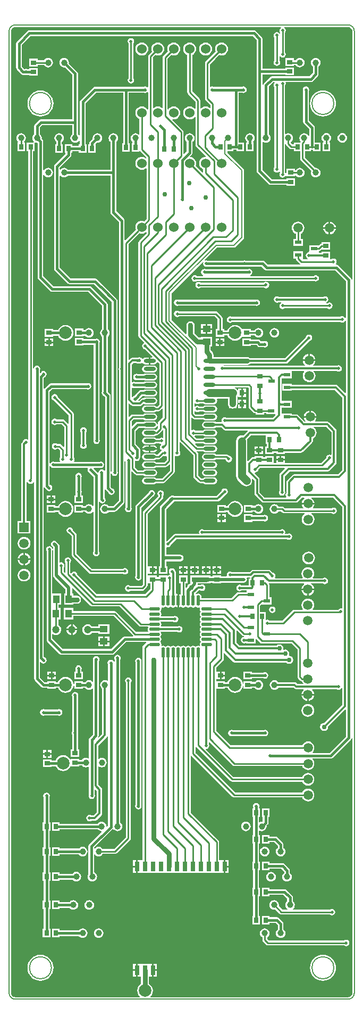
<source format=gbl>
%FSLAX25Y25*%
%MOIN*%
G70*
G01*
G75*
G04 Layer_Physical_Order=2*
G04 Layer_Color=16711680*
%ADD10R,0.07874X0.07874*%
%ADD11R,0.02756X0.03347*%
%ADD12R,0.03347X0.02756*%
%ADD13R,0.03937X0.02362*%
%ADD14O,0.07480X0.02362*%
%ADD15O,0.03543X0.01969*%
%ADD16O,0.03543X0.01969*%
%ADD17R,0.03543X0.01969*%
%ADD18R,0.05118X0.03937*%
%ADD19C,0.04000*%
%ADD20C,0.01200*%
%ADD21C,0.01000*%
%ADD22C,0.01500*%
%ADD23C,0.03000*%
%ADD24C,0.02000*%
%ADD25C,0.05000*%
%ADD26C,0.00800*%
%ADD27C,0.00500*%
%ADD28C,0.07874*%
%ADD29C,0.03937*%
%ADD30C,0.05906*%
%ADD31C,0.06000*%
%ADD32C,0.04724*%
%ADD33R,0.05906X0.05906*%
%ADD34C,0.03000*%
%ADD35C,0.02000*%
%ADD36C,0.04000*%
%ADD37O,0.06693X0.02165*%
%ADD38O,0.02165X0.06693*%
%ADD39R,0.03000X0.06000*%
%ADD40R,0.03937X0.05118*%
G36*
X202169Y-255076D02*
Y-269112D01*
X201728Y-269348D01*
X201680Y-269316D01*
X200900Y-269161D01*
X200120Y-269316D01*
X199458Y-269758D01*
X199016Y-270420D01*
X198891Y-271046D01*
X198619Y-271319D01*
X195566Y-274371D01*
X172939D01*
Y-272806D01*
X167592D01*
Y-274371D01*
X166039D01*
Y-269928D01*
X160692D01*
Y-270674D01*
X159173D01*
Y-269928D01*
X153827D01*
Y-270674D01*
X153094D01*
X152470Y-270798D01*
X151941Y-271152D01*
X149892Y-273201D01*
X149430Y-273009D01*
Y-265600D01*
Y-260600D01*
X149310Y-259686D01*
X149255Y-259553D01*
X151776Y-257031D01*
X160982D01*
Y-257127D01*
X160982D01*
Y-262473D01*
X161728D01*
Y-264022D01*
X160692D01*
Y-268778D01*
X166039D01*
Y-268031D01*
X167592D01*
Y-268778D01*
X172939D01*
Y-268031D01*
X183100D01*
X183724Y-267907D01*
X184254Y-267553D01*
X184254Y-267553D01*
X184254Y-267553D01*
X190053Y-261754D01*
X190407Y-261224D01*
X190531Y-260600D01*
X190531Y-260600D01*
X190531Y-260600D01*
Y-260600D01*
Y-259003D01*
X190893Y-258853D01*
X191719Y-258219D01*
X192353Y-257393D01*
X192751Y-256432D01*
X192887Y-255400D01*
X192751Y-254368D01*
X192353Y-253407D01*
X191719Y-252581D01*
X190893Y-251947D01*
X190917Y-251831D01*
X198924D01*
X202169Y-255076D01*
D02*
G37*
G36*
X151163Y-346300D02*
Y-346727D01*
X150417D01*
Y-350969D01*
X145758D01*
X145380Y-350716D01*
X144600Y-350561D01*
X143820Y-350716D01*
X143158Y-351158D01*
X142716Y-351820D01*
X142561Y-352600D01*
X142716Y-353380D01*
X143158Y-354042D01*
X143820Y-354484D01*
X144600Y-354639D01*
X145380Y-354484D01*
X145758Y-354231D01*
X148831D01*
Y-354645D01*
X148831D01*
Y-355297D01*
X143874D01*
X143289Y-355413D01*
X142793Y-355745D01*
X139505Y-359032D01*
X120747D01*
Y-358298D01*
X120585Y-357485D01*
X120125Y-356796D01*
X119436Y-356336D01*
X118624Y-356174D01*
X117811Y-356336D01*
X117546Y-356513D01*
X117105Y-356277D01*
Y-356186D01*
X119260Y-354031D01*
X119942D01*
X120320Y-354284D01*
X121100Y-354439D01*
X121880Y-354284D01*
X122542Y-353842D01*
X122984Y-353180D01*
X123139Y-352400D01*
X122984Y-351620D01*
X122542Y-350958D01*
X121880Y-350516D01*
X121100Y-350361D01*
X120320Y-350516D01*
X119942Y-350769D01*
X118720D01*
X118403Y-350382D01*
X118439Y-350200D01*
Y-349849D01*
X123500D01*
X124360Y-349678D01*
X126173D01*
Y-349339D01*
X127527D01*
Y-349678D01*
X132873D01*
Y-349339D01*
X147200D01*
X147980Y-349184D01*
X148642Y-348742D01*
X149084Y-348080D01*
X149239Y-347300D01*
X149084Y-346520D01*
X149065Y-346492D01*
X148986Y-346372D01*
X149221Y-345931D01*
X150861D01*
X151163Y-346300D01*
D02*
G37*
G36*
X87171Y-42286D02*
Y-52796D01*
X86697Y-52956D01*
X86153Y-52247D01*
X85317Y-51606D01*
X84344Y-51203D01*
X83300Y-51065D01*
X82256Y-51203D01*
X81283Y-51606D01*
X80447Y-52247D01*
X79806Y-53083D01*
X79403Y-54056D01*
X79265Y-55100D01*
X79403Y-56144D01*
X79806Y-57117D01*
X80447Y-57953D01*
X81283Y-58594D01*
X81771Y-58796D01*
Y-68431D01*
X81322Y-68652D01*
X80828Y-68273D01*
X80106Y-67974D01*
X79331Y-67872D01*
X78556Y-67974D01*
X77834Y-68273D01*
X77214Y-68749D01*
X76738Y-69369D01*
X76439Y-70091D01*
X76337Y-70866D01*
X76439Y-71641D01*
X76738Y-72363D01*
X77214Y-72983D01*
X77416Y-73138D01*
Y-74127D01*
X76822D01*
Y-79473D01*
X81578D01*
Y-78984D01*
X82056Y-78839D01*
X82219Y-79081D01*
X86116Y-82979D01*
X86035Y-83473D01*
X85790Y-83593D01*
X85285Y-83206D01*
X84312Y-82803D01*
X83268Y-82665D01*
X82224Y-82803D01*
X81251Y-83206D01*
X80415Y-83847D01*
X79774Y-84683D01*
X79371Y-85656D01*
X79233Y-86700D01*
X79371Y-87744D01*
X79774Y-88717D01*
X80415Y-89553D01*
X81251Y-90194D01*
X82224Y-90597D01*
X83268Y-90734D01*
X84312Y-90597D01*
X85285Y-90194D01*
X85790Y-89807D01*
X86238Y-90028D01*
Y-121566D01*
X84800Y-123005D01*
X84312Y-122803D01*
X83268Y-122666D01*
X82224Y-122803D01*
X81251Y-123206D01*
X80415Y-123847D01*
X79774Y-124683D01*
X79371Y-125656D01*
X79233Y-126700D01*
X79371Y-127744D01*
X79573Y-128232D01*
X72946Y-134859D01*
X72484Y-134667D01*
Y-122600D01*
X72417Y-122260D01*
X72348Y-121917D01*
X72348Y-121917D01*
Y-121917D01*
X71962Y-121338D01*
X71962Y-121338D01*
X67178Y-116554D01*
Y-92520D01*
X67178Y-92520D01*
X67178Y-92520D01*
Y-92520D01*
Y-73239D01*
X67511Y-72983D01*
X67987Y-72363D01*
X68286Y-71641D01*
X68388Y-70866D01*
X68286Y-70091D01*
X67987Y-69369D01*
X67511Y-68749D01*
X66891Y-68273D01*
X66169Y-67974D01*
X65394Y-67872D01*
X64619Y-67974D01*
X63897Y-68273D01*
X63277Y-68749D01*
X62801Y-69369D01*
X62502Y-70091D01*
X62400Y-70866D01*
X62502Y-71641D01*
X62801Y-72363D01*
X63277Y-72983D01*
X63609Y-73239D01*
Y-90735D01*
X36900D01*
X36645Y-90402D01*
X36025Y-89927D01*
X35302Y-89627D01*
X34528Y-89526D01*
X33753Y-89627D01*
X33031Y-89927D01*
X32410Y-90402D01*
X32258Y-90601D01*
X31784Y-90441D01*
Y-89439D01*
X38467Y-82756D01*
X38467Y-82756D01*
X38661Y-82467D01*
X38854Y-82177D01*
X38990Y-81494D01*
X38990Y-81494D01*
Y-80073D01*
X39584D01*
Y-79184D01*
X43816D01*
Y-80073D01*
X48572D01*
Y-74727D01*
X47979D01*
Y-48945D01*
X54539Y-42384D01*
X71510D01*
Y-74127D01*
X70916D01*
Y-79473D01*
X75672D01*
Y-74127D01*
X75079D01*
Y-42384D01*
X84370D01*
X84520Y-42484D01*
X85300Y-42639D01*
X86080Y-42484D01*
X86730Y-42050D01*
X87171Y-42286D01*
D02*
G37*
G36*
X27661Y-328931D02*
Y-344726D01*
X27661Y-344726D01*
X27661D01*
X27816Y-345506D01*
X28258Y-346168D01*
X28795Y-346705D01*
X28795D01*
X28795Y-346705D01*
X35435Y-353345D01*
Y-356041D01*
X34506D01*
Y-363159D01*
X40442D01*
Y-362549D01*
X42600D01*
X43576Y-362355D01*
X44402Y-361802D01*
X44955Y-360976D01*
X45149Y-360000D01*
X44955Y-359025D01*
X44402Y-358198D01*
X43576Y-357645D01*
X42600Y-357451D01*
X40442D01*
Y-356041D01*
X39513D01*
Y-352829D01*
X39975Y-352638D01*
X51118Y-363781D01*
X51615Y-364113D01*
X51712Y-364132D01*
X52200Y-364229D01*
X69367D01*
X81544Y-376407D01*
X82040Y-376738D01*
X82625Y-376855D01*
X87045D01*
X87281Y-377296D01*
X87036Y-377662D01*
X86874Y-378475D01*
X87036Y-379287D01*
X87281Y-379654D01*
X87045Y-380095D01*
X79758D01*
X67281Y-367619D01*
X66785Y-367287D01*
X66200Y-367171D01*
X40268D01*
Y-365141D01*
X34332D01*
Y-372259D01*
X40268D01*
Y-370229D01*
X65566D01*
X77865Y-382528D01*
X77674Y-382990D01*
X72526D01*
X72526Y-382990D01*
X71843Y-383125D01*
X71554Y-383319D01*
X71264Y-383512D01*
X71264Y-383512D01*
X63861Y-390916D01*
X33639D01*
X27072Y-384349D01*
Y-381717D01*
X27520Y-381496D01*
X27704Y-381637D01*
X28522Y-381976D01*
X29400Y-382091D01*
X30278Y-381976D01*
X31096Y-381637D01*
X31798Y-381098D01*
X32337Y-380396D01*
X32676Y-379578D01*
X32791Y-378700D01*
X32676Y-377822D01*
X32337Y-377004D01*
X31798Y-376302D01*
X31096Y-375763D01*
X30955Y-375705D01*
Y-372259D01*
X32394D01*
Y-365141D01*
X31129D01*
Y-363159D01*
X32568D01*
Y-356041D01*
X27072D01*
Y-329298D01*
X27084Y-329280D01*
X27163Y-328882D01*
X27661Y-328931D01*
D02*
G37*
G36*
X39672Y-68493D02*
X39340Y-68749D01*
X38864Y-69369D01*
X38565Y-70091D01*
X38463Y-70866D01*
X38565Y-71641D01*
X38864Y-72363D01*
X39340Y-72983D01*
X39960Y-73459D01*
X40682Y-73758D01*
X41457Y-73860D01*
X42232Y-73758D01*
X42954Y-73459D01*
X43574Y-72983D01*
X43937Y-72510D01*
X44410Y-72671D01*
Y-74727D01*
X43816D01*
Y-75616D01*
X39584D01*
Y-74727D01*
X34828D01*
Y-80073D01*
X35421D01*
Y-80755D01*
X28738Y-87438D01*
X28352Y-88017D01*
X28216Y-88700D01*
Y-152700D01*
X28216Y-152700D01*
X28216D01*
X28352Y-153383D01*
X28738Y-153962D01*
X36638Y-161862D01*
X36638Y-161862D01*
X36928Y-162055D01*
X37217Y-162249D01*
X37900Y-162384D01*
X37900Y-162384D01*
X53161D01*
X59588Y-168812D01*
X59588Y-168812D01*
X64416Y-173639D01*
Y-279432D01*
X64045Y-279768D01*
X63784Y-279742D01*
Y-232264D01*
X63784Y-232264D01*
X63784Y-232264D01*
Y-232264D01*
X63728Y-231982D01*
X63648Y-231581D01*
X63648Y-231581D01*
X63648Y-231581D01*
X63401Y-231211D01*
X63262Y-231002D01*
X63262Y-231002D01*
X63262Y-231002D01*
X63262Y-231002D01*
X62037Y-229778D01*
X62002Y-229601D01*
X61902Y-229452D01*
Y-195286D01*
X62235Y-195031D01*
X62711Y-194411D01*
X63010Y-193688D01*
X63112Y-192913D01*
X63010Y-192139D01*
X62711Y-191416D01*
X62235Y-190796D01*
X61902Y-190541D01*
Y-175218D01*
X61767Y-174535D01*
X61380Y-173957D01*
X51562Y-164138D01*
X50983Y-163751D01*
X50300Y-163616D01*
X27839D01*
X21484Y-157261D01*
Y-94208D01*
X21958Y-94047D01*
X22410Y-94637D01*
X23031Y-95113D01*
X23753Y-95412D01*
X24528Y-95514D01*
X25302Y-95412D01*
X26025Y-95113D01*
X26645Y-94637D01*
X27121Y-94017D01*
X27420Y-93295D01*
X27522Y-92520D01*
X27420Y-91745D01*
X27121Y-91022D01*
X26645Y-90402D01*
X26025Y-89927D01*
X25302Y-89627D01*
X24528Y-89526D01*
X23753Y-89627D01*
X23031Y-89927D01*
X22410Y-90402D01*
X21958Y-90992D01*
X21484Y-90832D01*
Y-73046D01*
Y-73046D01*
X21484Y-73046D01*
X21396Y-72604D01*
X21349Y-72364D01*
X21348Y-72364D01*
X21348Y-72364D01*
X21167Y-72092D01*
X20962Y-71785D01*
X20962Y-71785D01*
X20962Y-71785D01*
X20459Y-71282D01*
X20514Y-70866D01*
X20412Y-70091D01*
X20113Y-69369D01*
X19637Y-68749D01*
X19304Y-68494D01*
Y-64219D01*
X20739Y-62784D01*
X39672D01*
Y-68493D01*
D02*
G37*
G36*
X86238Y-130028D02*
Y-130567D01*
X81519Y-135286D01*
X81187Y-135783D01*
X81071Y-136368D01*
Y-194700D01*
X81071Y-194700D01*
X81071D01*
X81187Y-195285D01*
X81519Y-195781D01*
X84541Y-198804D01*
X84492Y-199301D01*
X83958Y-199658D01*
X83516Y-200320D01*
X83361Y-201100D01*
X83516Y-201880D01*
X83958Y-202542D01*
X84620Y-202984D01*
X85246Y-203109D01*
X89951Y-207814D01*
X89760Y-208276D01*
X88701D01*
Y-210501D01*
Y-212724D01*
X90760D01*
X91611Y-212555D01*
X92332Y-212072D01*
X92814Y-211351D01*
X92823Y-211309D01*
X93301Y-211164D01*
X94171Y-212034D01*
Y-237767D01*
X92967Y-238971D01*
X92361D01*
X92332Y-238928D01*
X91611Y-238445D01*
X90760Y-238276D01*
X85642D01*
X84791Y-238445D01*
X84069Y-238928D01*
X83587Y-239649D01*
X83418Y-240500D01*
X83587Y-241351D01*
X84069Y-242073D01*
X84791Y-242555D01*
X85642Y-242724D01*
X90760D01*
X91611Y-242555D01*
X92332Y-242073D01*
X92361Y-242029D01*
X93600D01*
X94185Y-241913D01*
X94681Y-241581D01*
X96009Y-240254D01*
X96471Y-240446D01*
Y-245766D01*
X93819Y-248419D01*
X93487Y-248915D01*
X93371Y-249500D01*
Y-249895D01*
X92873Y-249944D01*
X92814Y-249649D01*
X92332Y-248927D01*
X91611Y-248445D01*
X90760Y-248276D01*
X85642D01*
X84791Y-248445D01*
X84386Y-248716D01*
X80600D01*
X79917Y-248851D01*
X79338Y-249238D01*
X77291Y-251285D01*
X76829Y-251094D01*
Y-248334D01*
X78133Y-247029D01*
X84040D01*
X84069Y-247073D01*
X84791Y-247555D01*
X85642Y-247724D01*
X90760D01*
X91611Y-247555D01*
X92332Y-247073D01*
X92814Y-246351D01*
X92984Y-245500D01*
X92814Y-244649D01*
X92332Y-243928D01*
X91611Y-243445D01*
X90760Y-243276D01*
X85642D01*
X84791Y-243445D01*
X84069Y-243928D01*
X84040Y-243971D01*
X77500D01*
X76915Y-244087D01*
X76419Y-244419D01*
X75291Y-245546D01*
X74829Y-245354D01*
Y-237190D01*
X75291Y-236998D01*
X76465Y-238172D01*
X76465D01*
X76465Y-238172D01*
X76465Y-238172D01*
Y-238172D01*
X76994Y-238526D01*
X77618Y-238650D01*
X82282D01*
X82906Y-238526D01*
X83435Y-238172D01*
X84348Y-237259D01*
X84791Y-237555D01*
X85642Y-237724D01*
X90760D01*
X91611Y-237555D01*
X92332Y-237072D01*
X92814Y-236351D01*
X92984Y-235500D01*
X92814Y-234649D01*
X92332Y-233927D01*
X91611Y-233445D01*
X90760Y-233276D01*
X85642D01*
X84791Y-233445D01*
X84157Y-233869D01*
X83800D01*
X83176Y-233993D01*
X82647Y-234347D01*
X81606Y-235387D01*
X81090D01*
X80898Y-234925D01*
X83539Y-232284D01*
X84386D01*
X84791Y-232555D01*
X85642Y-232724D01*
X90760D01*
X91611Y-232555D01*
X92332Y-232072D01*
X92814Y-231351D01*
X92984Y-230500D01*
X92814Y-229649D01*
X92332Y-228927D01*
X91611Y-228445D01*
X90760Y-228276D01*
X85642D01*
X84791Y-228445D01*
X84386Y-228716D01*
X82800D01*
X82117Y-228852D01*
X81538Y-229238D01*
X81538Y-229238D01*
X78277Y-232499D01*
X78101Y-232534D01*
X77472Y-232955D01*
X77031Y-232719D01*
Y-227588D01*
X77472Y-227352D01*
X77520Y-227384D01*
X78300Y-227539D01*
X79080Y-227384D01*
X79229Y-227284D01*
X84386D01*
X84791Y-227555D01*
X85642Y-227724D01*
X90760D01*
X91611Y-227555D01*
X92332Y-227073D01*
X92814Y-226351D01*
X92984Y-225500D01*
X92814Y-224649D01*
X92332Y-223927D01*
X91611Y-223445D01*
X90760Y-223276D01*
X85642D01*
X84791Y-223445D01*
X84386Y-223716D01*
X79229D01*
X79080Y-223616D01*
X78300Y-223461D01*
X77520Y-223616D01*
X77472Y-223648D01*
X77031Y-223412D01*
Y-212776D01*
X77976Y-211831D01*
X79492D01*
X79517Y-211848D01*
X80200Y-211984D01*
X80870D01*
X81020Y-212084D01*
X81800Y-212239D01*
X82580Y-212084D01*
X83242Y-211642D01*
X83262Y-211612D01*
X83762Y-211612D01*
X84069Y-212072D01*
X84791Y-212555D01*
X85642Y-212724D01*
X87701D01*
Y-210501D01*
Y-208276D01*
X85642D01*
X84791Y-208445D01*
X84069Y-208927D01*
X83962Y-209088D01*
X83462D01*
X83242Y-208758D01*
X82580Y-208316D01*
X81800Y-208161D01*
X81020Y-208316D01*
X80870Y-208416D01*
X80200D01*
X79517Y-208552D01*
X79492Y-208569D01*
X77300D01*
X76676Y-208693D01*
X76147Y-209047D01*
X75291Y-209902D01*
X74829Y-209710D01*
Y-137301D01*
X81736Y-130395D01*
X82224Y-130597D01*
X83268Y-130735D01*
X84312Y-130597D01*
X85285Y-130194D01*
X85790Y-129807D01*
X86238Y-130028D01*
D02*
G37*
G36*
X121943Y-148680D02*
X121916Y-148720D01*
X121761Y-149500D01*
X121916Y-150280D01*
X122358Y-150942D01*
X123020Y-151384D01*
X123800Y-151539D01*
X124580Y-151384D01*
X124730Y-151284D01*
X146771D01*
X146920Y-151384D01*
X147700Y-151539D01*
X148480Y-151384D01*
X148629Y-151284D01*
X158361D01*
X160338Y-153262D01*
X160338Y-153262D01*
X160917Y-153648D01*
X161600Y-153784D01*
X204561D01*
X211266Y-160489D01*
Y-183306D01*
X210787Y-183451D01*
X210458Y-182958D01*
X209796Y-182516D01*
X209016Y-182361D01*
X208235Y-182516D01*
X207705Y-182871D01*
X139712D01*
X139480Y-182716D01*
X138700Y-182561D01*
X137920Y-182716D01*
X137258Y-183158D01*
X136816Y-183820D01*
X136661Y-184600D01*
X136816Y-185380D01*
X137258Y-186042D01*
X137920Y-186484D01*
X138700Y-186639D01*
X139480Y-186484D01*
X140142Y-186042D01*
X140217Y-185929D01*
X207705D01*
X208235Y-186284D01*
X209016Y-186439D01*
X209796Y-186284D01*
X210458Y-185842D01*
X210787Y-185349D01*
X211266Y-185494D01*
Y-230305D01*
X210804Y-230497D01*
X206128Y-225820D01*
X205598Y-225467D01*
X204974Y-225343D01*
X177368D01*
Y-224793D01*
X171432D01*
Y-229155D01*
X177368D01*
Y-228605D01*
X204298D01*
X209069Y-233376D01*
Y-278724D01*
X206224Y-281569D01*
X178800D01*
X178176Y-281693D01*
X177647Y-282047D01*
X174346Y-285347D01*
X173993Y-285876D01*
X173869Y-286500D01*
Y-293142D01*
X173616Y-293520D01*
X173461Y-294300D01*
X173616Y-295080D01*
X173915Y-295528D01*
X173679Y-295969D01*
X160376D01*
X157131Y-292724D01*
Y-284600D01*
X157007Y-283976D01*
X156653Y-283447D01*
X153968Y-280761D01*
X154204Y-280320D01*
X154300Y-280339D01*
X155080Y-280184D01*
X155742Y-279742D01*
X156184Y-279080D01*
X156308Y-278454D01*
X157334Y-277429D01*
X172810D01*
X173002Y-277891D01*
X170046Y-280847D01*
X169693Y-281376D01*
X169569Y-282000D01*
Y-291642D01*
X169316Y-292020D01*
X169161Y-292800D01*
X169316Y-293580D01*
X169758Y-294242D01*
X170420Y-294684D01*
X171200Y-294839D01*
X171980Y-294684D01*
X172642Y-294242D01*
X173084Y-293580D01*
X173239Y-292800D01*
X173084Y-292020D01*
X172831Y-291642D01*
Y-282676D01*
X175876Y-279631D01*
X200000D01*
X200624Y-279507D01*
X201153Y-279153D01*
X204954Y-275354D01*
X205307Y-274824D01*
X205431Y-274200D01*
Y-254400D01*
X205307Y-253776D01*
X204954Y-253246D01*
X200753Y-249046D01*
X200224Y-248693D01*
X199600Y-248569D01*
X192137D01*
X191916Y-248120D01*
X192353Y-247551D01*
X192751Y-246589D01*
X192821Y-246057D01*
X184979D01*
X185049Y-246589D01*
X185447Y-247551D01*
X185884Y-248120D01*
X185791Y-248309D01*
X185298Y-248391D01*
X181327Y-244421D01*
X180798Y-244067D01*
X180174Y-243943D01*
X177211D01*
Y-243393D01*
X171274D01*
Y-243393D01*
X171185D01*
X170831Y-243039D01*
Y-239881D01*
X171274D01*
Y-239881D01*
X177211D01*
Y-235519D01*
X171274D01*
Y-235519D01*
X171185D01*
X170831Y-235165D01*
Y-221482D01*
X171247Y-221205D01*
X171432Y-221281D01*
Y-221281D01*
X171432Y-221281D01*
X177368D01*
Y-217185D01*
X177368Y-217185D01*
D01*
D01*
X177368Y-216919D01*
D01*
X177456Y-216831D01*
X184930D01*
X185152Y-217280D01*
X184747Y-217807D01*
X184349Y-218768D01*
X184213Y-219800D01*
X184349Y-220832D01*
X184747Y-221793D01*
X185381Y-222619D01*
X186207Y-223253D01*
X187168Y-223651D01*
X188200Y-223787D01*
X189232Y-223651D01*
X190193Y-223253D01*
X191019Y-222619D01*
X191653Y-221793D01*
X192051Y-220832D01*
X192187Y-219800D01*
X192051Y-218768D01*
X191653Y-217807D01*
X191019Y-216981D01*
X191070Y-216831D01*
X205542D01*
X205920Y-217084D01*
X206700Y-217239D01*
X207480Y-217084D01*
X208142Y-216642D01*
X208584Y-215980D01*
X208739Y-215200D01*
X208584Y-214420D01*
X208142Y-213758D01*
X207480Y-213316D01*
X206700Y-213161D01*
X205920Y-213316D01*
X205542Y-213569D01*
X190765D01*
X190604Y-213095D01*
X191019Y-212776D01*
X191653Y-211951D01*
X192051Y-210989D01*
X192121Y-210457D01*
X184279D01*
X184349Y-210989D01*
X184747Y-211951D01*
X185381Y-212776D01*
X185796Y-213095D01*
X185635Y-213569D01*
X135104D01*
X134806Y-213167D01*
X134842Y-213049D01*
X149300D01*
X150276Y-212855D01*
X151102Y-212302D01*
X151217Y-212131D01*
X173600D01*
X174224Y-212007D01*
X174753Y-211653D01*
X174753Y-211653D01*
X174753Y-211653D01*
X188434Y-197973D01*
X188880Y-197884D01*
X189542Y-197442D01*
X189984Y-196780D01*
X190139Y-196000D01*
X189984Y-195220D01*
X189542Y-194558D01*
X188880Y-194116D01*
X188100Y-193961D01*
X187320Y-194116D01*
X186658Y-194558D01*
X186216Y-195220D01*
X186127Y-195666D01*
X172924Y-208869D01*
X151217D01*
X151102Y-208698D01*
X150276Y-208145D01*
X149300Y-207951D01*
X128348D01*
Y-206699D01*
X128154Y-205724D01*
X127602Y-204897D01*
X126449Y-203744D01*
Y-201269D01*
X127459D01*
Y-195332D01*
X120341D01*
Y-195751D01*
X118956D01*
X116349Y-193144D01*
Y-188200D01*
X116155Y-187224D01*
X115602Y-186398D01*
X114776Y-185845D01*
X113800Y-185651D01*
X112824Y-185845D01*
X111998Y-186398D01*
X111445Y-187224D01*
X111251Y-188200D01*
Y-193464D01*
X110789Y-193655D01*
X101827Y-184693D01*
Y-180300D01*
Y-168091D01*
X121556Y-148362D01*
X121943Y-148680D01*
D02*
G37*
G36*
X16745Y-73758D02*
X17520Y-73860D01*
X17540Y-73858D01*
X17916Y-74187D01*
Y-158000D01*
X17916Y-158000D01*
X17916D01*
X18052Y-158683D01*
X18438Y-159262D01*
X25838Y-166662D01*
X26417Y-167049D01*
X27100Y-167184D01*
X49561D01*
X58334Y-175957D01*
Y-190541D01*
X58001Y-190796D01*
X57525Y-191416D01*
X57226Y-192139D01*
X57124Y-192913D01*
X57226Y-193688D01*
X57525Y-194411D01*
X58001Y-195031D01*
X58334Y-195286D01*
Y-229452D01*
X58234Y-229601D01*
X58079Y-230382D01*
X58234Y-231162D01*
X58676Y-231824D01*
X59338Y-232266D01*
X59514Y-232301D01*
X60216Y-233003D01*
Y-279105D01*
X59737Y-279250D01*
X59542Y-278958D01*
X58880Y-278516D01*
X58100Y-278361D01*
X57320Y-278516D01*
X56658Y-278958D01*
X56216Y-279620D01*
X56061Y-280400D01*
X55529Y-280506D01*
X53119Y-278096D01*
X53084Y-277920D01*
X52954Y-277725D01*
X53190Y-277284D01*
X56571D01*
X56720Y-277384D01*
X57500Y-277539D01*
X58280Y-277384D01*
X58942Y-276942D01*
X59384Y-276280D01*
X59539Y-275500D01*
X59384Y-274720D01*
X58942Y-274058D01*
X58280Y-273616D01*
X57500Y-273461D01*
X56720Y-273616D01*
X56571Y-273716D01*
X40923D01*
X40687Y-273275D01*
X40884Y-272980D01*
X41039Y-272200D01*
X40884Y-271420D01*
X40529Y-270889D01*
Y-243665D01*
X40413Y-243080D01*
X40081Y-242584D01*
X30608Y-233111D01*
X30484Y-232485D01*
X30042Y-231823D01*
X29380Y-231381D01*
X28600Y-231226D01*
X27820Y-231381D01*
X27158Y-231823D01*
X26716Y-232485D01*
X26561Y-233265D01*
X26716Y-234046D01*
X27158Y-234707D01*
X27820Y-235149D01*
X28446Y-235274D01*
X37471Y-244299D01*
Y-249554D01*
X37009Y-249746D01*
X34801Y-247538D01*
X34305Y-247207D01*
X33720Y-247090D01*
X29991D01*
X29461Y-246736D01*
X28680Y-246580D01*
X27900Y-246736D01*
X27239Y-247178D01*
X26796Y-247839D01*
X26641Y-248620D01*
X26796Y-249400D01*
X27239Y-250061D01*
X27900Y-250504D01*
X28680Y-250659D01*
X29461Y-250504D01*
X29991Y-250149D01*
X33086D01*
X34571Y-251634D01*
Y-264254D01*
X34109Y-264446D01*
X32555Y-262893D01*
X32059Y-262561D01*
X31474Y-262445D01*
X30237D01*
X29706Y-262090D01*
X28926Y-261935D01*
X28146Y-262090D01*
X27484Y-262532D01*
X27042Y-263194D01*
X26887Y-263974D01*
X27042Y-264754D01*
X27484Y-265416D01*
X28146Y-265858D01*
X28926Y-266013D01*
X29706Y-265858D01*
X30237Y-265503D01*
X30841D01*
X32071Y-266734D01*
Y-270789D01*
X31716Y-271320D01*
X31561Y-272100D01*
X31716Y-272880D01*
X31980Y-273275D01*
X31744Y-273716D01*
X28730D01*
X28580Y-273616D01*
X27800Y-273461D01*
X27020Y-273616D01*
X26358Y-274058D01*
X25963Y-274650D01*
X25484Y-274505D01*
Y-229639D01*
X27039Y-228084D01*
X48671D01*
X48820Y-228184D01*
X49600Y-228339D01*
X50380Y-228184D01*
X51042Y-227742D01*
X51484Y-227080D01*
X51639Y-226300D01*
X51484Y-225520D01*
X51042Y-224858D01*
X50380Y-224416D01*
X49600Y-224261D01*
X48820Y-224416D01*
X48671Y-224516D01*
X26300D01*
X26300Y-224516D01*
X25617Y-224652D01*
X25038Y-225038D01*
X25038Y-225038D01*
X22438Y-227638D01*
X22263Y-227901D01*
X21784Y-227756D01*
Y-221139D01*
X22204Y-220719D01*
X22380Y-220684D01*
X23042Y-220242D01*
X23484Y-219580D01*
X23639Y-218800D01*
X23484Y-218020D01*
X23042Y-217358D01*
X22380Y-216916D01*
X21600Y-216761D01*
X20820Y-216916D01*
X20158Y-217358D01*
X19763Y-217950D01*
X19284Y-217805D01*
Y-216330D01*
X19384Y-216180D01*
X19539Y-215400D01*
X19384Y-214620D01*
X18942Y-213958D01*
X18280Y-213516D01*
X17500Y-213361D01*
X16720Y-213516D01*
X16058Y-213958D01*
X15616Y-214620D01*
X15533Y-215039D01*
X15035Y-214990D01*
Y-78973D01*
X15883D01*
Y-73852D01*
X16299Y-73574D01*
X16745Y-73758D01*
D02*
G37*
G36*
X212598Y-1275D02*
Y-1277D01*
X213287Y-1368D01*
X213928Y-1634D01*
X214479Y-2056D01*
X214902Y-2607D01*
X215167Y-3249D01*
X215258Y-3937D01*
X215261D01*
X215271Y-3986D01*
X215261Y-4035D01*
Y-159344D01*
X214763Y-159393D01*
X214699Y-159067D01*
X214312Y-158488D01*
X214312Y-158488D01*
X206562Y-150738D01*
X205983Y-150352D01*
X205300Y-150216D01*
X205158D01*
X204842Y-149742D01*
X205284Y-149080D01*
X205439Y-148300D01*
X205284Y-147520D01*
X204842Y-146858D01*
X204180Y-146416D01*
X203400Y-146261D01*
X202620Y-146416D01*
X202089Y-146771D01*
X201173D01*
Y-142022D01*
X195827D01*
Y-142769D01*
X194211D01*
Y-142344D01*
X194211D01*
Y-141692D01*
X194237D01*
X194822Y-141576D01*
X195318Y-141244D01*
X195318Y-141244D01*
X195318Y-141244D01*
X195730Y-140832D01*
X195827Y-140872D01*
Y-140872D01*
X195827Y-140872D01*
X201173D01*
Y-136117D01*
X195827D01*
Y-136981D01*
X195320Y-137081D01*
X194824Y-137413D01*
X194242Y-137995D01*
X194211Y-137982D01*
Y-137982D01*
X194211Y-137982D01*
X188274D01*
Y-141486D01*
X188100Y-142361D01*
X187320Y-142516D01*
X186658Y-142958D01*
X186216Y-143620D01*
X186061Y-144400D01*
X186216Y-145180D01*
X186658Y-145842D01*
X187320Y-146284D01*
X187223Y-146771D01*
X184369D01*
Y-146281D01*
X184369D01*
Y-141919D01*
X178431D01*
Y-146281D01*
X179871D01*
Y-146500D01*
X179987Y-147085D01*
X180319Y-147581D01*
X182119Y-149381D01*
X182615Y-149713D01*
X182641Y-149718D01*
X182592Y-150216D01*
X162339D01*
X160362Y-148238D01*
X159783Y-147852D01*
X159100Y-147716D01*
X148629D01*
X148480Y-147616D01*
X147700Y-147461D01*
X146920Y-147616D01*
X146771Y-147716D01*
X124730D01*
X124580Y-147616D01*
X123800Y-147461D01*
X123020Y-147616D01*
X122980Y-147643D01*
X122662Y-147256D01*
X130491Y-139427D01*
X141100D01*
X141100Y-139427D01*
X141646Y-139319D01*
X142109Y-139009D01*
X146909Y-134209D01*
X146909Y-134209D01*
X147219Y-133746D01*
X147219Y-133746D01*
X147219Y-133746D01*
X147327Y-133200D01*
X147327Y-133200D01*
Y-91100D01*
X147219Y-90554D01*
X147095Y-90368D01*
X146909Y-90091D01*
X146909Y-90091D01*
X136827Y-80009D01*
Y-79073D01*
X140784D01*
Y-78184D01*
X142717D01*
Y-78973D01*
X147472D01*
Y-73627D01*
X144084D01*
Y-57100D01*
Y-55500D01*
Y-42384D01*
X146071D01*
X146220Y-42484D01*
X147000Y-42639D01*
X147780Y-42484D01*
X148442Y-42042D01*
X148884Y-41380D01*
X149039Y-40600D01*
X148884Y-39820D01*
X148442Y-39158D01*
X147780Y-38716D01*
X147000Y-38561D01*
X146220Y-38716D01*
X146071Y-38816D01*
X128330D01*
X128180Y-38716D01*
X127400Y-38561D01*
X126620Y-38716D01*
X126370Y-38883D01*
X125929Y-38647D01*
Y-24633D01*
X128881Y-21681D01*
X129281Y-21281D01*
X129281Y-21282D01*
X129281Y-21281D01*
X131768Y-18795D01*
X132256Y-18997D01*
X133300Y-19135D01*
X134344Y-18997D01*
X135317Y-18594D01*
X136153Y-17953D01*
X136794Y-17117D01*
X137197Y-16144D01*
X137335Y-15100D01*
X137197Y-14056D01*
X136794Y-13083D01*
X136153Y-12247D01*
X135317Y-11606D01*
X134344Y-11203D01*
X133300Y-11066D01*
X132256Y-11203D01*
X131283Y-11606D01*
X130447Y-12247D01*
X129806Y-13083D01*
X129403Y-14056D01*
X129265Y-15100D01*
X129403Y-16144D01*
X129605Y-16632D01*
X127119Y-19119D01*
X126719Y-19519D01*
X123319Y-22919D01*
X122987Y-23415D01*
X122871Y-24000D01*
Y-46100D01*
X122871Y-46100D01*
X122871D01*
X122987Y-46685D01*
X123319Y-47181D01*
X126271Y-50134D01*
Y-51772D01*
X125822Y-51993D01*
X125317Y-51606D01*
X124344Y-51203D01*
X123300Y-51065D01*
X122256Y-51203D01*
X121283Y-51606D01*
X120447Y-52247D01*
X120403Y-52305D01*
X119929Y-52144D01*
Y-47300D01*
X119813Y-46715D01*
X119481Y-46219D01*
X114829Y-41567D01*
Y-18796D01*
X115317Y-18594D01*
X116153Y-17953D01*
X116794Y-17117D01*
X117197Y-16144D01*
X117334Y-15100D01*
X117197Y-14056D01*
X116794Y-13083D01*
X116153Y-12247D01*
X115317Y-11606D01*
X114344Y-11203D01*
X113300Y-11066D01*
X112256Y-11203D01*
X111283Y-11606D01*
X110447Y-12247D01*
X109806Y-13083D01*
X109403Y-14056D01*
X109265Y-15100D01*
X109403Y-16144D01*
X109806Y-17117D01*
X110447Y-17953D01*
X111283Y-18594D01*
X111771Y-18796D01*
Y-42200D01*
X111771Y-42200D01*
X111771D01*
X111887Y-42785D01*
X112219Y-43281D01*
X116871Y-47934D01*
Y-52405D01*
X116397Y-52565D01*
X116153Y-52247D01*
X115317Y-51606D01*
X114344Y-51203D01*
X113300Y-51065D01*
X112256Y-51203D01*
X111283Y-51606D01*
X110447Y-52247D01*
X109806Y-53083D01*
X109403Y-54056D01*
X109265Y-55100D01*
X109403Y-56144D01*
X109806Y-57117D01*
X110447Y-57953D01*
X111283Y-58594D01*
X112256Y-58997D01*
X113300Y-59135D01*
X114344Y-58997D01*
X115317Y-58594D01*
X116153Y-57953D01*
X116397Y-57635D01*
X116871Y-57795D01*
Y-75128D01*
X116987Y-75714D01*
X117319Y-76210D01*
X123316Y-82207D01*
X123155Y-82680D01*
X122224Y-82803D01*
X121250Y-83206D01*
X120415Y-83847D01*
X119774Y-84683D01*
X119371Y-85656D01*
X119233Y-86700D01*
X119371Y-87744D01*
X119774Y-88717D01*
X120415Y-89553D01*
X121250Y-90194D01*
X121738Y-90396D01*
Y-92354D01*
X121276Y-92546D01*
X116963Y-88232D01*
X117165Y-87744D01*
X117302Y-86700D01*
X117165Y-85656D01*
X116762Y-84683D01*
X116121Y-83847D01*
X115285Y-83206D01*
X114312Y-82803D01*
X113268Y-82665D01*
X113215Y-82559D01*
X114529Y-81244D01*
X114530Y-81244D01*
X114530Y-81244D01*
X114760Y-80899D01*
X114916Y-80665D01*
Y-80665D01*
X114916Y-80665D01*
X114998Y-80254D01*
X115052Y-79983D01*
Y-79983D01*
Y-79983D01*
Y-73239D01*
X115385Y-72983D01*
X115861Y-72363D01*
X116160Y-71641D01*
X116262Y-70866D01*
X116160Y-70091D01*
X115861Y-69369D01*
X115385Y-68749D01*
X114765Y-68273D01*
X114043Y-67974D01*
X113268Y-67872D01*
X112493Y-67974D01*
X111771Y-68273D01*
X111151Y-68749D01*
X110675Y-69369D01*
X110376Y-70091D01*
X110274Y-70866D01*
X110376Y-71641D01*
X110675Y-72363D01*
X111151Y-72983D01*
X111484Y-73239D01*
Y-79243D01*
X109891Y-80836D01*
X109429Y-80644D01*
Y-67200D01*
X109313Y-66615D01*
X108981Y-66119D01*
X102350Y-59487D01*
X102571Y-59039D01*
X103300Y-59135D01*
X104344Y-58997D01*
X105317Y-58594D01*
X106153Y-57953D01*
X106794Y-57117D01*
X107197Y-56144D01*
X107334Y-55100D01*
X107197Y-54056D01*
X106794Y-53083D01*
X106153Y-52247D01*
X105317Y-51606D01*
X104344Y-51203D01*
X103300Y-51065D01*
X102256Y-51203D01*
X101283Y-51606D01*
X100447Y-52247D01*
X99903Y-52956D01*
X99429Y-52796D01*
Y-21134D01*
X101768Y-18795D01*
X102256Y-18997D01*
X103300Y-19135D01*
X104344Y-18997D01*
X105317Y-18594D01*
X106153Y-17953D01*
X106794Y-17117D01*
X107197Y-16144D01*
X107334Y-15100D01*
X107197Y-14056D01*
X106794Y-13083D01*
X106153Y-12247D01*
X105317Y-11606D01*
X104344Y-11203D01*
X103300Y-11066D01*
X102256Y-11203D01*
X101283Y-11606D01*
X100447Y-12247D01*
X99806Y-13083D01*
X99403Y-14056D01*
X99265Y-15100D01*
X99403Y-16144D01*
X99605Y-16632D01*
X96819Y-19419D01*
X96487Y-19915D01*
X96371Y-20500D01*
Y-51849D01*
X95922Y-52070D01*
X95317Y-51606D01*
X94344Y-51203D01*
X93300Y-51065D01*
X92256Y-51203D01*
X91283Y-51606D01*
X90678Y-52070D01*
X90229Y-51849D01*
Y-20334D01*
X91768Y-18795D01*
X92256Y-18997D01*
X93300Y-19135D01*
X94344Y-18997D01*
X95317Y-18594D01*
X96153Y-17953D01*
X96794Y-17117D01*
X97197Y-16144D01*
X97334Y-15100D01*
X97197Y-14056D01*
X96794Y-13083D01*
X96153Y-12247D01*
X95317Y-11606D01*
X94344Y-11203D01*
X93300Y-11066D01*
X92256Y-11203D01*
X91283Y-11606D01*
X90447Y-12247D01*
X89806Y-13083D01*
X89403Y-14056D01*
X89266Y-15100D01*
X89403Y-16144D01*
X89605Y-16632D01*
X87619Y-18619D01*
X87287Y-19115D01*
X87171Y-19700D01*
Y-38914D01*
X86730Y-39150D01*
X86080Y-38716D01*
X85300Y-38561D01*
X84520Y-38716D01*
X84370Y-38816D01*
X53800D01*
X53117Y-38952D01*
X52538Y-39338D01*
X52538Y-39338D01*
X44933Y-46944D01*
X44546Y-47523D01*
X44410Y-48206D01*
Y-69061D01*
X43937Y-69222D01*
X43574Y-68749D01*
X43241Y-68493D01*
Y-30551D01*
X43241Y-30551D01*
X43105Y-29868D01*
X42718Y-29289D01*
X37467Y-24038D01*
X37522Y-23622D01*
X37420Y-22847D01*
X37121Y-22125D01*
X36645Y-21505D01*
X36025Y-21029D01*
X35302Y-20730D01*
X34528Y-20628D01*
X33753Y-20730D01*
X33031Y-21029D01*
X32410Y-21505D01*
X31935Y-22125D01*
X31635Y-22847D01*
X31534Y-23622D01*
X31635Y-24397D01*
X31935Y-25119D01*
X32410Y-25739D01*
X33031Y-26215D01*
X33753Y-26514D01*
X34528Y-26616D01*
X34944Y-26561D01*
X39672Y-31290D01*
Y-59216D01*
X20000D01*
X20000Y-59216D01*
X19317Y-59351D01*
X18738Y-59738D01*
X18738Y-59738D01*
X16258Y-62219D01*
X15871Y-62798D01*
X15735Y-63480D01*
Y-68494D01*
X15402Y-68749D01*
X14927Y-69369D01*
X14627Y-70091D01*
X14525Y-70866D01*
X14627Y-71641D01*
X14927Y-72363D01*
X15402Y-72983D01*
X15624Y-73153D01*
X15463Y-73627D01*
X11128D01*
Y-78973D01*
X11976D01*
Y-259451D01*
X11535Y-259686D01*
X11280Y-259516D01*
X10500Y-259361D01*
X9720Y-259516D01*
X9058Y-259958D01*
X8616Y-260620D01*
X8527Y-261066D01*
X8247Y-261347D01*
X7893Y-261876D01*
X7769Y-262500D01*
Y-310647D01*
X5447D01*
Y-318553D01*
X13353D01*
Y-310647D01*
X11031D01*
Y-286377D01*
X11516Y-286280D01*
X11958Y-286942D01*
X12620Y-287384D01*
X13400Y-287539D01*
X14180Y-287384D01*
X14842Y-286942D01*
X15237Y-286350D01*
X15716Y-286495D01*
Y-409400D01*
X15716Y-409400D01*
X15716D01*
X15852Y-410083D01*
X16238Y-410662D01*
X20244Y-414667D01*
X20244Y-414667D01*
X20823Y-415054D01*
X21506Y-415190D01*
X24027D01*
Y-415784D01*
X29373D01*
Y-415190D01*
X30836D01*
X31120Y-415876D01*
X31912Y-416907D01*
X32943Y-417698D01*
X34144Y-418196D01*
X35433Y-418365D01*
X36722Y-418196D01*
X37923Y-417698D01*
X38954Y-416907D01*
X39746Y-415876D01*
X40243Y-414675D01*
X40328Y-414030D01*
X40827Y-414062D01*
Y-415778D01*
X46173D01*
Y-415184D01*
X47756D01*
X48001Y-415503D01*
X48621Y-415979D01*
X49343Y-416278D01*
X50118Y-416380D01*
X50893Y-416278D01*
X51615Y-415979D01*
X52235Y-415503D01*
X52697Y-415660D01*
Y-444279D01*
X50638Y-446338D01*
X50252Y-446917D01*
X50116Y-447600D01*
Y-459201D01*
X49697Y-459407D01*
X48975Y-459108D01*
X48200Y-459006D01*
X47425Y-459108D01*
X46703Y-459407D01*
X46083Y-459883D01*
X45751Y-460316D01*
X44073D01*
Y-459722D01*
X38727D01*
Y-459834D01*
X38236Y-459932D01*
X38227Y-459910D01*
X37436Y-458879D01*
X36405Y-458087D01*
X35204Y-457590D01*
X33915Y-457420D01*
X32626Y-457590D01*
X31425Y-458087D01*
X30394Y-458879D01*
X29603Y-459910D01*
X29267Y-460721D01*
X26573D01*
Y-460128D01*
X21227D01*
Y-464884D01*
X26573D01*
Y-464290D01*
X29354D01*
X29603Y-464890D01*
X30394Y-465921D01*
X31425Y-466713D01*
X32626Y-467210D01*
X33915Y-467380D01*
X35204Y-467210D01*
X36405Y-466713D01*
X37436Y-465921D01*
X38227Y-464890D01*
X38398Y-464478D01*
X38727D01*
Y-464478D01*
X44073D01*
Y-463884D01*
X45904D01*
X46083Y-464117D01*
X46703Y-464593D01*
X47425Y-464892D01*
X48200Y-464994D01*
X48975Y-464892D01*
X49697Y-464593D01*
X50116Y-464799D01*
Y-481871D01*
X50016Y-482020D01*
X49861Y-482800D01*
X50016Y-483580D01*
X50458Y-484242D01*
X51120Y-484684D01*
X51900Y-484839D01*
X52680Y-484684D01*
X53342Y-484242D01*
X53784Y-483580D01*
X53939Y-482800D01*
X53784Y-482020D01*
X53684Y-481871D01*
Y-478945D01*
X54146Y-478753D01*
X55069Y-479676D01*
Y-493224D01*
X53124Y-495169D01*
X51558D01*
X51180Y-494916D01*
X50400Y-494761D01*
X49620Y-494916D01*
X48958Y-495358D01*
X48516Y-496020D01*
X48361Y-496800D01*
X48516Y-497580D01*
X48958Y-498242D01*
X49620Y-498684D01*
X50400Y-498839D01*
X51180Y-498684D01*
X51558Y-498431D01*
X53800D01*
X54424Y-498307D01*
X54953Y-497954D01*
X57854Y-495053D01*
X58207Y-494524D01*
X58331Y-493900D01*
X58331Y-493900D01*
X58331Y-493900D01*
Y-493900D01*
Y-479000D01*
X58207Y-478376D01*
X57854Y-477846D01*
X55900Y-475893D01*
Y-464542D01*
X56348Y-464321D01*
X56703Y-464593D01*
X57425Y-464892D01*
X58200Y-464994D01*
X58975Y-464892D01*
X59697Y-464593D01*
X60317Y-464117D01*
X60793Y-463497D01*
X61092Y-462775D01*
X61194Y-462000D01*
X61092Y-461225D01*
X60793Y-460503D01*
X60317Y-459883D01*
X59697Y-459407D01*
X58975Y-459108D01*
X58200Y-459006D01*
X57425Y-459108D01*
X56703Y-459407D01*
X56348Y-459679D01*
X55900Y-459458D01*
Y-451407D01*
X61272Y-446035D01*
X61574Y-445583D01*
X62052Y-445728D01*
Y-501524D01*
X61458Y-502118D01*
X60985Y-501958D01*
X60884Y-501194D01*
X60585Y-500471D01*
X60109Y-499851D01*
X59489Y-499375D01*
X58767Y-499076D01*
X57992Y-498974D01*
X57217Y-499076D01*
X56495Y-499375D01*
X55875Y-499851D01*
X55519Y-500316D01*
X31778D01*
Y-499427D01*
X27022D01*
Y-504773D01*
X31778D01*
Y-503884D01*
X55721D01*
X55875Y-504086D01*
X56495Y-504561D01*
X57217Y-504860D01*
X57981Y-504961D01*
X58142Y-505435D01*
X50338Y-513238D01*
X49951Y-513817D01*
X49816Y-514500D01*
Y-531753D01*
X49651Y-531967D01*
X49352Y-532690D01*
X49250Y-533465D01*
X49352Y-534239D01*
X49651Y-534962D01*
X50127Y-535582D01*
X50747Y-536058D01*
X51469Y-536357D01*
X52244Y-536459D01*
X53019Y-536357D01*
X53741Y-536058D01*
X54361Y-535582D01*
X54837Y-534962D01*
X55136Y-534239D01*
X55238Y-533465D01*
X55136Y-532690D01*
X54837Y-531967D01*
X54361Y-531347D01*
X53741Y-530872D01*
X53384Y-530724D01*
Y-519726D01*
X53858Y-519565D01*
X54064Y-519834D01*
X54684Y-520310D01*
X55406Y-520609D01*
X56181Y-520711D01*
X56956Y-520609D01*
X57678Y-520310D01*
X58298Y-519834D01*
X58749Y-519246D01*
X66483D01*
X67069Y-519130D01*
X67565Y-518798D01*
X67565Y-518798D01*
X67565Y-518798D01*
X75881Y-510481D01*
X76213Y-509985D01*
X76329Y-509400D01*
X76329Y-509400D01*
X76329Y-509400D01*
Y-509400D01*
Y-412111D01*
X76684Y-411580D01*
X76839Y-410800D01*
X76684Y-410020D01*
X76242Y-409358D01*
X75580Y-408916D01*
X74800Y-408761D01*
X74020Y-408916D01*
X73358Y-409358D01*
X72916Y-410020D01*
X72761Y-410800D01*
X72916Y-411580D01*
X73271Y-412111D01*
Y-508767D01*
X65850Y-516187D01*
X58749D01*
X58298Y-515599D01*
X57678Y-515124D01*
X56956Y-514824D01*
X56181Y-514722D01*
X55406Y-514824D01*
X54684Y-515124D01*
X54064Y-515599D01*
X53858Y-515868D01*
X53384Y-515708D01*
Y-515239D01*
X65026Y-503597D01*
X65226Y-503610D01*
X65810Y-504000D01*
X65875Y-504086D01*
X66495Y-504561D01*
X67217Y-504860D01*
X67992Y-504962D01*
X68767Y-504860D01*
X69489Y-504561D01*
X70109Y-504086D01*
X70585Y-503466D01*
X70884Y-502743D01*
X70986Y-501968D01*
X70884Y-501194D01*
X70585Y-500471D01*
X70109Y-499851D01*
X69776Y-499596D01*
Y-397422D01*
X69876Y-397273D01*
X70031Y-396492D01*
X69876Y-395712D01*
X69434Y-395050D01*
X68773Y-394608D01*
X67992Y-394453D01*
X67212Y-394608D01*
X66550Y-395050D01*
X66108Y-395712D01*
X65953Y-396492D01*
X66108Y-397273D01*
X66208Y-397422D01*
Y-398759D01*
X65721Y-398856D01*
X65279Y-398195D01*
X64617Y-397753D01*
X63837Y-397598D01*
X63056Y-397753D01*
X62395Y-398195D01*
X61953Y-398856D01*
X61797Y-399637D01*
X61953Y-400417D01*
X62052Y-400566D01*
Y-410577D01*
X61615Y-410793D01*
X60893Y-410494D01*
X60118Y-410392D01*
X59343Y-410494D01*
X58621Y-410793D01*
X58001Y-411269D01*
X57525Y-411889D01*
X57226Y-412611D01*
X57124Y-413386D01*
X57226Y-414161D01*
X57525Y-414883D01*
X58001Y-415503D01*
X58487Y-415876D01*
Y-444206D01*
X56198Y-446494D01*
X55812Y-446177D01*
X56130Y-445701D01*
X56266Y-445018D01*
X56266Y-445018D01*
Y-398557D01*
X56584Y-398080D01*
X56739Y-397300D01*
X56584Y-396520D01*
X56142Y-395858D01*
X55480Y-395416D01*
X54700Y-395261D01*
X53920Y-395416D01*
X53258Y-395858D01*
X52816Y-396520D01*
X52661Y-397300D01*
X52701Y-397501D01*
X52697Y-397518D01*
Y-411112D01*
X52235Y-411269D01*
X51615Y-410793D01*
X50893Y-410494D01*
X50118Y-410392D01*
X49343Y-410494D01*
X48621Y-410793D01*
X48001Y-411269D01*
X47735Y-411616D01*
X46173D01*
Y-411022D01*
X40827D01*
Y-412709D01*
X40328Y-412742D01*
X40243Y-412097D01*
X39746Y-410896D01*
X38954Y-409865D01*
X37923Y-409073D01*
X36722Y-408576D01*
X35433Y-408406D01*
X34144Y-408576D01*
X32943Y-409073D01*
X31912Y-409865D01*
X31120Y-410896D01*
X30820Y-411621D01*
X29373D01*
Y-411028D01*
X24027D01*
Y-411621D01*
X22245D01*
X19284Y-408661D01*
Y-398995D01*
X19763Y-398850D01*
X20158Y-399442D01*
X20820Y-399884D01*
X21600Y-400039D01*
X22380Y-399884D01*
X23042Y-399442D01*
X23484Y-398780D01*
X23639Y-398000D01*
X23484Y-397220D01*
X23042Y-396558D01*
X22380Y-396116D01*
X22204Y-396081D01*
X21784Y-395661D01*
Y-289744D01*
X22263Y-289599D01*
X22438Y-289862D01*
X23181Y-290604D01*
X23216Y-290780D01*
X23658Y-291442D01*
X24320Y-291884D01*
X25100Y-292039D01*
X25880Y-291884D01*
X26542Y-291442D01*
X26984Y-290780D01*
X27139Y-290000D01*
X26984Y-289220D01*
X26542Y-288558D01*
X25880Y-288116D01*
X25704Y-288081D01*
X25484Y-287861D01*
Y-276495D01*
X25963Y-276350D01*
X26358Y-276942D01*
X27020Y-277384D01*
X27800Y-277539D01*
X28580Y-277384D01*
X28730Y-277284D01*
X49210D01*
X49446Y-277725D01*
X49316Y-277920D01*
X49161Y-278700D01*
X49316Y-279480D01*
X49758Y-280142D01*
X50420Y-280584D01*
X50596Y-280619D01*
X52916Y-282939D01*
Y-301141D01*
X52442Y-301302D01*
X52235Y-301032D01*
X51615Y-300557D01*
X50893Y-300257D01*
X50118Y-300155D01*
X49343Y-300257D01*
X48621Y-300557D01*
X48001Y-301032D01*
X47779Y-301321D01*
X46273D01*
Y-300728D01*
X40927D01*
Y-305484D01*
X46273D01*
Y-304890D01*
X47712D01*
X48001Y-305267D01*
X48621Y-305743D01*
X49343Y-306042D01*
X50118Y-306144D01*
X50893Y-306042D01*
X51615Y-305743D01*
X52235Y-305267D01*
X52442Y-304997D01*
X52916Y-305158D01*
Y-329871D01*
X52816Y-330020D01*
X52661Y-330800D01*
X52816Y-331580D01*
X53258Y-332242D01*
X53920Y-332684D01*
X54700Y-332839D01*
X55480Y-332684D01*
X56142Y-332242D01*
X56584Y-331580D01*
X56739Y-330800D01*
X56584Y-330020D01*
X56484Y-329871D01*
Y-298895D01*
X56963Y-298750D01*
X57158Y-299042D01*
X57820Y-299484D01*
X58600Y-299639D01*
X59380Y-299484D01*
X60042Y-299042D01*
X60484Y-298380D01*
X60639Y-297600D01*
X60484Y-296820D01*
X60042Y-296158D01*
X59884Y-296053D01*
Y-290945D01*
X60363Y-290800D01*
X60738Y-291362D01*
X62281Y-292904D01*
X62316Y-293080D01*
X62758Y-293742D01*
X63420Y-294184D01*
X64200Y-294339D01*
X64980Y-294184D01*
X65642Y-293742D01*
X66084Y-293080D01*
X66239Y-292300D01*
X66084Y-291520D01*
X65642Y-290858D01*
X64980Y-290416D01*
X64804Y-290381D01*
X63784Y-289361D01*
Y-281058D01*
X64282Y-281009D01*
X64316Y-281180D01*
X64758Y-281842D01*
X65420Y-282284D01*
X66200Y-282439D01*
X66980Y-282284D01*
X67642Y-281842D01*
X68084Y-281180D01*
X68239Y-280400D01*
X68084Y-279620D01*
X67984Y-279470D01*
Y-172900D01*
X67848Y-172217D01*
X67694Y-171985D01*
X67462Y-171638D01*
X67462Y-171638D01*
X64156Y-168333D01*
X64155Y-168332D01*
X62207Y-166384D01*
X62112Y-166288D01*
X62112Y-166288D01*
X62112Y-166288D01*
X55162Y-159338D01*
X54583Y-158951D01*
X53900Y-158816D01*
X38639D01*
X31784Y-151961D01*
Y-94599D01*
X32258Y-94438D01*
X32410Y-94637D01*
X33031Y-95113D01*
X33753Y-95412D01*
X34528Y-95514D01*
X35302Y-95412D01*
X36025Y-95113D01*
X36645Y-94637D01*
X36900Y-94304D01*
X63609D01*
Y-117294D01*
X63677Y-117633D01*
X63745Y-117976D01*
X63745Y-117976D01*
Y-117976D01*
X64132Y-118555D01*
X64132Y-118555D01*
X68916Y-123339D01*
Y-214721D01*
X68761Y-215500D01*
X68916Y-216279D01*
Y-292568D01*
Y-297661D01*
X65211Y-301365D01*
X62491D01*
X62235Y-301032D01*
X61615Y-300557D01*
X60893Y-300257D01*
X60118Y-300155D01*
X59343Y-300257D01*
X58621Y-300557D01*
X58001Y-301032D01*
X57525Y-301653D01*
X57226Y-302375D01*
X57124Y-303150D01*
X57226Y-303924D01*
X57525Y-304647D01*
X58001Y-305267D01*
X58621Y-305743D01*
X59343Y-306042D01*
X60118Y-306144D01*
X60893Y-306042D01*
X61615Y-305743D01*
X62235Y-305267D01*
X62491Y-304934D01*
X65950D01*
X66633Y-304798D01*
X67212Y-304411D01*
X71962Y-299662D01*
X72348Y-299083D01*
X72484Y-298400D01*
X72484Y-298400D01*
Y-273258D01*
X72745Y-273232D01*
X73116Y-273568D01*
Y-302075D01*
X72919Y-302369D01*
X72764Y-303150D01*
X72919Y-303930D01*
X73361Y-304591D01*
X74023Y-305034D01*
X74803Y-305189D01*
X75583Y-305034D01*
X76245Y-304591D01*
X76687Y-303930D01*
X76842Y-303150D01*
X76687Y-302369D01*
X76684Y-302365D01*
Y-279901D01*
X77146Y-279709D01*
X79019Y-281581D01*
X79515Y-281913D01*
X80100Y-282029D01*
X84040D01*
X84069Y-282072D01*
X84791Y-282555D01*
X85642Y-282724D01*
X90760D01*
X91611Y-282555D01*
X92332Y-282072D01*
X92814Y-281351D01*
X92984Y-280500D01*
X92814Y-279649D01*
X92332Y-278927D01*
X91611Y-278445D01*
X90760Y-278276D01*
X85642D01*
X84791Y-278445D01*
X84069Y-278927D01*
X84040Y-278971D01*
X80734D01*
X78929Y-277167D01*
Y-273143D01*
X79320Y-272934D01*
X80100Y-273089D01*
X80880Y-272934D01*
X81542Y-272492D01*
X81984Y-271830D01*
X82058Y-271458D01*
X82129Y-271353D01*
X82264Y-270670D01*
Y-266080D01*
X82264Y-266080D01*
X82129Y-265397D01*
X81742Y-264818D01*
X79334Y-262411D01*
Y-254289D01*
X81339Y-252284D01*
X84386D01*
X84791Y-252555D01*
X85642Y-252724D01*
X90760D01*
X91611Y-252555D01*
X92332Y-252073D01*
X92814Y-251351D01*
X92873Y-251056D01*
X93371Y-251105D01*
Y-252467D01*
X92079Y-253758D01*
X91611Y-253445D01*
X90760Y-253276D01*
X85642D01*
X84791Y-253445D01*
X84069Y-253927D01*
X83587Y-254649D01*
X83418Y-255500D01*
X83587Y-256351D01*
X84069Y-257072D01*
X84791Y-257555D01*
X85642Y-257724D01*
X90760D01*
X91611Y-257555D01*
X92332Y-257072D01*
X92361Y-257029D01*
X92500D01*
X93085Y-256913D01*
X93581Y-256581D01*
X95981Y-254181D01*
X96292Y-253716D01*
X96771Y-253862D01*
Y-258407D01*
X96380Y-258616D01*
X95600Y-258461D01*
X94820Y-258616D01*
X94289Y-258971D01*
X92361D01*
X92332Y-258927D01*
X91611Y-258445D01*
X90760Y-258276D01*
X85642D01*
X84791Y-258445D01*
X84069Y-258927D01*
X83587Y-259649D01*
X83418Y-260500D01*
X83587Y-261351D01*
X84069Y-262072D01*
X84791Y-262555D01*
X85642Y-262724D01*
X90760D01*
X91611Y-262555D01*
X92332Y-262072D01*
X92361Y-262029D01*
X94289D01*
X94820Y-262384D01*
X95217Y-262463D01*
X95315Y-262953D01*
X95158Y-263058D01*
X94716Y-263720D01*
X94561Y-264500D01*
X94716Y-265280D01*
X95158Y-265942D01*
X95491Y-266164D01*
X95615Y-266787D01*
X95119Y-267119D01*
X93266Y-268971D01*
X92361D01*
X92332Y-268928D01*
X91611Y-268445D01*
X90760Y-268276D01*
X85642D01*
X84791Y-268445D01*
X84069Y-268928D01*
X83587Y-269649D01*
X83418Y-270500D01*
X83587Y-271351D01*
X84069Y-272073D01*
X84791Y-272555D01*
X85642Y-272724D01*
X90760D01*
X91611Y-272555D01*
X92332Y-272073D01*
X92361Y-272029D01*
X93900D01*
X94485Y-271913D01*
X94981Y-271581D01*
X96655Y-269907D01*
X96920Y-270084D01*
X97700Y-270239D01*
X98480Y-270084D01*
X98871Y-270293D01*
Y-272567D01*
X97466Y-273971D01*
X92361D01*
X92332Y-273927D01*
X91611Y-273445D01*
X90760Y-273276D01*
X85642D01*
X84791Y-273445D01*
X84069Y-273927D01*
X83587Y-274649D01*
X83418Y-275500D01*
X83587Y-276351D01*
X84069Y-277073D01*
X84791Y-277555D01*
X85642Y-277724D01*
X90760D01*
X91611Y-277555D01*
X92332Y-277073D01*
X92361Y-277029D01*
X98100D01*
X98685Y-276913D01*
X99181Y-276581D01*
X99181Y-276581D01*
X99181Y-276581D01*
X100409Y-275354D01*
X100871Y-275546D01*
Y-279167D01*
X96066Y-283971D01*
X92361D01*
X92332Y-283927D01*
X91611Y-283445D01*
X90760Y-283276D01*
X85642D01*
X84791Y-283445D01*
X84069Y-283927D01*
X83587Y-284649D01*
X83418Y-285500D01*
X83587Y-286351D01*
X84069Y-287072D01*
X84791Y-287555D01*
X85642Y-287724D01*
X90760D01*
X91611Y-287555D01*
X92332Y-287072D01*
X92361Y-287029D01*
X96700D01*
X97285Y-286913D01*
X97781Y-286581D01*
X97781Y-286581D01*
X97781Y-286581D01*
X103481Y-280881D01*
X103813Y-280385D01*
X103929Y-279800D01*
X103929Y-279800D01*
X103929Y-279800D01*
Y-279800D01*
Y-270220D01*
X104370Y-269984D01*
X104520Y-270084D01*
X105300Y-270239D01*
X106080Y-270084D01*
X106742Y-269642D01*
X107184Y-268980D01*
X107339Y-268200D01*
X107184Y-267420D01*
X106829Y-266889D01*
Y-261446D01*
X107291Y-261254D01*
X115571Y-269533D01*
Y-282700D01*
X115571Y-282700D01*
X115571D01*
X115687Y-283285D01*
X116019Y-283781D01*
X118819Y-286581D01*
X119315Y-286913D01*
X119900Y-287029D01*
X121639D01*
X121668Y-287072D01*
X122389Y-287555D01*
X123240Y-287724D01*
X128358D01*
X129209Y-287555D01*
X129931Y-287072D01*
X130413Y-286351D01*
X130582Y-285500D01*
X130413Y-284649D01*
X129931Y-283927D01*
X129209Y-283445D01*
X128358Y-283276D01*
X123240D01*
X122389Y-283445D01*
X121668Y-283927D01*
X121639Y-283971D01*
X120534D01*
X118629Y-282066D01*
Y-268900D01*
X118513Y-268315D01*
X118181Y-267819D01*
X117528Y-267165D01*
X117600Y-267029D01*
X121639D01*
X121668Y-267073D01*
X122389Y-267555D01*
X123240Y-267724D01*
X128358D01*
X129209Y-267555D01*
X129931Y-267073D01*
X130413Y-266351D01*
X130582Y-265500D01*
X130413Y-264649D01*
X129931Y-263928D01*
X129209Y-263445D01*
X128358Y-263276D01*
X123240D01*
X122389Y-263445D01*
X121668Y-263928D01*
X121639Y-263971D01*
X118234D01*
X116799Y-262536D01*
X116900Y-262029D01*
X121639D01*
X121668Y-262072D01*
X122389Y-262555D01*
X123240Y-262724D01*
X128358D01*
X129209Y-262555D01*
X129931Y-262072D01*
X130413Y-261351D01*
X130582Y-260500D01*
X130413Y-259649D01*
X129931Y-258927D01*
X129209Y-258445D01*
X128358Y-258276D01*
X123240D01*
X122389Y-258445D01*
X121668Y-258927D01*
X121639Y-258971D01*
X117534D01*
X116379Y-257817D01*
X116480Y-257484D01*
X117011Y-257129D01*
X121753D01*
X122389Y-257555D01*
X123240Y-257724D01*
X128358D01*
X129209Y-257555D01*
X129931Y-257072D01*
X130413Y-256351D01*
X130582Y-255500D01*
X130413Y-254649D01*
X129931Y-253927D01*
X129209Y-253445D01*
X128358Y-253276D01*
X123240D01*
X122389Y-253445D01*
X121668Y-253927D01*
X121572Y-254071D01*
X117011D01*
X116480Y-253716D01*
X115700Y-253561D01*
X114920Y-253716D01*
X114770Y-253816D01*
X114329Y-253580D01*
Y-246246D01*
X114791Y-246054D01*
X115319Y-246581D01*
X115815Y-246913D01*
X116400Y-247029D01*
X121639D01*
X121668Y-247073D01*
X122389Y-247555D01*
X123240Y-247724D01*
X128358D01*
X129209Y-247555D01*
X129931Y-247073D01*
X130413Y-246351D01*
X130582Y-245500D01*
X130413Y-244649D01*
X129931Y-243928D01*
X129209Y-243445D01*
X128358Y-243276D01*
X123240D01*
X122389Y-243445D01*
X121668Y-243928D01*
X121639Y-243971D01*
X117034D01*
X116329Y-243267D01*
Y-242253D01*
X116770Y-242017D01*
X117320Y-242384D01*
X118100Y-242539D01*
X118880Y-242384D01*
X119411Y-242029D01*
X121639D01*
X121668Y-242073D01*
X122389Y-242555D01*
X123240Y-242724D01*
X128358D01*
X129209Y-242555D01*
X129931Y-242073D01*
X130413Y-241351D01*
X130582Y-240500D01*
X130413Y-239649D01*
X129931Y-238928D01*
X129209Y-238445D01*
X128358Y-238276D01*
X123240D01*
X122389Y-238445D01*
X121668Y-238928D01*
X121639Y-238971D01*
X119411D01*
X118880Y-238616D01*
X118100Y-238461D01*
X117320Y-238616D01*
X116770Y-238983D01*
X116329Y-238747D01*
Y-237153D01*
X116770Y-236917D01*
X117320Y-237284D01*
X118100Y-237439D01*
X118880Y-237284D01*
X119261Y-237029D01*
X121639D01*
X121668Y-237072D01*
X122389Y-237555D01*
X123240Y-237724D01*
X128358D01*
X129209Y-237555D01*
X129931Y-237072D01*
X130413Y-236351D01*
X130582Y-235500D01*
X130413Y-234649D01*
X130294Y-234471D01*
X130530Y-234030D01*
X137187D01*
Y-237300D01*
X137290Y-238083D01*
X137592Y-238813D01*
X137835Y-239129D01*
Y-239973D01*
X138827D01*
X139429Y-240223D01*
X140213Y-240326D01*
X140996Y-240223D01*
X141598Y-239973D01*
X142591D01*
Y-239129D01*
X142833Y-238813D01*
X143135Y-238083D01*
X143238Y-237300D01*
Y-232702D01*
X143654Y-232424D01*
X143740Y-232460D01*
Y-233173D01*
X145618D01*
Y-230501D01*
Y-227827D01*
X143740D01*
Y-228540D01*
X143337Y-228707D01*
X143267Y-228731D01*
X142709Y-228004D01*
X142591Y-227913D01*
Y-227827D01*
X142478D01*
X141978Y-227443D01*
X141215Y-227127D01*
Y-227127D01*
X141215D01*
X141126Y-227090D01*
Y-227090D01*
X141130Y-227029D01*
X149866D01*
X150171Y-227333D01*
Y-239100D01*
X150171Y-239100D01*
X150171D01*
X150287Y-239685D01*
X150619Y-240181D01*
X153156Y-242718D01*
X153652Y-243050D01*
X154237Y-243166D01*
X154727D01*
Y-243978D01*
X160073D01*
Y-243166D01*
X161432D01*
Y-243818D01*
X166921D01*
X167113Y-244280D01*
X165324Y-246069D01*
X136358D01*
X135980Y-245816D01*
X135200Y-245661D01*
X134420Y-245816D01*
X133758Y-246258D01*
X133316Y-246920D01*
X133161Y-247700D01*
X133316Y-248480D01*
X133108Y-248869D01*
X129843D01*
X129209Y-248445D01*
X128358Y-248276D01*
X123240D01*
X122389Y-248445D01*
X121668Y-248927D01*
X121186Y-249649D01*
X121016Y-250500D01*
X121186Y-251351D01*
X121668Y-252073D01*
X122389Y-252555D01*
X123240Y-252724D01*
X128358D01*
X129209Y-252555D01*
X129843Y-252131D01*
X133124D01*
X134546Y-253554D01*
X135076Y-253907D01*
X135700Y-254031D01*
X149508D01*
X149700Y-254493D01*
X146947Y-257245D01*
X146814Y-257190D01*
X145900Y-257070D01*
X144986Y-257190D01*
X144135Y-257543D01*
X143404Y-258104D01*
X142843Y-258835D01*
X142490Y-259686D01*
X142370Y-260600D01*
Y-265600D01*
Y-282500D01*
X142370Y-282500D01*
X142370D01*
X142490Y-283414D01*
X142843Y-284265D01*
X143404Y-284996D01*
X146404Y-287996D01*
X147135Y-288557D01*
X147986Y-288910D01*
X148900Y-289030D01*
X149814Y-288910D01*
X150665Y-288557D01*
X151396Y-287996D01*
X151957Y-287265D01*
X152310Y-286414D01*
X152430Y-285500D01*
X152310Y-284586D01*
X152186Y-284286D01*
X152601Y-284008D01*
X153869Y-285276D01*
Y-293400D01*
X153869Y-293400D01*
X153869D01*
X153993Y-294024D01*
X154347Y-294553D01*
X158546Y-298753D01*
X158546D01*
X158546Y-298753D01*
X158546Y-298754D01*
Y-298753D01*
X159076Y-299107D01*
X159700Y-299231D01*
X179968D01*
X180592Y-299107D01*
X181121Y-298753D01*
X183776Y-296099D01*
X185097D01*
X185257Y-296573D01*
X184781Y-296938D01*
X184147Y-297764D01*
X183749Y-298726D01*
X183679Y-299257D01*
X191521D01*
X191451Y-298726D01*
X191053Y-297764D01*
X190419Y-296938D01*
X189593Y-296305D01*
X189634Y-296099D01*
X203192D01*
X209069Y-301976D01*
Y-365259D01*
X208682Y-365577D01*
X208100Y-365461D01*
X207320Y-365616D01*
X206658Y-366058D01*
X206509Y-366281D01*
X190704D01*
X190483Y-365832D01*
X190853Y-365351D01*
X191251Y-364389D01*
X191387Y-363357D01*
X191251Y-362326D01*
X190853Y-361364D01*
X190219Y-360538D01*
X189393Y-359905D01*
X188432Y-359506D01*
X187400Y-359370D01*
X186368Y-359506D01*
X185407Y-359905D01*
X184581Y-360538D01*
X183947Y-361364D01*
X183549Y-362326D01*
X183413Y-363357D01*
X183549Y-364389D01*
X183947Y-365351D01*
X184317Y-365832D01*
X184096Y-366281D01*
X178890D01*
X178305Y-366397D01*
X177808Y-366729D01*
X171467Y-373071D01*
X163311D01*
X162780Y-372716D01*
X162000Y-372561D01*
X161465Y-372667D01*
X161078Y-372350D01*
Y-367727D01*
X157351D01*
Y-363811D01*
X158352Y-362811D01*
X158674Y-362944D01*
Y-362944D01*
X158674Y-362944D01*
X164611D01*
Y-358582D01*
X163172D01*
Y-350743D01*
X163056Y-350157D01*
X162890Y-349909D01*
X162925Y-349856D01*
X184897D01*
X185058Y-350330D01*
X184581Y-350696D01*
X183947Y-351522D01*
X183549Y-352483D01*
X183479Y-353015D01*
X191321D01*
X191251Y-352483D01*
X190853Y-351522D01*
X190219Y-350696D01*
X189393Y-350062D01*
X189434Y-349856D01*
X196816D01*
X197195Y-350109D01*
X197975Y-350264D01*
X198755Y-350109D01*
X199417Y-349667D01*
X199859Y-349006D01*
X200014Y-348225D01*
X199859Y-347445D01*
X199417Y-346783D01*
X198755Y-346341D01*
X197975Y-346186D01*
X197195Y-346341D01*
X196816Y-346594D01*
X190706D01*
X190485Y-346145D01*
X190853Y-345666D01*
X191251Y-344704D01*
X191387Y-343672D01*
X191251Y-342640D01*
X190853Y-341679D01*
X190219Y-340853D01*
X189393Y-340220D01*
X188432Y-339821D01*
X187400Y-339686D01*
X186368Y-339821D01*
X185407Y-340220D01*
X184581Y-340853D01*
X183947Y-341679D01*
X183549Y-342640D01*
X183413Y-343672D01*
X183549Y-344704D01*
X183947Y-345666D01*
X184315Y-346145D01*
X184094Y-346594D01*
X167038D01*
X166802Y-346153D01*
X166984Y-345880D01*
X167139Y-345100D01*
X166984Y-344320D01*
X166542Y-343658D01*
X165880Y-343216D01*
X165434Y-343127D01*
X164053Y-341746D01*
X163524Y-341393D01*
X162900Y-341269D01*
X153083D01*
X152459Y-341393D01*
X151930Y-341746D01*
X151007Y-342669D01*
X139758D01*
X139380Y-342416D01*
X138600Y-342261D01*
X137820Y-342416D01*
X137158Y-342858D01*
X136716Y-343520D01*
X136561Y-344300D01*
X136675Y-344874D01*
X136358Y-345261D01*
X132873D01*
Y-344922D01*
X127527D01*
Y-345261D01*
X126173D01*
Y-344922D01*
X124360D01*
X123500Y-344751D01*
X116400D01*
X115540Y-344922D01*
X113727D01*
Y-349678D01*
D01*
X113727Y-349678D01*
X113727Y-349678D01*
X113727D01*
Y-349938D01*
X113233Y-350036D01*
X112407Y-350589D01*
X111854Y-351416D01*
X111743Y-351973D01*
X111191Y-352525D01*
X110729Y-352333D01*
Y-349678D01*
X111873D01*
Y-344922D01*
X106527D01*
Y-349678D01*
X107671D01*
Y-356362D01*
X107230Y-356598D01*
X106838Y-356336D01*
X106525Y-356274D01*
Y-360562D01*
Y-364849D01*
X106838Y-364787D01*
X107527Y-364327D01*
X107673D01*
X108362Y-364787D01*
X109175Y-364949D01*
X109987Y-364787D01*
X110676Y-364327D01*
X110823D01*
X111512Y-364787D01*
X112324Y-364949D01*
X113137Y-364787D01*
X113826Y-364327D01*
X113972D01*
X114661Y-364787D01*
X115474Y-364949D01*
X116287Y-364787D01*
X116975Y-364327D01*
X117122D01*
X117811Y-364787D01*
X118624Y-364949D01*
X119340Y-364806D01*
X119694Y-365160D01*
X119551Y-365876D01*
X119713Y-366689D01*
X120173Y-367378D01*
Y-367525D01*
X119713Y-368213D01*
X119551Y-369026D01*
X119713Y-369839D01*
X120173Y-370528D01*
Y-370674D01*
X119713Y-371363D01*
X119551Y-372176D01*
X119713Y-372988D01*
X120173Y-373677D01*
Y-373824D01*
X119713Y-374513D01*
X119551Y-375325D01*
X119713Y-376138D01*
X120173Y-376827D01*
Y-376973D01*
X119713Y-377662D01*
X119551Y-378475D01*
X119713Y-379287D01*
X120173Y-379976D01*
Y-380123D01*
X119713Y-380812D01*
X119551Y-381624D01*
X119713Y-382437D01*
X120173Y-383126D01*
Y-383273D01*
X119713Y-383961D01*
X119551Y-384774D01*
X119713Y-385587D01*
X120173Y-386276D01*
Y-386422D01*
X119713Y-387111D01*
X119551Y-387924D01*
X119694Y-388640D01*
X119340Y-388994D01*
X118624Y-388851D01*
X117811Y-389013D01*
X117122Y-389473D01*
X116975D01*
X116287Y-389013D01*
X115474Y-388851D01*
X114661Y-389013D01*
X113972Y-389473D01*
X113826D01*
X113137Y-389013D01*
X112324Y-388851D01*
X111512Y-389013D01*
X110823Y-389473D01*
X110676D01*
X109987Y-389013D01*
X109175Y-388851D01*
X108362Y-389013D01*
X107673Y-389473D01*
X107527D01*
X106838Y-389013D01*
X106025Y-388851D01*
X105213Y-389013D01*
X104524Y-389473D01*
X104377D01*
X103688Y-389013D01*
X102876Y-388851D01*
X102063Y-389013D01*
X101374Y-389473D01*
X101227D01*
X100539Y-389013D01*
X99726Y-388851D01*
X98913Y-389013D01*
X98225Y-389473D01*
X98078D01*
X97389Y-389013D01*
X96576Y-388851D01*
X95860Y-388994D01*
X95506Y-388640D01*
X95649Y-387924D01*
X95487Y-387111D01*
X95027Y-386422D01*
Y-386276D01*
X95487Y-385587D01*
X95649Y-384774D01*
X95487Y-383961D01*
X95027Y-383273D01*
Y-383126D01*
X95487Y-382437D01*
X95649Y-381624D01*
X95487Y-380812D01*
X95027Y-380123D01*
X95032Y-380106D01*
X105567D01*
X105945Y-380359D01*
X106725Y-380514D01*
X107506Y-380359D01*
X108167Y-379917D01*
X108609Y-379255D01*
X108764Y-378475D01*
X108609Y-377694D01*
X108167Y-377033D01*
X107506Y-376591D01*
X106725Y-376436D01*
X105945Y-376591D01*
X105567Y-376843D01*
X95546D01*
X95310Y-376402D01*
X95487Y-376138D01*
X95649Y-375325D01*
X95487Y-374513D01*
X95027Y-373824D01*
X95032Y-373807D01*
X102966D01*
X103344Y-374060D01*
X104124Y-374215D01*
X104905Y-374060D01*
X105566Y-373618D01*
X106008Y-372956D01*
X106164Y-372176D01*
X106008Y-371395D01*
X105566Y-370734D01*
X104905Y-370292D01*
X104124Y-370136D01*
X103344Y-370292D01*
X102966Y-370544D01*
X95546D01*
X95310Y-370103D01*
X95487Y-369839D01*
X95649Y-369026D01*
X95487Y-368213D01*
X95027Y-367525D01*
Y-367378D01*
X95487Y-366689D01*
X95649Y-365876D01*
X95506Y-365160D01*
X95860Y-364806D01*
X96576Y-364949D01*
X97389Y-364787D01*
X98078Y-364327D01*
X98225D01*
X98913Y-364787D01*
X99726Y-364949D01*
X100539Y-364787D01*
X101227Y-364327D01*
X101374D01*
X102063Y-364787D01*
X102876Y-364949D01*
X103688Y-364787D01*
X104377Y-364327D01*
X104524D01*
X105213Y-364787D01*
X105525Y-364849D01*
Y-360562D01*
Y-356274D01*
X105213Y-356336D01*
X105172Y-356363D01*
X104731Y-356127D01*
Y-343200D01*
X104607Y-342576D01*
X104253Y-342046D01*
X104173Y-341966D01*
X104084Y-341520D01*
X103642Y-340858D01*
X102980Y-340416D01*
X102200Y-340261D01*
X101420Y-340416D01*
X100758Y-340858D01*
X100316Y-341520D01*
X100161Y-342300D01*
X100316Y-343080D01*
X100758Y-343742D01*
X101148Y-344003D01*
X101173Y-344502D01*
X101082Y-344577D01*
X100500Y-344461D01*
X99720Y-344616D01*
X99251Y-344929D01*
X99239Y-344922D01*
Y-344922D01*
X99239Y-344922D01*
X93892D01*
Y-345771D01*
X92773D01*
Y-344922D01*
X87427D01*
Y-344922D01*
X87283D01*
X86929Y-344568D01*
Y-343772D01*
X87427D01*
Y-343772D01*
X89600D01*
Y-341395D01*
Y-339016D01*
X87427D01*
Y-339016D01*
X87283D01*
X86929Y-338663D01*
Y-306234D01*
X96181Y-296981D01*
X96513Y-296485D01*
X96629Y-295900D01*
X96629Y-295900D01*
X96629Y-295900D01*
Y-295900D01*
Y-294811D01*
X96984Y-294280D01*
X97139Y-293500D01*
X96984Y-292720D01*
X96542Y-292058D01*
X95880Y-291616D01*
X95100Y-291461D01*
X94320Y-291616D01*
X93658Y-292058D01*
X93216Y-292720D01*
X93061Y-293500D01*
X93216Y-294280D01*
X93571Y-294811D01*
Y-295267D01*
X84319Y-304519D01*
X83987Y-305015D01*
X83871Y-305600D01*
Y-350366D01*
X82867Y-351371D01*
X76111D01*
X75580Y-351016D01*
X74800Y-350861D01*
X74020Y-351016D01*
X73358Y-351458D01*
X72916Y-352120D01*
X72761Y-352900D01*
X72916Y-353680D01*
X73358Y-354342D01*
X74020Y-354784D01*
X74800Y-354939D01*
X75580Y-354784D01*
X76111Y-354429D01*
X83500D01*
X84085Y-354313D01*
X84581Y-353981D01*
X84581Y-353981D01*
X84581Y-353981D01*
X86481Y-352081D01*
X86813Y-351585D01*
X86929Y-351000D01*
X86929Y-351000D01*
X86929Y-351000D01*
Y-351000D01*
Y-349678D01*
X87427D01*
Y-349678D01*
X88571D01*
Y-353366D01*
X85466Y-356471D01*
X55033D01*
X42808Y-344246D01*
X42684Y-343620D01*
X42242Y-342958D01*
X41580Y-342516D01*
X40800Y-342361D01*
X40020Y-342516D01*
X39358Y-342958D01*
X39027Y-343453D01*
X38800Y-343476D01*
X38429Y-343140D01*
Y-336811D01*
X38784Y-336280D01*
X38939Y-335500D01*
X38784Y-334720D01*
X38342Y-334058D01*
X37680Y-333616D01*
X36900Y-333461D01*
X36120Y-333616D01*
X35458Y-334058D01*
X35016Y-334720D01*
X34861Y-335500D01*
X35016Y-336280D01*
X35371Y-336811D01*
Y-343054D01*
X34909Y-343246D01*
X34229Y-342566D01*
Y-339911D01*
X34584Y-339380D01*
X34739Y-338600D01*
X34584Y-337820D01*
X34142Y-337158D01*
X33480Y-336716D01*
X32700Y-336561D01*
X32126Y-336675D01*
X31739Y-336358D01*
Y-326500D01*
X31584Y-325720D01*
X31142Y-325058D01*
X29742Y-323658D01*
X29080Y-323216D01*
X28300Y-323061D01*
X27520Y-323216D01*
X26858Y-323658D01*
X26416Y-324320D01*
X26261Y-325100D01*
X26416Y-325880D01*
X26858Y-326542D01*
X27661Y-327345D01*
Y-328069D01*
X27163Y-328118D01*
X27084Y-327720D01*
X26642Y-327058D01*
X25980Y-326616D01*
X25200Y-326461D01*
X24420Y-326616D01*
X23758Y-327058D01*
X23316Y-327720D01*
X23161Y-328500D01*
X23316Y-329280D01*
X23504Y-329561D01*
Y-380416D01*
Y-385088D01*
X23504Y-385088D01*
X23504D01*
X23639Y-385771D01*
X24026Y-386350D01*
X31638Y-393962D01*
X32217Y-394349D01*
X32900Y-394484D01*
X64600D01*
X65283Y-394349D01*
X65862Y-393962D01*
X73265Y-386558D01*
X85826D01*
X86017Y-387020D01*
X84119Y-388919D01*
X83787Y-389415D01*
X83671Y-390000D01*
Y-523100D01*
X80700D01*
Y-527101D01*
Y-531100D01*
X134700D01*
Y-527101D01*
Y-523100D01*
X131729D01*
Y-511900D01*
X131613Y-511315D01*
X131281Y-510819D01*
X113854Y-493391D01*
Y-457710D01*
X114332Y-457565D01*
X114393Y-457655D01*
X140119Y-483381D01*
X140615Y-483713D01*
X141200Y-483829D01*
X183855D01*
X184047Y-484293D01*
X184681Y-485119D01*
X185507Y-485753D01*
X186468Y-486151D01*
X187500Y-486287D01*
X188532Y-486151D01*
X189493Y-485753D01*
X190319Y-485119D01*
X190953Y-484293D01*
X191351Y-483332D01*
X191487Y-482300D01*
X191351Y-481268D01*
X190953Y-480307D01*
X190319Y-479481D01*
X189493Y-478847D01*
X188532Y-478449D01*
X187500Y-478313D01*
X186468Y-478449D01*
X185507Y-478847D01*
X184681Y-479481D01*
X184047Y-480307D01*
X183855Y-480771D01*
X141833D01*
X117003Y-455940D01*
Y-452360D01*
X117482Y-452215D01*
X117542Y-452305D01*
X138776Y-473539D01*
X138776D01*
X138776Y-473539D01*
X138776Y-473539D01*
Y-473539D01*
X139272Y-473870D01*
X139857Y-473987D01*
X183855D01*
X184047Y-474451D01*
X184681Y-475277D01*
X185507Y-475910D01*
X186468Y-476308D01*
X187500Y-476444D01*
X188532Y-476308D01*
X189493Y-475910D01*
X190319Y-475277D01*
X190953Y-474451D01*
X191351Y-473489D01*
X191487Y-472457D01*
X191351Y-471425D01*
X190953Y-470464D01*
X190319Y-469638D01*
X189493Y-469005D01*
X188532Y-468606D01*
X187500Y-468470D01*
X186468Y-468606D01*
X185507Y-469005D01*
X184681Y-469638D01*
X184047Y-470464D01*
X183855Y-470928D01*
X140491D01*
X123392Y-453829D01*
X123600Y-453439D01*
X124380Y-453284D01*
X125042Y-452842D01*
X125484Y-452180D01*
X125639Y-451400D01*
X125484Y-450620D01*
X125231Y-450242D01*
Y-449347D01*
X125693Y-449156D01*
X140234Y-463696D01*
X140234D01*
X140234Y-463696D01*
X140234Y-463696D01*
Y-463696D01*
X140730Y-464028D01*
X141315Y-464144D01*
X183855D01*
X184047Y-464608D01*
X184681Y-465434D01*
X185507Y-466068D01*
X186468Y-466466D01*
X187500Y-466602D01*
X188532Y-466466D01*
X189493Y-466068D01*
X190319Y-465434D01*
X190953Y-464608D01*
X191351Y-463647D01*
X191487Y-462615D01*
X191351Y-461583D01*
X190953Y-460622D01*
X190319Y-459796D01*
X190391Y-459584D01*
X201600D01*
X202283Y-459448D01*
X202862Y-459062D01*
X214312Y-447612D01*
X214312Y-447612D01*
X214699Y-447033D01*
X214699Y-447033D01*
X215254Y-446755D01*
X215261Y-446756D01*
Y-606265D01*
X215264Y-606282D01*
X215261Y-606299D01*
X215258D01*
X215168Y-606988D01*
X214902Y-607629D01*
X214479Y-608180D01*
X213928Y-608603D01*
X213287Y-608868D01*
X212598Y-608959D01*
Y-608962D01*
X212581Y-608965D01*
X212564Y-608962D01*
X88764D01*
X88603Y-608488D01*
X88821Y-608321D01*
X89613Y-607290D01*
X90110Y-606089D01*
X90280Y-604800D01*
X90110Y-603511D01*
X89613Y-602310D01*
X88821Y-601279D01*
X87790Y-600488D01*
X87749Y-600471D01*
Y-596061D01*
X89700D01*
Y-592062D01*
Y-588061D01*
X80700D01*
Y-592062D01*
Y-596061D01*
X82651D01*
Y-600610D01*
X81779Y-601279D01*
X80988Y-602310D01*
X80490Y-603511D01*
X80320Y-604800D01*
X80490Y-606089D01*
X80988Y-607290D01*
X81779Y-608321D01*
X81997Y-608488D01*
X81836Y-608962D01*
X3937D01*
Y-608959D01*
X3249Y-608868D01*
X2607Y-608603D01*
X2056Y-608180D01*
X1634Y-607629D01*
X1368Y-606988D01*
X1277Y-606299D01*
X1275D01*
Y-3937D01*
X1277D01*
X1368Y-3249D01*
X1634Y-2607D01*
X2056Y-2056D01*
X2607Y-1634D01*
X3249Y-1368D01*
X3937Y-1277D01*
Y-1275D01*
X170470D01*
X170615Y-1753D01*
X170158Y-2058D01*
X169716Y-2720D01*
X169561Y-3500D01*
X169716Y-4280D01*
X170019Y-4734D01*
X169851Y-5204D01*
X169592Y-5283D01*
X169442Y-5058D01*
X168780Y-4616D01*
X168000Y-4461D01*
X167220Y-4616D01*
X166558Y-5058D01*
X166116Y-5720D01*
X165961Y-6500D01*
X166116Y-7280D01*
X166471Y-7811D01*
Y-22389D01*
X166116Y-22920D01*
X165961Y-23700D01*
X166116Y-24480D01*
X166558Y-25142D01*
X167220Y-25584D01*
X168000Y-25739D01*
X168780Y-25584D01*
X169442Y-25142D01*
X169884Y-24480D01*
X170039Y-23700D01*
X169884Y-22920D01*
X169529Y-22389D01*
Y-19762D01*
X170008Y-19617D01*
X170158Y-19842D01*
X170820Y-20284D01*
X171600Y-20439D01*
X172380Y-20284D01*
X173042Y-19842D01*
X173484Y-19180D01*
X173639Y-18400D01*
X173484Y-17620D01*
X173129Y-17089D01*
Y-4811D01*
X173484Y-4280D01*
X173639Y-3500D01*
X173484Y-2720D01*
X173042Y-2058D01*
X172585Y-1753D01*
X172730Y-1275D01*
X212500D01*
X212549Y-1265D01*
X212598Y-1275D01*
D02*
G37*
G36*
X146219Y-382381D02*
X146715Y-382713D01*
X147178Y-382805D01*
Y-383305D01*
X146620Y-383416D01*
X145958Y-383858D01*
X145516Y-384520D01*
X145361Y-385300D01*
X145516Y-386080D01*
X145958Y-386742D01*
X146620Y-387184D01*
X147400Y-387339D01*
X148180Y-387184D01*
X148390Y-387043D01*
X148831Y-387279D01*
Y-387481D01*
X154769D01*
Y-384785D01*
X155230Y-384593D01*
X157619Y-386981D01*
X158115Y-387313D01*
X158700Y-387429D01*
X177166D01*
X180871Y-391133D01*
Y-408215D01*
X180987Y-408800D01*
X181319Y-409296D01*
X182719Y-410696D01*
X182719D01*
X182719Y-410697D01*
X182719Y-410697D01*
Y-410697D01*
X183215Y-411028D01*
X183751Y-411135D01*
X183947Y-411608D01*
X184493Y-412320D01*
X184272Y-412769D01*
X180776D01*
X180239Y-412232D01*
X179710Y-411879D01*
X179086Y-411754D01*
X168907D01*
X168535Y-411269D01*
X167914Y-410793D01*
X167192Y-410494D01*
X166417Y-410392D01*
X165642Y-410494D01*
X164920Y-410793D01*
X164300Y-411269D01*
X163824Y-411889D01*
X163525Y-412611D01*
X163423Y-413386D01*
X163525Y-414161D01*
X163824Y-414883D01*
X164300Y-415503D01*
X164920Y-415979D01*
X165642Y-416278D01*
X166417Y-416380D01*
X167192Y-416278D01*
X167914Y-415979D01*
X168535Y-415503D01*
X168907Y-415017D01*
X178410D01*
X178946Y-415554D01*
X179476Y-415907D01*
X180100Y-416031D01*
X180100Y-416031D01*
X184594D01*
X184755Y-416505D01*
X184581Y-416638D01*
X183947Y-417464D01*
X183549Y-418426D01*
X183479Y-418957D01*
X191321D01*
X191251Y-418426D01*
X190853Y-417464D01*
X190219Y-416638D01*
X190045Y-416505D01*
X190206Y-416031D01*
X205542D01*
X205920Y-416284D01*
X206700Y-416439D01*
X207480Y-416284D01*
X208142Y-415842D01*
X208584Y-415180D01*
X209069Y-415277D01*
Y-425924D01*
X197802Y-437191D01*
X197600Y-437151D01*
X196625Y-437345D01*
X195798Y-437898D01*
X195245Y-438725D01*
X195051Y-439700D01*
X195245Y-440675D01*
X195798Y-441502D01*
X196625Y-442055D01*
X197600Y-442249D01*
X198575Y-442055D01*
X199402Y-441502D01*
X199955Y-440675D01*
X200149Y-439700D01*
X200109Y-439498D01*
X210804Y-428803D01*
X211266Y-428995D01*
Y-445611D01*
X200861Y-456016D01*
X190559D01*
X190338Y-455567D01*
X190953Y-454766D01*
X191351Y-453804D01*
X191487Y-452772D01*
X191351Y-451741D01*
X190953Y-450779D01*
X190319Y-449953D01*
X189493Y-449320D01*
X188532Y-448921D01*
X187500Y-448785D01*
X186468Y-448921D01*
X185507Y-449320D01*
X184681Y-449953D01*
X184047Y-450779D01*
X183855Y-451243D01*
X139006D01*
X130189Y-442427D01*
X129929Y-442167D01*
Y-415784D01*
X129929D01*
X130027D01*
X130283Y-415784D01*
X130283Y-415784D01*
Y-415784D01*
X135373D01*
Y-415190D01*
X137136D01*
X137420Y-415876D01*
X138211Y-416907D01*
X139242Y-417698D01*
X140443Y-418196D01*
X141732Y-418365D01*
X143021Y-418196D01*
X144222Y-417698D01*
X145253Y-416907D01*
X146045Y-415876D01*
X146542Y-414675D01*
X146628Y-414024D01*
X147127Y-414056D01*
Y-415684D01*
X152473D01*
Y-415090D01*
X153983D01*
X154300Y-415503D01*
X154920Y-415979D01*
X155642Y-416278D01*
X156417Y-416380D01*
X157192Y-416278D01*
X157914Y-415979D01*
X158535Y-415503D01*
X159010Y-414883D01*
X159309Y-414161D01*
X159412Y-413386D01*
X159309Y-412611D01*
X159010Y-411889D01*
X158535Y-411269D01*
X157914Y-410793D01*
X157192Y-410494D01*
X156417Y-410392D01*
X155642Y-410494D01*
X154920Y-410793D01*
X154300Y-411269D01*
X154106Y-411521D01*
X152473D01*
Y-410928D01*
X147127D01*
Y-412715D01*
X146628Y-412748D01*
X146542Y-412097D01*
X146045Y-410896D01*
X145253Y-409865D01*
X144222Y-409073D01*
X143021Y-408576D01*
X141732Y-408406D01*
X140443Y-408576D01*
X139242Y-409073D01*
X138211Y-409865D01*
X137420Y-410896D01*
X137119Y-411621D01*
X135373D01*
Y-411028D01*
X130283D01*
X130283Y-411028D01*
Y-411028D01*
X130027Y-411028D01*
X129929Y-410930D01*
Y-409878D01*
X129929D01*
X130027D01*
X130283Y-409878D01*
X130283Y-409878D01*
Y-409878D01*
X132200D01*
Y-407501D01*
Y-405122D01*
X130283D01*
X130283Y-405122D01*
Y-405122D01*
X130027Y-405122D01*
X129929Y-405025D01*
Y-402533D01*
X130881Y-401581D01*
X130881Y-401581D01*
X130881Y-401581D01*
X134181Y-398281D01*
X134513Y-397785D01*
X134532Y-397688D01*
X134629Y-397200D01*
Y-393490D01*
X135091Y-393298D01*
X140746Y-398954D01*
X141276Y-399307D01*
X141900Y-399431D01*
X173850D01*
X173898Y-399502D01*
X174724Y-400055D01*
X175700Y-400249D01*
X176675Y-400055D01*
X177502Y-399502D01*
X178055Y-398675D01*
X178249Y-397700D01*
X178055Y-396725D01*
X177502Y-395898D01*
X176675Y-395345D01*
X175700Y-395151D01*
X175502Y-394855D01*
X175555Y-394776D01*
X175749Y-393800D01*
X175555Y-392825D01*
X175002Y-391998D01*
X174176Y-391445D01*
X173200Y-391251D01*
X172287Y-391432D01*
X172073Y-391218D01*
X171944Y-391026D01*
X172049Y-390500D01*
X171855Y-389525D01*
X171302Y-388698D01*
X170475Y-388145D01*
X169500Y-387951D01*
X168525Y-388145D01*
X167698Y-388698D01*
X167583Y-388869D01*
X144776D01*
X142531Y-386624D01*
Y-379347D01*
X142993Y-379156D01*
X146219Y-382381D01*
D02*
G37*
%LPC*%
G36*
X165100Y-364261D02*
X164320Y-364416D01*
X163658Y-364858D01*
X163216Y-365520D01*
X163061Y-366300D01*
X163216Y-367080D01*
X163658Y-367742D01*
X164320Y-368184D01*
X165100Y-368339D01*
X165880Y-368184D01*
X166542Y-367742D01*
X166984Y-367080D01*
X167139Y-366300D01*
X166984Y-365520D01*
X166542Y-364858D01*
X165880Y-364416D01*
X165100Y-364261D01*
D02*
G37*
G36*
X9400Y-340613D02*
X8368Y-340749D01*
X7407Y-341147D01*
X6581Y-341781D01*
X5947Y-342607D01*
X5549Y-343568D01*
X5413Y-344600D01*
X5549Y-345632D01*
X5947Y-346593D01*
X6581Y-347419D01*
X7407Y-348053D01*
X8368Y-348451D01*
X9400Y-348587D01*
X10432Y-348451D01*
X11393Y-348053D01*
X12219Y-347419D01*
X12853Y-346593D01*
X13251Y-345632D01*
X13387Y-344600D01*
X13251Y-343568D01*
X12853Y-342607D01*
X12219Y-341781D01*
X11393Y-341147D01*
X10432Y-340749D01*
X9400Y-340613D01*
D02*
G37*
G36*
X39900Y-375375D02*
Y-378200D01*
X42725D01*
X42676Y-377822D01*
X42337Y-377004D01*
X41798Y-376302D01*
X41096Y-375763D01*
X40278Y-375424D01*
X39900Y-375375D01*
D02*
G37*
G36*
X191321Y-354015D02*
X187900D01*
Y-357436D01*
X188432Y-357366D01*
X189393Y-356968D01*
X190219Y-356334D01*
X190853Y-355508D01*
X191251Y-354547D01*
X191321Y-354015D01*
D02*
G37*
G36*
X89500Y-291361D02*
X88720Y-291516D01*
X88058Y-291958D01*
X87616Y-292620D01*
X87581Y-292796D01*
X79838Y-300538D01*
X79452Y-301117D01*
X79316Y-301800D01*
Y-318300D01*
Y-322100D01*
Y-345071D01*
X79216Y-345220D01*
X79061Y-346000D01*
X79216Y-346780D01*
X79658Y-347442D01*
X80320Y-347884D01*
X81100Y-348039D01*
X81880Y-347884D01*
X82542Y-347442D01*
X82984Y-346780D01*
X83139Y-346000D01*
X82984Y-345220D01*
X82884Y-345071D01*
Y-322100D01*
Y-302539D01*
X90104Y-295319D01*
X90280Y-295284D01*
X90942Y-294842D01*
X91384Y-294180D01*
X91539Y-293400D01*
X91384Y-292620D01*
X90942Y-291958D01*
X90280Y-291516D01*
X89500Y-291361D01*
D02*
G37*
G36*
X186900Y-354015D02*
X183479D01*
X183549Y-354547D01*
X183947Y-355508D01*
X184581Y-356334D01*
X185407Y-356968D01*
X186368Y-357366D01*
X186900Y-357436D01*
Y-354015D01*
D02*
G37*
G36*
X62959Y-386674D02*
X59900D01*
Y-389142D01*
X62959D01*
Y-386674D01*
D02*
G37*
G36*
X58900Y-383206D02*
X55841D01*
Y-385674D01*
X58900D01*
Y-383206D01*
D02*
G37*
G36*
Y-386674D02*
X55841D01*
Y-389142D01*
X58900D01*
Y-386674D01*
D02*
G37*
G36*
X29373Y-405122D02*
X27200D01*
Y-407000D01*
X29373D01*
Y-405122D01*
D02*
G37*
G36*
X135373D02*
X133200D01*
Y-407000D01*
X135373D01*
Y-405122D01*
D02*
G37*
G36*
X49400Y-375309D02*
X48522Y-375424D01*
X47704Y-375763D01*
X47002Y-376302D01*
X46463Y-377004D01*
X46124Y-377822D01*
X46009Y-378700D01*
X46124Y-379578D01*
X46463Y-380396D01*
X47002Y-381098D01*
X47704Y-381637D01*
X48522Y-381976D01*
X49400Y-382091D01*
X50278Y-381976D01*
X51096Y-381637D01*
X51798Y-381098D01*
X52073Y-380739D01*
X55841D01*
Y-381269D01*
X62959D01*
Y-375331D01*
X55841D01*
Y-376661D01*
X52073D01*
X51798Y-376302D01*
X51096Y-375763D01*
X50278Y-375424D01*
X49400Y-375309D01*
D02*
G37*
G36*
X38900Y-375375D02*
X38522Y-375424D01*
X37704Y-375763D01*
X37002Y-376302D01*
X36463Y-377004D01*
X36124Y-377822D01*
X36075Y-378200D01*
X38900D01*
Y-375375D01*
D02*
G37*
G36*
X42725Y-379200D02*
X39900D01*
Y-382025D01*
X40278Y-381976D01*
X41096Y-381637D01*
X41798Y-381098D01*
X42337Y-380396D01*
X42676Y-379578D01*
X42725Y-379200D01*
D02*
G37*
G36*
X62959Y-383206D02*
X59900D01*
Y-385674D01*
X62959D01*
Y-383206D01*
D02*
G37*
G36*
X38900Y-379200D02*
X36075D01*
X36124Y-379578D01*
X36463Y-380396D01*
X37002Y-381098D01*
X37704Y-381637D01*
X38522Y-381976D01*
X38900Y-382025D01*
Y-379200D01*
D02*
G37*
G36*
X119073Y-339016D02*
X116900D01*
Y-340894D01*
X119073D01*
Y-339016D01*
D02*
G37*
G36*
X123000D02*
X120827D01*
Y-340894D01*
X123000D01*
Y-339016D01*
D02*
G37*
G36*
X115900D02*
X113727D01*
Y-340894D01*
X115900D01*
Y-339016D01*
D02*
G37*
G36*
X108700D02*
X106527D01*
Y-340894D01*
X108700D01*
Y-339016D01*
D02*
G37*
G36*
X111873D02*
X109700D01*
Y-340894D01*
X111873D01*
Y-339016D01*
D02*
G37*
G36*
X126173D02*
X124000D01*
Y-340894D01*
X126173D01*
Y-339016D01*
D02*
G37*
G36*
X13321Y-335100D02*
X9900D01*
Y-338521D01*
X10432Y-338451D01*
X11393Y-338053D01*
X12219Y-337419D01*
X12853Y-336593D01*
X13251Y-335632D01*
X13321Y-335100D01*
D02*
G37*
G36*
X187900Y-329843D02*
X186868Y-329979D01*
X185907Y-330377D01*
X185081Y-331011D01*
X184447Y-331837D01*
X184049Y-332798D01*
X183913Y-333830D01*
X184049Y-334862D01*
X184447Y-335823D01*
X185081Y-336649D01*
X185907Y-337283D01*
X186868Y-337681D01*
X187900Y-337817D01*
X188932Y-337681D01*
X189893Y-337283D01*
X190719Y-336649D01*
X191353Y-335823D01*
X191751Y-334862D01*
X191887Y-333830D01*
X191751Y-332798D01*
X191353Y-331837D01*
X190719Y-331011D01*
X189893Y-330377D01*
X188932Y-329979D01*
X187900Y-329843D01*
D02*
G37*
G36*
X8900Y-335100D02*
X5479D01*
X5549Y-335632D01*
X5947Y-336593D01*
X6581Y-337419D01*
X7407Y-338053D01*
X8368Y-338451D01*
X8900Y-338521D01*
Y-335100D01*
D02*
G37*
G36*
X129700Y-339016D02*
X127527D01*
Y-340894D01*
X129700D01*
Y-339016D01*
D02*
G37*
G36*
X132873D02*
X130700D01*
Y-340894D01*
X132873D01*
Y-339016D01*
D02*
G37*
G36*
X111873Y-341894D02*
X109700D01*
Y-343772D01*
X111873D01*
Y-341894D01*
D02*
G37*
G36*
X115900D02*
X113727D01*
Y-343772D01*
X115900D01*
Y-341894D01*
D02*
G37*
G36*
X108700D02*
X106527D01*
Y-343772D01*
X108700D01*
Y-341894D01*
D02*
G37*
G36*
X38100Y-314661D02*
X37320Y-314816D01*
X36658Y-315258D01*
X36216Y-315920D01*
X36061Y-316700D01*
X36216Y-317480D01*
X36658Y-318142D01*
X37320Y-318584D01*
X37946Y-318708D01*
X39271Y-320034D01*
Y-331600D01*
X39271Y-331600D01*
X39271D01*
X39387Y-332185D01*
X39719Y-332681D01*
X50319Y-343281D01*
X50318D01*
X50319Y-343281D01*
X50319Y-343282D01*
Y-343281D01*
X50815Y-343613D01*
X51400Y-343729D01*
X71389D01*
X71920Y-344084D01*
X72700Y-344239D01*
X73480Y-344084D01*
X74142Y-343642D01*
X74584Y-342980D01*
X74739Y-342200D01*
X74584Y-341420D01*
X74142Y-340758D01*
X73480Y-340316D01*
X72700Y-340161D01*
X71920Y-340316D01*
X71389Y-340671D01*
X52034D01*
X42329Y-330966D01*
Y-319400D01*
X42213Y-318815D01*
X41881Y-318319D01*
X40108Y-316546D01*
X39984Y-315920D01*
X39542Y-315258D01*
X38880Y-314816D01*
X38100Y-314661D01*
D02*
G37*
G36*
X92773Y-341894D02*
X90600D01*
Y-343772D01*
X92773D01*
Y-341894D01*
D02*
G37*
G36*
X119073D02*
X116900D01*
Y-343772D01*
X119073D01*
Y-341894D01*
D02*
G37*
G36*
X132873D02*
X130700D01*
Y-343772D01*
X132873D01*
Y-341894D01*
D02*
G37*
G36*
X92773Y-339016D02*
X90600D01*
Y-340894D01*
X92773D01*
Y-339016D01*
D02*
G37*
G36*
X129700Y-341894D02*
X127527D01*
Y-343772D01*
X129700D01*
Y-341894D01*
D02*
G37*
G36*
X123000D02*
X120827D01*
Y-343772D01*
X123000D01*
Y-341894D01*
D02*
G37*
G36*
X126173D02*
X124000D01*
Y-343772D01*
X126173D01*
Y-341894D01*
D02*
G37*
G36*
X164291Y-530506D02*
X163516Y-530608D01*
X162794Y-530907D01*
X162174Y-531383D01*
X161698Y-532003D01*
X161399Y-532725D01*
X161297Y-533500D01*
X161399Y-534275D01*
X161698Y-534997D01*
X162174Y-535617D01*
X162794Y-536093D01*
X163516Y-536392D01*
X164291Y-536494D01*
X165066Y-536392D01*
X165788Y-536093D01*
X166409Y-535617D01*
X166884Y-534997D01*
X167183Y-534275D01*
X167286Y-533500D01*
X167183Y-532725D01*
X166884Y-532003D01*
X166409Y-531383D01*
X165788Y-530907D01*
X165066Y-530608D01*
X164291Y-530506D01*
D02*
G37*
G36*
X163278Y-524127D02*
X158522D01*
Y-529473D01*
X163278D01*
Y-528584D01*
X170761D01*
X172507Y-530331D01*
Y-531127D01*
X172174Y-531383D01*
X171698Y-532003D01*
X171399Y-532725D01*
X171297Y-533500D01*
X171399Y-534275D01*
X171698Y-534997D01*
X172174Y-535617D01*
X172794Y-536093D01*
X173516Y-536392D01*
X174291Y-536494D01*
X175066Y-536392D01*
X175788Y-536093D01*
X176409Y-535617D01*
X176884Y-534997D01*
X177183Y-534275D01*
X177286Y-533500D01*
X177183Y-532725D01*
X176884Y-532003D01*
X176409Y-531383D01*
X176076Y-531127D01*
Y-529591D01*
X176076Y-529591D01*
X175940Y-528909D01*
X175553Y-528330D01*
X175553Y-528330D01*
X172762Y-525538D01*
X172183Y-525151D01*
X171500Y-525016D01*
X163278D01*
Y-524127D01*
D02*
G37*
G36*
X40276Y-548187D02*
X39501Y-548289D01*
X38778Y-548588D01*
X38158Y-549064D01*
X37888Y-549416D01*
X31778D01*
Y-548527D01*
X27022D01*
Y-553873D01*
X31778D01*
Y-552984D01*
X37918D01*
X38158Y-553298D01*
X38778Y-553774D01*
X39501Y-554073D01*
X40276Y-554175D01*
X41050Y-554073D01*
X41773Y-553774D01*
X42393Y-553298D01*
X42869Y-552678D01*
X43168Y-551956D01*
X43270Y-551181D01*
X43168Y-550406D01*
X42869Y-549684D01*
X42393Y-549064D01*
X41773Y-548588D01*
X41050Y-548289D01*
X40276Y-548187D01*
D02*
G37*
G36*
X50276D02*
X49501Y-548289D01*
X48779Y-548588D01*
X48158Y-549064D01*
X47683Y-549684D01*
X47383Y-550406D01*
X47282Y-551181D01*
X47383Y-551956D01*
X47683Y-552678D01*
X48158Y-553298D01*
X48779Y-553774D01*
X49501Y-554073D01*
X50276Y-554175D01*
X51051Y-554073D01*
X51773Y-553774D01*
X52393Y-553298D01*
X52869Y-552678D01*
X53168Y-551956D01*
X53270Y-551181D01*
X53168Y-550406D01*
X52869Y-549684D01*
X52393Y-549064D01*
X51773Y-548588D01*
X51051Y-548289D01*
X50276Y-548187D01*
D02*
G37*
G36*
X163278Y-540427D02*
X158522D01*
Y-545773D01*
X163278D01*
Y-544884D01*
X172061D01*
X174476Y-547299D01*
Y-548808D01*
X174143Y-549064D01*
X173667Y-549684D01*
X173368Y-550406D01*
X173266Y-551181D01*
X173368Y-551956D01*
X173667Y-552678D01*
X174143Y-553298D01*
X174663Y-553697D01*
X174502Y-554171D01*
X171412D01*
X169157Y-551916D01*
X169254Y-551181D01*
X169152Y-550406D01*
X168853Y-549684D01*
X168377Y-549064D01*
X167757Y-548588D01*
X167035Y-548289D01*
X166260Y-548187D01*
X165485Y-548289D01*
X164763Y-548588D01*
X164143Y-549064D01*
X163667Y-549684D01*
X163368Y-550406D01*
X163266Y-551181D01*
X163368Y-551956D01*
X163667Y-552678D01*
X164143Y-553298D01*
X164763Y-553774D01*
X165485Y-554073D01*
X166260Y-554175D01*
X166994Y-554078D01*
X169697Y-556781D01*
X169697Y-556781D01*
X169697Y-556781D01*
Y-556781D01*
X169697Y-556781D01*
Y-556781D01*
X170194Y-557113D01*
X170779Y-557229D01*
X201189D01*
X201720Y-557584D01*
X202500Y-557739D01*
X203280Y-557584D01*
X203942Y-557142D01*
X204384Y-556480D01*
X204539Y-555700D01*
X204384Y-554920D01*
X203942Y-554258D01*
X203280Y-553816D01*
X202500Y-553661D01*
X201720Y-553816D01*
X201189Y-554171D01*
X178018D01*
X177857Y-553697D01*
X178377Y-553298D01*
X178853Y-552678D01*
X179152Y-551956D01*
X179254Y-551181D01*
X179152Y-550406D01*
X178853Y-549684D01*
X178377Y-549064D01*
X178044Y-548808D01*
Y-546560D01*
X178044Y-546560D01*
X177908Y-545877D01*
X177522Y-545298D01*
X177522Y-545298D01*
X174062Y-541838D01*
X173483Y-541452D01*
X172800Y-541316D01*
X163278D01*
Y-540427D01*
D02*
G37*
G36*
X79700Y-523100D02*
X77700D01*
Y-526600D01*
X79700D01*
Y-523100D01*
D02*
G37*
G36*
X137700D02*
X135700D01*
Y-526600D01*
X137700D01*
Y-523100D01*
D02*
G37*
G36*
Y-527600D02*
X135700D01*
Y-531100D01*
X137700D01*
Y-527600D01*
D02*
G37*
G36*
X42244Y-530471D02*
X41469Y-530573D01*
X40747Y-530872D01*
X40127Y-531347D01*
X39844Y-531716D01*
X31778D01*
Y-530827D01*
X27022D01*
Y-536173D01*
X31778D01*
Y-535284D01*
X39899D01*
X40127Y-535582D01*
X40747Y-536058D01*
X41469Y-536357D01*
X42244Y-536459D01*
X43019Y-536357D01*
X43741Y-536058D01*
X44361Y-535582D01*
X44837Y-534962D01*
X45136Y-534239D01*
X45238Y-533465D01*
X45136Y-532690D01*
X44837Y-531967D01*
X44361Y-531347D01*
X43741Y-530872D01*
X43019Y-530573D01*
X42244Y-530471D01*
D02*
G37*
G36*
X79700Y-527600D02*
X77700D01*
Y-531100D01*
X79700D01*
Y-527600D01*
D02*
G37*
G36*
X46181Y-565904D02*
X45406Y-566006D01*
X44684Y-566305D01*
X44064Y-566780D01*
X43807Y-567116D01*
X31778D01*
Y-566227D01*
X27022D01*
Y-571573D01*
X31778D01*
Y-570684D01*
X43810D01*
X44064Y-571015D01*
X44684Y-571491D01*
X45406Y-571790D01*
X46181Y-571892D01*
X46956Y-571790D01*
X47678Y-571491D01*
X48298Y-571015D01*
X48774Y-570395D01*
X49073Y-569672D01*
X49175Y-568898D01*
X49073Y-568123D01*
X48774Y-567401D01*
X48298Y-566780D01*
X47678Y-566305D01*
X46956Y-566006D01*
X46181Y-565904D01*
D02*
G37*
G36*
X92700Y-592561D02*
X90700D01*
Y-596061D01*
X92700D01*
Y-592561D01*
D02*
G37*
G36*
X79700Y-588061D02*
X77700D01*
Y-591561D01*
X79700D01*
Y-588061D01*
D02*
G37*
G36*
Y-592561D02*
X77700D01*
Y-596061D01*
X79700D01*
Y-592561D01*
D02*
G37*
G36*
X19685Y-582372D02*
X18089Y-582529D01*
X16555Y-582995D01*
X15141Y-583750D01*
X13902Y-584768D01*
X12884Y-586007D01*
X12128Y-587421D01*
X11663Y-588955D01*
X11506Y-590551D01*
X11663Y-592147D01*
X12128Y-593681D01*
X12884Y-595095D01*
X13902Y-596335D01*
X15141Y-597352D01*
X16555Y-598108D01*
X18089Y-598573D01*
X19685Y-598730D01*
X21281Y-598573D01*
X22815Y-598108D01*
X24229Y-597352D01*
X25469Y-596335D01*
X26486Y-595095D01*
X27242Y-593681D01*
X27707Y-592147D01*
X27864Y-590551D01*
X27707Y-588955D01*
X27242Y-587421D01*
X26486Y-586007D01*
X25469Y-584768D01*
X24229Y-583750D01*
X22815Y-582995D01*
X21281Y-582529D01*
X19685Y-582372D01*
D02*
G37*
G36*
X196850D02*
X195255Y-582529D01*
X193720Y-582995D01*
X192306Y-583750D01*
X191067Y-584768D01*
X190050Y-586007D01*
X189294Y-587421D01*
X188828Y-588955D01*
X188671Y-590551D01*
X188828Y-592147D01*
X189294Y-593681D01*
X190050Y-595095D01*
X191067Y-596335D01*
X192306Y-597352D01*
X193720Y-598108D01*
X195255Y-598573D01*
X196850Y-598730D01*
X198446Y-598573D01*
X199980Y-598108D01*
X201395Y-597352D01*
X202634Y-596335D01*
X203651Y-595095D01*
X204407Y-593681D01*
X204872Y-592147D01*
X205030Y-590551D01*
X204872Y-588955D01*
X204407Y-587421D01*
X203651Y-586007D01*
X202634Y-584768D01*
X201395Y-583750D01*
X199980Y-582995D01*
X198446Y-582529D01*
X196850Y-582372D01*
D02*
G37*
G36*
X163278Y-558027D02*
X158522D01*
Y-563373D01*
X163278D01*
Y-562484D01*
X167261D01*
X168570Y-563794D01*
Y-566525D01*
X168237Y-566780D01*
X167761Y-567401D01*
X167462Y-568123D01*
X167360Y-568898D01*
X167462Y-569672D01*
X167761Y-570395D01*
X168237Y-571015D01*
X168857Y-571491D01*
X169580Y-571790D01*
X170354Y-571892D01*
X171129Y-571790D01*
X171852Y-571491D01*
X172472Y-571015D01*
X172947Y-570395D01*
X173247Y-569672D01*
X173348Y-568898D01*
X173247Y-568123D01*
X172947Y-567401D01*
X172472Y-566780D01*
X172139Y-566525D01*
Y-563054D01*
X172003Y-562372D01*
X171616Y-561793D01*
X171616Y-561793D01*
X169262Y-559438D01*
X168683Y-559052D01*
X168000Y-558916D01*
X163278D01*
Y-558027D01*
D02*
G37*
G36*
X23494Y-480866D02*
X22714Y-481022D01*
X22052Y-481464D01*
X21610Y-482125D01*
X21455Y-482906D01*
X21610Y-483686D01*
X21710Y-483835D01*
Y-499427D01*
X21116D01*
Y-504773D01*
X21710D01*
Y-515027D01*
X21116D01*
Y-520373D01*
X21710D01*
Y-530827D01*
X21116D01*
Y-536173D01*
X21710D01*
Y-548527D01*
X21116D01*
Y-553873D01*
X21710D01*
Y-566227D01*
X21116D01*
Y-571573D01*
X25872D01*
Y-566227D01*
X25279D01*
Y-553873D01*
X25872D01*
Y-548527D01*
X25279D01*
Y-536173D01*
X25872D01*
Y-530827D01*
X25279D01*
Y-520373D01*
X25872D01*
Y-515027D01*
X25279D01*
Y-504773D01*
X25872D01*
Y-499427D01*
X25279D01*
Y-483835D01*
X25378Y-483686D01*
X25534Y-482906D01*
X25378Y-482125D01*
X24936Y-481464D01*
X24275Y-481022D01*
X23494Y-480866D01*
D02*
G37*
G36*
X56181Y-565904D02*
X55406Y-566006D01*
X54684Y-566305D01*
X54064Y-566780D01*
X53588Y-567401D01*
X53289Y-568123D01*
X53187Y-568898D01*
X53289Y-569672D01*
X53588Y-570395D01*
X54064Y-571015D01*
X54684Y-571491D01*
X55406Y-571790D01*
X56181Y-571892D01*
X56956Y-571790D01*
X57678Y-571491D01*
X58298Y-571015D01*
X58774Y-570395D01*
X59073Y-569672D01*
X59175Y-568898D01*
X59073Y-568123D01*
X58774Y-567401D01*
X58298Y-566780D01*
X57678Y-566305D01*
X56956Y-566006D01*
X56181Y-565904D01*
D02*
G37*
G36*
X92700Y-588061D02*
X90700D01*
Y-591561D01*
X92700D01*
Y-588061D01*
D02*
G37*
G36*
X160354Y-565904D02*
X159580Y-566006D01*
X158857Y-566305D01*
X158237Y-566780D01*
X157761Y-567401D01*
X157462Y-568123D01*
X157360Y-568898D01*
X157462Y-569672D01*
X157761Y-570395D01*
X158237Y-571015D01*
X158825Y-571466D01*
Y-573154D01*
X158941Y-573740D01*
X159273Y-574236D01*
X161119Y-576081D01*
X161119D01*
X161119Y-576082D01*
X161119Y-576082D01*
Y-576082D01*
X161615Y-576413D01*
X162200Y-576529D01*
X210089D01*
X210620Y-576884D01*
X211400Y-577039D01*
X212180Y-576884D01*
X212842Y-576442D01*
X213284Y-575780D01*
X213439Y-575000D01*
X213284Y-574220D01*
X212842Y-573558D01*
X212180Y-573116D01*
X211400Y-572961D01*
X210620Y-573116D01*
X210089Y-573471D01*
X162833D01*
X161884Y-572521D01*
Y-571466D01*
X162472Y-571015D01*
X162947Y-570395D01*
X163247Y-569672D01*
X163348Y-568898D01*
X163247Y-568123D01*
X162947Y-567401D01*
X162472Y-566780D01*
X161852Y-566305D01*
X161129Y-566006D01*
X160354Y-565904D01*
D02*
G37*
G36*
Y-514722D02*
X159580Y-514824D01*
X158857Y-515124D01*
X158237Y-515599D01*
X157761Y-516220D01*
X157462Y-516942D01*
X157360Y-517717D01*
X157462Y-518492D01*
X157761Y-519214D01*
X158237Y-519834D01*
X158857Y-520310D01*
X159580Y-520609D01*
X160354Y-520711D01*
X161129Y-520609D01*
X161852Y-520310D01*
X162472Y-519834D01*
X162947Y-519214D01*
X163247Y-518492D01*
X163348Y-517717D01*
X163247Y-516942D01*
X162947Y-516220D01*
X162472Y-515599D01*
X161852Y-515124D01*
X161129Y-514824D01*
X160354Y-514722D01*
D02*
G37*
G36*
X191321Y-419957D02*
X187900D01*
Y-423378D01*
X188432Y-423308D01*
X189393Y-422910D01*
X190219Y-422276D01*
X190853Y-421451D01*
X191251Y-420489D01*
X191321Y-419957D01*
D02*
G37*
G36*
X26200Y-408000D02*
X24027D01*
Y-409878D01*
X26200D01*
Y-408000D01*
D02*
G37*
G36*
X186900Y-419957D02*
X183479D01*
X183549Y-420489D01*
X183947Y-421451D01*
X184581Y-422276D01*
X185407Y-422910D01*
X186368Y-423308D01*
X186900Y-423378D01*
Y-419957D01*
D02*
G37*
G36*
X187400Y-425313D02*
X186368Y-425449D01*
X185407Y-425847D01*
X184581Y-426481D01*
X183947Y-427307D01*
X183549Y-428268D01*
X183413Y-429300D01*
X183549Y-430332D01*
X183947Y-431293D01*
X184581Y-432119D01*
X185407Y-432753D01*
X186368Y-433151D01*
X187400Y-433287D01*
X188432Y-433151D01*
X189393Y-432753D01*
X190219Y-432119D01*
X190853Y-431293D01*
X191251Y-430332D01*
X191387Y-429300D01*
X191251Y-428268D01*
X190853Y-427307D01*
X190219Y-426481D01*
X189393Y-425847D01*
X188432Y-425449D01*
X187400Y-425313D01*
D02*
G37*
G36*
X31400Y-428561D02*
X30620Y-428716D01*
X30470Y-428816D01*
X22430D01*
X22280Y-428716D01*
X21500Y-428561D01*
X20720Y-428716D01*
X20058Y-429158D01*
X19616Y-429820D01*
X19461Y-430600D01*
X19616Y-431380D01*
X20058Y-432042D01*
X20720Y-432484D01*
X21500Y-432639D01*
X22280Y-432484D01*
X22430Y-432384D01*
X30470D01*
X30620Y-432484D01*
X31400Y-432639D01*
X32180Y-432484D01*
X32842Y-432042D01*
X33284Y-431380D01*
X33439Y-430600D01*
X33284Y-429820D01*
X32842Y-429158D01*
X32180Y-428716D01*
X31400Y-428561D01*
D02*
G37*
G36*
X152473Y-405022D02*
X147127D01*
Y-409778D01*
X152473D01*
Y-409184D01*
X159571D01*
X159720Y-409284D01*
X160500Y-409439D01*
X161280Y-409284D01*
X161942Y-408842D01*
X162384Y-408180D01*
X162539Y-407400D01*
X162384Y-406620D01*
X161942Y-405958D01*
X161280Y-405516D01*
X160500Y-405361D01*
X159720Y-405516D01*
X159571Y-405616D01*
X152473D01*
Y-405022D01*
D02*
G37*
G36*
X26200Y-405122D02*
X24027D01*
Y-407000D01*
X26200D01*
Y-405122D01*
D02*
G37*
G36*
X43600Y-401061D02*
X42820Y-401216D01*
X42158Y-401658D01*
X41716Y-402320D01*
X41561Y-403100D01*
X41716Y-403879D01*
Y-405116D01*
X40827D01*
Y-409872D01*
X46173D01*
Y-405116D01*
X45284D01*
Y-404179D01*
X45484Y-403880D01*
X45639Y-403100D01*
X45484Y-402320D01*
X45042Y-401658D01*
X44380Y-401216D01*
X43600Y-401061D01*
D02*
G37*
G36*
X29373Y-408000D02*
X27200D01*
Y-409878D01*
X29373D01*
Y-408000D01*
D02*
G37*
G36*
X135373D02*
X133200D01*
Y-409878D01*
X135373D01*
Y-408000D01*
D02*
G37*
G36*
X160500Y-441461D02*
X159720Y-441616D01*
X159571Y-441716D01*
X140429D01*
X140280Y-441616D01*
X139500Y-441461D01*
X138720Y-441616D01*
X138058Y-442058D01*
X137616Y-442720D01*
X137461Y-443500D01*
X137616Y-444280D01*
X138058Y-444942D01*
X138720Y-445384D01*
X139500Y-445539D01*
X140280Y-445384D01*
X140429Y-445284D01*
X159571D01*
X159720Y-445384D01*
X160500Y-445539D01*
X161280Y-445384D01*
X161942Y-444942D01*
X162384Y-444280D01*
X162539Y-443500D01*
X162384Y-442720D01*
X161942Y-442058D01*
X161280Y-441616D01*
X160500Y-441461D01*
D02*
G37*
G36*
X154994Y-487261D02*
X154214Y-487416D01*
X153552Y-487858D01*
X153110Y-488520D01*
X152955Y-489300D01*
X153110Y-490080D01*
X153181Y-490186D01*
X152945Y-490627D01*
X152617D01*
Y-495973D01*
X153041D01*
Y-507427D01*
X152617D01*
Y-512773D01*
X153041D01*
Y-524127D01*
X152617D01*
Y-529473D01*
X153041D01*
Y-540427D01*
X152617D01*
Y-545773D01*
X153041D01*
Y-558027D01*
X152617D01*
Y-563373D01*
X157372D01*
Y-558027D01*
X156609D01*
Y-545773D01*
X157372D01*
Y-540427D01*
X156609D01*
Y-529473D01*
X157372D01*
Y-524127D01*
X156609D01*
Y-512773D01*
X157372D01*
Y-507427D01*
X156609D01*
Y-504777D01*
X157046Y-504561D01*
X157768Y-504860D01*
X158543Y-504962D01*
X159318Y-504860D01*
X160040Y-504561D01*
X160661Y-504086D01*
X161136Y-503466D01*
X161435Y-502743D01*
X161538Y-501968D01*
X161483Y-501552D01*
X162162Y-500874D01*
X162162Y-500874D01*
X162548Y-500295D01*
X162684Y-499612D01*
X162684Y-499612D01*
Y-495973D01*
X163278D01*
Y-490627D01*
X158522D01*
Y-495973D01*
X159116D01*
Y-498670D01*
X158740Y-499000D01*
X158543Y-498974D01*
X157768Y-499076D01*
X157046Y-499375D01*
X156609Y-499160D01*
Y-495973D01*
X157372D01*
Y-490627D01*
X157044D01*
X156808Y-490186D01*
X156878Y-490080D01*
X157034Y-489300D01*
X156878Y-488520D01*
X156436Y-487858D01*
X155775Y-487416D01*
X154994Y-487261D01*
D02*
G37*
G36*
X81100Y-396361D02*
X80320Y-396516D01*
X79658Y-396958D01*
X79216Y-397620D01*
X79061Y-398400D01*
X79216Y-399180D01*
X79316Y-399329D01*
Y-488371D01*
X79216Y-488520D01*
X79061Y-489300D01*
X79216Y-490080D01*
X79658Y-490742D01*
X80320Y-491184D01*
X81100Y-491339D01*
X81880Y-491184D01*
X82542Y-490742D01*
X82984Y-490080D01*
X83139Y-489300D01*
X82984Y-488520D01*
X82884Y-488371D01*
Y-399329D01*
X82984Y-399180D01*
X83139Y-398400D01*
X82984Y-397620D01*
X82542Y-396958D01*
X81880Y-396516D01*
X81100Y-396361D01*
D02*
G37*
G36*
X148543Y-498974D02*
X147768Y-499076D01*
X147046Y-499375D01*
X146426Y-499851D01*
X145950Y-500471D01*
X145651Y-501194D01*
X145549Y-501968D01*
X145651Y-502743D01*
X145950Y-503466D01*
X146426Y-504086D01*
X147046Y-504561D01*
X147768Y-504860D01*
X148543Y-504962D01*
X149318Y-504860D01*
X150040Y-504561D01*
X150661Y-504086D01*
X151136Y-503466D01*
X151435Y-502743D01*
X151538Y-501968D01*
X151435Y-501194D01*
X151136Y-500471D01*
X150661Y-499851D01*
X150040Y-499375D01*
X149318Y-499076D01*
X148543Y-498974D01*
D02*
G37*
G36*
X163278Y-507427D02*
X158522D01*
Y-512773D01*
X163278D01*
Y-511884D01*
X166161D01*
X168570Y-514293D01*
Y-515344D01*
X168237Y-515599D01*
X167761Y-516220D01*
X167462Y-516942D01*
X167360Y-517717D01*
X167462Y-518492D01*
X167761Y-519214D01*
X168237Y-519834D01*
X168857Y-520310D01*
X169580Y-520609D01*
X170354Y-520711D01*
X171129Y-520609D01*
X171852Y-520310D01*
X172472Y-519834D01*
X172947Y-519214D01*
X173247Y-518492D01*
X173348Y-517717D01*
X173247Y-516942D01*
X172947Y-516220D01*
X172472Y-515599D01*
X172139Y-515344D01*
Y-513554D01*
X172139Y-513554D01*
X172003Y-512872D01*
X171616Y-512293D01*
X168162Y-508838D01*
X167583Y-508452D01*
X166900Y-508316D01*
X163278D01*
Y-507427D01*
D02*
G37*
G36*
X46181Y-514722D02*
X45406Y-514824D01*
X44684Y-515124D01*
X44064Y-515599D01*
X43821Y-515916D01*
X31778D01*
Y-515027D01*
X27022D01*
Y-520373D01*
X31778D01*
Y-519484D01*
X43796D01*
X44064Y-519834D01*
X44684Y-520310D01*
X45406Y-520609D01*
X46181Y-520711D01*
X46956Y-520609D01*
X47678Y-520310D01*
X48298Y-519834D01*
X48774Y-519214D01*
X49073Y-518492D01*
X49175Y-517717D01*
X49073Y-516942D01*
X48774Y-516220D01*
X48298Y-515599D01*
X47678Y-515124D01*
X46956Y-514824D01*
X46181Y-514722D01*
D02*
G37*
G36*
X23400Y-454222D02*
X21227D01*
Y-456100D01*
X23400D01*
Y-454222D01*
D02*
G37*
G36*
X26573D02*
X24400D01*
Y-456100D01*
X26573D01*
Y-454222D01*
D02*
G37*
G36*
X41400Y-417861D02*
X40620Y-418016D01*
X39958Y-418458D01*
X39516Y-419120D01*
X39361Y-419900D01*
X39516Y-420680D01*
X39616Y-420829D01*
Y-442421D01*
X39416Y-442720D01*
X39261Y-443500D01*
X39416Y-444280D01*
X39616Y-444579D01*
Y-453816D01*
X38727D01*
Y-458572D01*
X44073D01*
Y-453816D01*
X43184D01*
Y-444279D01*
X43339Y-443500D01*
X43184Y-442721D01*
Y-420829D01*
X43284Y-420680D01*
X43439Y-419900D01*
X43284Y-419120D01*
X42842Y-418458D01*
X42180Y-418016D01*
X41400Y-417861D01*
D02*
G37*
G36*
X23400Y-457100D02*
X21227D01*
Y-458978D01*
X23400D01*
Y-457100D01*
D02*
G37*
G36*
X26573D02*
X24400D01*
Y-458978D01*
X26573D01*
Y-457100D01*
D02*
G37*
G36*
X8900Y-330679D02*
X8368Y-330749D01*
X7407Y-331147D01*
X6581Y-331781D01*
X5947Y-332607D01*
X5549Y-333568D01*
X5479Y-334100D01*
X8900D01*
Y-330679D01*
D02*
G37*
G36*
X127459Y-190926D02*
X124400D01*
Y-193394D01*
X127459D01*
Y-190926D01*
D02*
G37*
G36*
X35433Y-187934D02*
X34144Y-188103D01*
X32943Y-188601D01*
X31912Y-189392D01*
X31120Y-190424D01*
X30828Y-191129D01*
X27673D01*
Y-190516D01*
X22327D01*
Y-195272D01*
X27673D01*
Y-194698D01*
X30828D01*
X31120Y-195403D01*
X31912Y-196434D01*
X32943Y-197226D01*
X34144Y-197723D01*
X35433Y-197893D01*
X36722Y-197723D01*
X37923Y-197226D01*
X38954Y-196434D01*
X39746Y-195403D01*
X40243Y-194202D01*
X40413Y-192913D01*
X40243Y-191625D01*
X39746Y-190424D01*
X38954Y-189392D01*
X37923Y-188601D01*
X36722Y-188103D01*
X35433Y-187934D01*
D02*
G37*
G36*
X123400Y-190926D02*
X120341D01*
Y-193394D01*
X123400D01*
Y-190926D01*
D02*
G37*
G36*
X105500Y-178961D02*
X104720Y-179116D01*
X104058Y-179558D01*
X103616Y-180220D01*
X103461Y-181000D01*
X103616Y-181780D01*
X104058Y-182442D01*
X104720Y-182884D01*
X105500Y-183039D01*
X106280Y-182884D01*
X106811Y-182529D01*
X128867D01*
X130771Y-184433D01*
Y-190516D01*
X129627D01*
Y-195272D01*
X134973D01*
Y-194424D01*
X137014D01*
X137420Y-195403D01*
X138211Y-196434D01*
X139242Y-197226D01*
X140443Y-197723D01*
X141732Y-197893D01*
X143021Y-197723D01*
X144222Y-197226D01*
X145253Y-196434D01*
X146045Y-195403D01*
X146124Y-195212D01*
X146427Y-195272D01*
Y-195272D01*
X146427Y-195272D01*
X151773D01*
Y-194424D01*
X153835D01*
X154300Y-195031D01*
X154920Y-195506D01*
X155642Y-195806D01*
X156417Y-195907D01*
X157192Y-195806D01*
X157914Y-195506D01*
X158535Y-195031D01*
X159010Y-194411D01*
X159309Y-193688D01*
X159412Y-192913D01*
X159309Y-192139D01*
X159010Y-191416D01*
X158535Y-190796D01*
X157914Y-190320D01*
X157192Y-190021D01*
X156417Y-189919D01*
X155642Y-190021D01*
X154920Y-190320D01*
X154300Y-190796D01*
X153864Y-191365D01*
X151773D01*
Y-190516D01*
X146427D01*
X146427Y-190516D01*
Y-190516D01*
X146109Y-190580D01*
X146045Y-190424D01*
X145253Y-189392D01*
X144222Y-188601D01*
X143021Y-188103D01*
X141732Y-187934D01*
X140443Y-188103D01*
X139242Y-188601D01*
X138211Y-189392D01*
X137420Y-190424D01*
X137030Y-191365D01*
X134973D01*
Y-190516D01*
X133829D01*
Y-183800D01*
X133713Y-183215D01*
X133381Y-182719D01*
X130581Y-179919D01*
X130085Y-179587D01*
X129500Y-179471D01*
X106811D01*
X106280Y-179116D01*
X105500Y-178961D01*
D02*
G37*
G36*
X166417Y-189919D02*
X165642Y-190021D01*
X164920Y-190320D01*
X164300Y-190796D01*
X163824Y-191416D01*
X163525Y-192139D01*
X163423Y-192913D01*
X163525Y-193688D01*
X163824Y-194411D01*
X164300Y-195031D01*
X164920Y-195506D01*
X165642Y-195806D01*
X166417Y-195907D01*
X167192Y-195806D01*
X167914Y-195506D01*
X168535Y-195031D01*
X169010Y-194411D01*
X169309Y-193688D01*
X169412Y-192913D01*
X169309Y-192139D01*
X169010Y-191416D01*
X168535Y-190796D01*
X167914Y-190320D01*
X167192Y-190021D01*
X166417Y-189919D01*
D02*
G37*
G36*
X155300Y-171961D02*
X154520Y-172116D01*
X154370Y-172216D01*
X106430D01*
X106280Y-172116D01*
X105500Y-171961D01*
X104720Y-172116D01*
X104058Y-172558D01*
X103616Y-173220D01*
X103461Y-174000D01*
X103616Y-174780D01*
X104058Y-175442D01*
X104720Y-175884D01*
X105500Y-176039D01*
X106280Y-175884D01*
X106430Y-175784D01*
X154370D01*
X154520Y-175884D01*
X155300Y-176039D01*
X156080Y-175884D01*
X156742Y-175442D01*
X157184Y-174780D01*
X157339Y-174000D01*
X157184Y-173220D01*
X156742Y-172558D01*
X156080Y-172116D01*
X155300Y-171961D01*
D02*
G37*
G36*
X198200Y-169961D02*
X197420Y-170116D01*
X197042Y-170369D01*
X169258D01*
X168880Y-170116D01*
X168100Y-169961D01*
X167320Y-170116D01*
X166658Y-170558D01*
X166216Y-171220D01*
X166061Y-172000D01*
X166216Y-172780D01*
X166658Y-173442D01*
X167320Y-173884D01*
X168100Y-174039D01*
X168880Y-173884D01*
X169258Y-173631D01*
X170534D01*
X170679Y-174110D01*
X170158Y-174458D01*
X169716Y-175120D01*
X169561Y-175900D01*
X169716Y-176680D01*
X170158Y-177342D01*
X170820Y-177784D01*
X171600Y-177939D01*
X172380Y-177784D01*
X172911Y-177429D01*
X199589D01*
X200120Y-177784D01*
X200900Y-177939D01*
X201680Y-177784D01*
X202342Y-177342D01*
X202784Y-176680D01*
X202939Y-175900D01*
X202784Y-175120D01*
X202342Y-174458D01*
X201680Y-174016D01*
X200900Y-173861D01*
X200120Y-174016D01*
X199589Y-174371D01*
X199077D01*
X198980Y-173884D01*
X199642Y-173442D01*
X200084Y-172780D01*
X200239Y-172000D01*
X200084Y-171220D01*
X199642Y-170558D01*
X198980Y-170116D01*
X198200Y-169961D01*
D02*
G37*
G36*
X127459Y-187458D02*
X124400D01*
Y-189926D01*
X127459D01*
Y-187458D01*
D02*
G37*
G36*
X50118Y-189919D02*
X49343Y-190021D01*
X48621Y-190320D01*
X48001Y-190796D01*
X47746Y-191129D01*
X46773D01*
Y-190222D01*
X41427D01*
Y-194978D01*
X46773D01*
Y-194698D01*
X47746D01*
X48001Y-195031D01*
X48621Y-195506D01*
X49343Y-195806D01*
X50118Y-195907D01*
X50893Y-195806D01*
X51615Y-195506D01*
X52235Y-195031D01*
X52711Y-194411D01*
X53010Y-193688D01*
X53112Y-192913D01*
X53010Y-192139D01*
X52711Y-191416D01*
X52235Y-190796D01*
X51615Y-190320D01*
X50893Y-190021D01*
X50118Y-189919D01*
D02*
G37*
G36*
X123400Y-187458D02*
X120341D01*
Y-189926D01*
X123400D01*
Y-187458D01*
D02*
G37*
G36*
X134973Y-196422D02*
X132800D01*
Y-198300D01*
X134973D01*
Y-196422D01*
D02*
G37*
G36*
X24500Y-199300D02*
X22327D01*
Y-201178D01*
X24500D01*
Y-199300D01*
D02*
G37*
G36*
X27673D02*
X25500D01*
Y-201178D01*
X27673D01*
Y-199300D01*
D02*
G37*
G36*
X151773Y-196422D02*
X146427D01*
Y-201178D01*
X151773D01*
Y-200584D01*
X155161D01*
X155838Y-201262D01*
X155838Y-201262D01*
X156128Y-201455D01*
X156417Y-201648D01*
X157100Y-201784D01*
X157100Y-201784D01*
X159470D01*
X159620Y-201884D01*
X160400Y-202039D01*
X161180Y-201884D01*
X161842Y-201442D01*
X162284Y-200780D01*
X162439Y-200000D01*
X162284Y-199220D01*
X161842Y-198558D01*
X161180Y-198116D01*
X160400Y-197961D01*
X159620Y-198116D01*
X159470Y-198216D01*
X157839D01*
X157162Y-197538D01*
X156583Y-197152D01*
X155900Y-197016D01*
X151773D01*
Y-196422D01*
D02*
G37*
G36*
X187700Y-206036D02*
X187168Y-206106D01*
X186207Y-206505D01*
X185381Y-207138D01*
X184747Y-207964D01*
X184349Y-208926D01*
X184279Y-209457D01*
X187700D01*
Y-206036D01*
D02*
G37*
G36*
X188700D02*
Y-209457D01*
X192121D01*
X192051Y-208926D01*
X191653Y-207964D01*
X191019Y-207138D01*
X190193Y-206505D01*
X189232Y-206106D01*
X188700Y-206036D01*
D02*
G37*
G36*
X27673Y-196422D02*
X25500D01*
Y-198300D01*
X27673D01*
Y-196422D01*
D02*
G37*
G36*
X131800D02*
X129627D01*
Y-198300D01*
X131800D01*
Y-196422D01*
D02*
G37*
G36*
X24500D02*
X22327D01*
Y-198300D01*
X24500D01*
Y-196422D01*
D02*
G37*
G36*
X131800Y-199300D02*
X129627D01*
Y-201178D01*
X131800D01*
Y-199300D01*
D02*
G37*
G36*
X134973D02*
X132800D01*
Y-201178D01*
X134973D01*
Y-199300D01*
D02*
G37*
G36*
X19685Y-41034D02*
X18089Y-41191D01*
X16555Y-41656D01*
X15141Y-42412D01*
X13902Y-43429D01*
X12884Y-44668D01*
X12128Y-46083D01*
X11663Y-47617D01*
X11506Y-49213D01*
X11663Y-50808D01*
X12128Y-52343D01*
X12884Y-53757D01*
X13902Y-54996D01*
X15141Y-56013D01*
X16555Y-56769D01*
X18089Y-57235D01*
X19685Y-57392D01*
X21281Y-57235D01*
X22815Y-56769D01*
X24229Y-56013D01*
X25469Y-54996D01*
X26486Y-53757D01*
X27242Y-52343D01*
X27707Y-50808D01*
X27864Y-49213D01*
X27707Y-47617D01*
X27242Y-46083D01*
X26486Y-44668D01*
X25469Y-43429D01*
X24229Y-42412D01*
X22815Y-41656D01*
X21281Y-41191D01*
X19685Y-41034D01*
D02*
G37*
G36*
X196850D02*
X195255Y-41191D01*
X193720Y-41656D01*
X192306Y-42412D01*
X191067Y-43429D01*
X190050Y-44668D01*
X189294Y-46083D01*
X188828Y-47617D01*
X188671Y-49213D01*
X188828Y-50808D01*
X189294Y-52343D01*
X190050Y-53757D01*
X191067Y-54996D01*
X192306Y-56013D01*
X193720Y-56769D01*
X195255Y-57235D01*
X196850Y-57392D01*
X198446Y-57235D01*
X199980Y-56769D01*
X201395Y-56013D01*
X202634Y-54996D01*
X203651Y-53757D01*
X204407Y-52343D01*
X204872Y-50808D01*
X205030Y-49213D01*
X204872Y-47617D01*
X204407Y-46083D01*
X203651Y-44668D01*
X202634Y-43429D01*
X201395Y-42412D01*
X199980Y-41656D01*
X198446Y-41191D01*
X196850Y-41034D01*
D02*
G37*
G36*
X209016Y-67809D02*
X208241Y-67911D01*
X207519Y-68210D01*
X206899Y-68686D01*
X206423Y-69306D01*
X206124Y-70028D01*
X206022Y-70803D01*
X206124Y-71578D01*
X206423Y-72300D01*
X206899Y-72920D01*
X207519Y-73396D01*
X208241Y-73695D01*
X209016Y-73797D01*
X209791Y-73695D01*
X210513Y-73396D01*
X211133Y-72920D01*
X211609Y-72300D01*
X211908Y-71578D01*
X212010Y-70803D01*
X211908Y-70028D01*
X211609Y-69306D01*
X211133Y-68686D01*
X210513Y-68210D01*
X209791Y-67911D01*
X209016Y-67809D01*
D02*
G37*
G36*
X199016D02*
X198241Y-67911D01*
X197519Y-68210D01*
X196899Y-68686D01*
X196423Y-69306D01*
X196124Y-70028D01*
X196022Y-70803D01*
X196124Y-71578D01*
X196423Y-72300D01*
X196899Y-72920D01*
X197202Y-73153D01*
X197041Y-73627D01*
X196622D01*
Y-78973D01*
X201378D01*
Y-73627D01*
X200990D01*
X200829Y-73153D01*
X201133Y-72920D01*
X201609Y-72300D01*
X201908Y-71578D01*
X202010Y-70803D01*
X201908Y-70028D01*
X201609Y-69306D01*
X201133Y-68686D01*
X200513Y-68210D01*
X199791Y-67911D01*
X199016Y-67809D01*
D02*
G37*
G36*
X55394Y-67872D02*
X54619Y-67974D01*
X53897Y-68273D01*
X53277Y-68749D01*
X52801Y-69369D01*
X52502Y-70091D01*
X52400Y-70866D01*
X52454Y-71282D01*
X50838Y-72898D01*
X50451Y-73477D01*
X50316Y-74160D01*
Y-74727D01*
X49722D01*
Y-80073D01*
X54478D01*
Y-74727D01*
X54478Y-74727D01*
X54478D01*
X54355Y-74429D01*
X54978Y-73805D01*
X55394Y-73860D01*
X56169Y-73758D01*
X56891Y-73459D01*
X57511Y-72983D01*
X57987Y-72363D01*
X58286Y-71641D01*
X58388Y-70866D01*
X58286Y-70091D01*
X57987Y-69369D01*
X57511Y-68749D01*
X56891Y-68273D01*
X56169Y-67974D01*
X55394Y-67872D01*
D02*
G37*
G36*
X83300Y-11066D02*
X82256Y-11203D01*
X81283Y-11606D01*
X80447Y-12247D01*
X79806Y-13083D01*
X79403Y-14056D01*
X79265Y-15100D01*
X79403Y-16144D01*
X79806Y-17117D01*
X80447Y-17953D01*
X81283Y-18594D01*
X82256Y-18997D01*
X83300Y-19135D01*
X84344Y-18997D01*
X85317Y-18594D01*
X86153Y-17953D01*
X86794Y-17117D01*
X87197Y-16144D01*
X87335Y-15100D01*
X87197Y-14056D01*
X86794Y-13083D01*
X86153Y-12247D01*
X85317Y-11606D01*
X84344Y-11203D01*
X83300Y-11066D01*
D02*
G37*
G36*
X123300D02*
X122256Y-11203D01*
X121283Y-11606D01*
X120447Y-12247D01*
X119806Y-13083D01*
X119403Y-14056D01*
X119265Y-15100D01*
X119403Y-16144D01*
X119806Y-17117D01*
X120447Y-17953D01*
X121283Y-18594D01*
X122256Y-18997D01*
X123300Y-19135D01*
X124344Y-18997D01*
X125317Y-18594D01*
X126153Y-17953D01*
X126794Y-17117D01*
X127197Y-16144D01*
X127334Y-15100D01*
X127197Y-14056D01*
X126794Y-13083D01*
X126153Y-12247D01*
X125317Y-11606D01*
X124344Y-11203D01*
X123300Y-11066D01*
D02*
G37*
G36*
X24528Y-20628D02*
X23753Y-20730D01*
X23031Y-21029D01*
X22410Y-21505D01*
X21976Y-22071D01*
X18073D01*
Y-21222D01*
X12727D01*
Y-25978D01*
X18073D01*
Y-25129D01*
X21942D01*
X22410Y-25739D01*
X23031Y-26215D01*
X23753Y-26514D01*
X24528Y-26616D01*
X25302Y-26514D01*
X26025Y-26215D01*
X26645Y-25739D01*
X27121Y-25119D01*
X27420Y-24397D01*
X27522Y-23622D01*
X27420Y-22847D01*
X27121Y-22125D01*
X26645Y-21505D01*
X26025Y-21029D01*
X25302Y-20730D01*
X24528Y-20628D01*
D02*
G37*
G36*
X76400Y-8261D02*
X75620Y-8416D01*
X74958Y-8858D01*
X74516Y-9520D01*
X74361Y-10300D01*
X74516Y-11080D01*
X74871Y-11611D01*
Y-33289D01*
X74516Y-33820D01*
X74361Y-34600D01*
X74516Y-35380D01*
X74958Y-36042D01*
X75620Y-36484D01*
X76400Y-36639D01*
X77180Y-36484D01*
X77842Y-36042D01*
X78284Y-35380D01*
X78439Y-34600D01*
X78284Y-33820D01*
X77929Y-33289D01*
Y-11611D01*
X78284Y-11080D01*
X78439Y-10300D01*
X78284Y-9520D01*
X77842Y-8858D01*
X77180Y-8416D01*
X76400Y-8261D01*
D02*
G37*
G36*
X182283Y-20628D02*
X181509Y-20730D01*
X180786Y-21029D01*
X180166Y-21505D01*
X179715Y-22093D01*
X178673D01*
Y-20922D01*
X173327D01*
Y-25678D01*
X178673D01*
Y-25151D01*
X179715D01*
X180166Y-25739D01*
X180786Y-26215D01*
X181509Y-26514D01*
X182283Y-26616D01*
X183058Y-26514D01*
X183781Y-26215D01*
X184401Y-25739D01*
X184876Y-25119D01*
X185176Y-24397D01*
X185277Y-23622D01*
X185176Y-22847D01*
X184876Y-22125D01*
X184401Y-21505D01*
X183781Y-21029D01*
X183058Y-20730D01*
X182283Y-20628D01*
D02*
G37*
G36*
X12700Y-3416D02*
X12017Y-3551D01*
X11438Y-3938D01*
X4938Y-10438D01*
X4552Y-11017D01*
X4416Y-11700D01*
Y-26900D01*
X4416Y-26900D01*
X4416D01*
X4552Y-27583D01*
X4938Y-28162D01*
X7544Y-30767D01*
X7544Y-30767D01*
X8123Y-31154D01*
X8806Y-31290D01*
X9670D01*
X9820Y-31390D01*
X10600Y-31545D01*
X11380Y-31390D01*
X11530Y-31290D01*
X12727D01*
Y-31884D01*
X18073D01*
Y-27128D01*
X12727D01*
Y-27721D01*
X11530D01*
X11380Y-27622D01*
X10600Y-27466D01*
X9820Y-27622D01*
X9670Y-27721D01*
X9545D01*
X7984Y-26161D01*
Y-12439D01*
X13439Y-6984D01*
X152761D01*
X155316Y-9539D01*
Y-29206D01*
Y-91500D01*
X155316Y-91500D01*
X155316D01*
X155452Y-92183D01*
X155838Y-92762D01*
X162744Y-99667D01*
X162744Y-99667D01*
X163323Y-100054D01*
X164006Y-100190D01*
X173927D01*
Y-100784D01*
X179273D01*
Y-96028D01*
X173927D01*
Y-96621D01*
X164745D01*
X158884Y-90761D01*
Y-73441D01*
X159333Y-73220D01*
X159645Y-73459D01*
X160367Y-73758D01*
X161142Y-73860D01*
X161917Y-73758D01*
X162639Y-73459D01*
X163259Y-72983D01*
X163735Y-72363D01*
X164034Y-71641D01*
X164136Y-70866D01*
X164034Y-70091D01*
X163735Y-69369D01*
X163259Y-68749D01*
X162926Y-68494D01*
Y-38497D01*
X165639Y-35784D01*
X166278D01*
X166513Y-36225D01*
X166116Y-36820D01*
X165961Y-37600D01*
X166116Y-38380D01*
X166471Y-38911D01*
Y-89189D01*
X166116Y-89720D01*
X165961Y-90500D01*
X166116Y-91280D01*
X166558Y-91942D01*
X167220Y-92384D01*
X168000Y-92539D01*
X168780Y-92384D01*
X169442Y-91942D01*
X169592Y-91717D01*
X170071Y-91862D01*
Y-92389D01*
X169716Y-92920D01*
X169561Y-93700D01*
X169716Y-94480D01*
X170158Y-95142D01*
X170820Y-95584D01*
X171600Y-95739D01*
X172380Y-95584D01*
X173042Y-95142D01*
X173448Y-94534D01*
X173927Y-94679D01*
Y-94878D01*
X179273D01*
Y-94251D01*
X179747Y-94090D01*
X180166Y-94637D01*
X180786Y-95113D01*
X181509Y-95412D01*
X182283Y-95514D01*
X183058Y-95412D01*
X183781Y-95113D01*
X184401Y-94637D01*
X184876Y-94017D01*
X185176Y-93295D01*
X185277Y-92520D01*
X185176Y-91745D01*
X184876Y-91022D01*
X184401Y-90402D01*
X183781Y-89927D01*
X183058Y-89627D01*
X182283Y-89526D01*
X181509Y-89627D01*
X180786Y-89927D01*
X180166Y-90402D01*
X179747Y-90949D01*
X179273Y-90789D01*
Y-90122D01*
X173927D01*
Y-92721D01*
X173448Y-92866D01*
X173129Y-92389D01*
Y-74918D01*
X173627Y-74869D01*
X173666Y-75064D01*
X173997Y-75560D01*
X175819Y-77381D01*
X176315Y-77713D01*
X176900Y-77829D01*
X178622D01*
Y-78973D01*
X182498D01*
Y-83828D01*
X182498Y-83828D01*
X182498D01*
X182615Y-84413D01*
X182946Y-84909D01*
X189506Y-91469D01*
X189391Y-91745D01*
X189289Y-92520D01*
X189391Y-93295D01*
X189690Y-94017D01*
X190166Y-94637D01*
X190786Y-95113D01*
X191508Y-95412D01*
X192283Y-95514D01*
X193058Y-95412D01*
X193781Y-95113D01*
X194401Y-94637D01*
X194876Y-94017D01*
X195176Y-93295D01*
X195278Y-92520D01*
X195176Y-91745D01*
X194876Y-91022D01*
X194401Y-90402D01*
X193781Y-89927D01*
X193058Y-89627D01*
X192283Y-89526D01*
X191934Y-89571D01*
X185557Y-83194D01*
Y-78973D01*
X189284D01*
Y-78336D01*
X189670Y-78019D01*
X190000Y-78084D01*
X190330Y-78019D01*
X190717Y-78336D01*
Y-78973D01*
X195472D01*
Y-73627D01*
X191784D01*
Y-64400D01*
X191648Y-63717D01*
X191262Y-63138D01*
X187984Y-59861D01*
Y-41530D01*
X188084Y-41380D01*
X188239Y-40600D01*
X188084Y-39820D01*
X187642Y-39158D01*
X186980Y-38716D01*
X186200Y-38561D01*
X185420Y-38716D01*
X184758Y-39158D01*
X184316Y-39820D01*
X184161Y-40600D01*
X184316Y-41380D01*
X184416Y-41530D01*
Y-60600D01*
X184416Y-60600D01*
X184416D01*
X184552Y-61283D01*
X184938Y-61862D01*
X188216Y-65139D01*
Y-69401D01*
X187725Y-69498D01*
X187672Y-69369D01*
X187196Y-68749D01*
X186576Y-68273D01*
X185854Y-67974D01*
X185079Y-67872D01*
X184304Y-67974D01*
X183582Y-68273D01*
X182962Y-68749D01*
X182486Y-69369D01*
X182187Y-70091D01*
X182085Y-70866D01*
X182187Y-71641D01*
X182486Y-72363D01*
X182932Y-72945D01*
X182615Y-73420D01*
X182607Y-73459D01*
X182573Y-73627D01*
X178622D01*
Y-74771D01*
X177533D01*
X176608Y-73845D01*
Y-73434D01*
X177196Y-72983D01*
X177672Y-72363D01*
X177971Y-71641D01*
X178073Y-70866D01*
X177971Y-70091D01*
X177672Y-69369D01*
X177196Y-68749D01*
X176576Y-68273D01*
X175854Y-67974D01*
X175079Y-67872D01*
X174304Y-67974D01*
X173582Y-68273D01*
X173578Y-68276D01*
X173129Y-68055D01*
Y-38111D01*
X173484Y-37580D01*
X173639Y-36800D01*
X173484Y-36020D01*
X173610Y-35784D01*
X189183D01*
X189866Y-35649D01*
X190445Y-35262D01*
X193545Y-32162D01*
X193932Y-31583D01*
X194068Y-30900D01*
X194068Y-30900D01*
X194068Y-30900D01*
Y-30900D01*
Y-25995D01*
X194401Y-25739D01*
X194876Y-25119D01*
X195176Y-24397D01*
X195278Y-23622D01*
X195176Y-22847D01*
X194876Y-22125D01*
X194401Y-21505D01*
X193781Y-21029D01*
X193058Y-20730D01*
X192283Y-20628D01*
X191508Y-20730D01*
X190786Y-21029D01*
X190166Y-21505D01*
X189690Y-22125D01*
X189391Y-22847D01*
X189289Y-23622D01*
X189391Y-24397D01*
X189690Y-25119D01*
X190166Y-25739D01*
X190499Y-25995D01*
Y-30161D01*
X188444Y-32216D01*
X164900D01*
X164900Y-32216D01*
X164217Y-32351D01*
X163928Y-32545D01*
X163638Y-32738D01*
X163638Y-32738D01*
X159880Y-36496D01*
X159493Y-37075D01*
X159382Y-37636D01*
X158884Y-37587D01*
Y-30990D01*
X173327D01*
Y-31584D01*
X178673D01*
Y-26828D01*
X173327D01*
Y-27421D01*
X158884D01*
Y-8800D01*
X158884Y-8800D01*
X158748Y-8117D01*
X158362Y-7538D01*
X154762Y-3938D01*
X154183Y-3551D01*
X153500Y-3416D01*
X12700D01*
X12700Y-3416D01*
D02*
G37*
G36*
X200485Y-127700D02*
X197064D01*
X197134Y-128232D01*
X197532Y-129193D01*
X198166Y-130019D01*
X198992Y-130653D01*
X199953Y-131051D01*
X200485Y-131121D01*
Y-127700D01*
D02*
G37*
G36*
X204906D02*
X201485D01*
Y-131121D01*
X202017Y-131051D01*
X202978Y-130653D01*
X203804Y-130019D01*
X204438Y-129193D01*
X204836Y-128232D01*
X204906Y-127700D01*
D02*
G37*
G36*
X181300Y-123213D02*
X180268Y-123349D01*
X179307Y-123747D01*
X178481Y-124381D01*
X177847Y-125207D01*
X177449Y-126168D01*
X177313Y-127200D01*
X177449Y-128232D01*
X177847Y-129193D01*
X178481Y-130019D01*
X179307Y-130653D01*
X179871Y-130886D01*
Y-134045D01*
X178431D01*
Y-138407D01*
X184369D01*
Y-134045D01*
X182929D01*
Y-130804D01*
X183293Y-130653D01*
X184119Y-130019D01*
X184753Y-129193D01*
X185151Y-128232D01*
X185287Y-127200D01*
X185151Y-126168D01*
X184753Y-125207D01*
X184119Y-124381D01*
X183293Y-123747D01*
X182332Y-123349D01*
X181300Y-123213D01*
D02*
G37*
G36*
X161142Y-160861D02*
X160361Y-161016D01*
X159700Y-161458D01*
X159692Y-161471D01*
X120211D01*
X119680Y-161116D01*
X118900Y-160961D01*
X118120Y-161116D01*
X117458Y-161558D01*
X117016Y-162220D01*
X116861Y-163000D01*
X117016Y-163780D01*
X117458Y-164442D01*
X118120Y-164884D01*
X118900Y-165039D01*
X119680Y-164884D01*
X120211Y-164529D01*
X159980D01*
X160361Y-164784D01*
X161142Y-164939D01*
X161922Y-164784D01*
X162584Y-164342D01*
X163026Y-163680D01*
X163181Y-162900D01*
X163026Y-162120D01*
X162584Y-161458D01*
X161922Y-161016D01*
X161142Y-160861D01*
D02*
G37*
G36*
X150500Y-152861D02*
X149720Y-153016D01*
X149571Y-153116D01*
X123430D01*
X123280Y-153016D01*
X122500Y-152861D01*
X121720Y-153016D01*
X121058Y-153458D01*
X120616Y-154120D01*
X120461Y-154900D01*
X120616Y-155680D01*
X121058Y-156342D01*
X121720Y-156784D01*
X121623Y-157271D01*
X117711D01*
X117180Y-156916D01*
X116400Y-156761D01*
X115620Y-156916D01*
X114958Y-157358D01*
X114516Y-158020D01*
X114361Y-158800D01*
X114516Y-159580D01*
X114958Y-160242D01*
X115620Y-160684D01*
X116400Y-160839D01*
X117180Y-160684D01*
X117711Y-160329D01*
X191122D01*
X191503Y-160584D01*
X192283Y-160739D01*
X193064Y-160584D01*
X193725Y-160142D01*
X194167Y-159480D01*
X194323Y-158700D01*
X194167Y-157920D01*
X193725Y-157258D01*
X193064Y-156816D01*
X192283Y-156661D01*
X191503Y-156816D01*
X190841Y-157258D01*
X190833Y-157271D01*
X151377D01*
X151280Y-156784D01*
X151942Y-156342D01*
X152384Y-155680D01*
X152539Y-154900D01*
X152384Y-154120D01*
X151942Y-153458D01*
X151280Y-153016D01*
X150500Y-152861D01*
D02*
G37*
G36*
X7520Y-67872D02*
X6745Y-67974D01*
X6022Y-68273D01*
X5402Y-68749D01*
X4927Y-69369D01*
X4628Y-70091D01*
X4526Y-70866D01*
X4628Y-71641D01*
X4927Y-72363D01*
X5402Y-72983D01*
X5624Y-73153D01*
X5463Y-73627D01*
X5222D01*
Y-78973D01*
X9978D01*
Y-73627D01*
X9576D01*
X9415Y-73153D01*
X9637Y-72983D01*
X10113Y-72363D01*
X10412Y-71641D01*
X10514Y-70866D01*
X10412Y-70091D01*
X10113Y-69369D01*
X9637Y-68749D01*
X9017Y-68273D01*
X8294Y-67974D01*
X7520Y-67872D01*
D02*
G37*
G36*
X151142D02*
X150367Y-67974D01*
X149645Y-68273D01*
X149025Y-68749D01*
X148549Y-69369D01*
X148250Y-70091D01*
X148148Y-70866D01*
X148250Y-71641D01*
X148549Y-72363D01*
X149025Y-72983D01*
X149246Y-73153D01*
X149085Y-73627D01*
X148622D01*
Y-78973D01*
X153378D01*
Y-73627D01*
X153198D01*
X153038Y-73153D01*
X153259Y-72983D01*
X153735Y-72363D01*
X154034Y-71641D01*
X154136Y-70866D01*
X154034Y-70091D01*
X153735Y-69369D01*
X153259Y-68749D01*
X152639Y-68273D01*
X151917Y-67974D01*
X151142Y-67872D01*
D02*
G37*
G36*
X31457Y-67872D02*
X30682Y-67974D01*
X29960Y-68273D01*
X29340Y-68749D01*
X28864Y-69369D01*
X28565Y-70091D01*
X28463Y-70866D01*
X28565Y-71641D01*
X28864Y-72363D01*
X29340Y-72983D01*
X29516Y-73118D01*
Y-74727D01*
X28922D01*
Y-80073D01*
X33678D01*
Y-74727D01*
X33084D01*
Y-73359D01*
X33574Y-72983D01*
X34050Y-72363D01*
X34349Y-71641D01*
X34451Y-70866D01*
X34349Y-70091D01*
X34050Y-69369D01*
X33574Y-68749D01*
X32954Y-68273D01*
X32232Y-67974D01*
X31457Y-67872D01*
D02*
G37*
G36*
X200485Y-123279D02*
X199953Y-123349D01*
X198992Y-123747D01*
X198166Y-124381D01*
X197532Y-125207D01*
X197134Y-126168D01*
X197064Y-126700D01*
X200485D01*
Y-123279D01*
D02*
G37*
G36*
X201485D02*
Y-126700D01*
X204906D01*
X204836Y-126168D01*
X204438Y-125207D01*
X203804Y-124381D01*
X202978Y-123747D01*
X202017Y-123349D01*
X201485Y-123279D01*
D02*
G37*
G36*
X25900Y-294822D02*
X23727D01*
Y-296700D01*
X25900D01*
Y-294822D01*
D02*
G37*
G36*
X29073D02*
X26900D01*
Y-296700D01*
X29073D01*
Y-294822D01*
D02*
G37*
G36*
X43600Y-280561D02*
X42820Y-280716D01*
X42158Y-281158D01*
X41716Y-281820D01*
X41561Y-282600D01*
X41716Y-283380D01*
X41816Y-283529D01*
Y-291570D01*
X41716Y-291720D01*
X41561Y-292500D01*
X41716Y-293280D01*
X41816Y-293429D01*
Y-294822D01*
X40927D01*
Y-299578D01*
X46273D01*
Y-294822D01*
X45384D01*
Y-293429D01*
X45484Y-293280D01*
X45639Y-292500D01*
X45484Y-291720D01*
X45384Y-291570D01*
Y-283529D01*
X45484Y-283380D01*
X45639Y-282600D01*
X45484Y-281820D01*
X45042Y-281158D01*
X44380Y-280716D01*
X43600Y-280561D01*
D02*
G37*
G36*
X25900Y-297700D02*
X23727D01*
Y-299578D01*
X25900D01*
Y-297700D01*
D02*
G37*
G36*
X29073D02*
X26900D01*
Y-299578D01*
X29073D01*
Y-297700D01*
D02*
G37*
G36*
X128358Y-268276D02*
X123240D01*
X122389Y-268445D01*
X121668Y-268928D01*
X121186Y-269649D01*
X121016Y-270500D01*
X121186Y-271351D01*
X121668Y-272073D01*
X122389Y-272555D01*
X123240Y-272724D01*
X128358D01*
X129209Y-272555D01*
X129931Y-272073D01*
X129959Y-272029D01*
X135766D01*
X135792Y-272054D01*
X135916Y-272680D01*
X136358Y-273342D01*
X137020Y-273784D01*
X137800Y-273939D01*
X138580Y-273784D01*
X139242Y-273342D01*
X139684Y-272680D01*
X139839Y-271900D01*
X139684Y-271120D01*
X139242Y-270458D01*
X138580Y-270016D01*
X137954Y-269892D01*
X137481Y-269419D01*
X136985Y-269087D01*
X136400Y-268971D01*
X129959D01*
X129931Y-268928D01*
X129209Y-268445D01*
X128358Y-268276D01*
D02*
G37*
G36*
X169765Y-269928D02*
X167592D01*
Y-271806D01*
X169765D01*
Y-269928D01*
D02*
G37*
G36*
X128358Y-273276D02*
X123240D01*
X122389Y-273445D01*
X121668Y-273927D01*
X121186Y-274649D01*
X121016Y-275500D01*
X121186Y-276351D01*
X121668Y-277073D01*
X122389Y-277555D01*
X123240Y-277724D01*
X128358D01*
X129209Y-277555D01*
X129931Y-277073D01*
X130413Y-276351D01*
X130582Y-275500D01*
X130413Y-274649D01*
X129931Y-273927D01*
X129209Y-273445D01*
X128358Y-273276D01*
D02*
G37*
G36*
X135200Y-290261D02*
X134420Y-290416D01*
X133758Y-290858D01*
X133316Y-291520D01*
X133227Y-291966D01*
X130024Y-295169D01*
X103558D01*
X103180Y-294916D01*
X102400Y-294761D01*
X101620Y-294916D01*
X100958Y-295358D01*
X95123Y-301193D01*
X94681Y-301854D01*
X94526Y-302635D01*
Y-335035D01*
Y-339016D01*
X93892D01*
Y-343772D01*
X99239D01*
Y-339016D01*
X98605D01*
Y-335939D01*
X107400D01*
X108180Y-335784D01*
X108842Y-335342D01*
X109284Y-334680D01*
X109439Y-333900D01*
X109284Y-333120D01*
X108842Y-332458D01*
X108180Y-332016D01*
X107400Y-331861D01*
X98605D01*
Y-327435D01*
X98991Y-327118D01*
X99600Y-327239D01*
X100380Y-327084D01*
X101042Y-326642D01*
X101484Y-325980D01*
X101573Y-325534D01*
X104976Y-322131D01*
X174342D01*
X174720Y-322384D01*
X175500Y-322539D01*
X176280Y-322384D01*
X176942Y-321942D01*
X177384Y-321280D01*
X177539Y-320500D01*
X177384Y-319720D01*
X176942Y-319058D01*
X176280Y-318616D01*
X175500Y-318461D01*
X174720Y-318616D01*
X174342Y-318869D01*
X173441D01*
X173123Y-318482D01*
X173239Y-317900D01*
X173084Y-317120D01*
X172642Y-316458D01*
X171980Y-316016D01*
X171200Y-315861D01*
X170420Y-316016D01*
X170042Y-316269D01*
X122258D01*
X121880Y-316016D01*
X121100Y-315861D01*
X120320Y-316016D01*
X119658Y-316458D01*
X119216Y-317120D01*
X119061Y-317900D01*
X119177Y-318482D01*
X118859Y-318869D01*
X104300D01*
X103676Y-318993D01*
X103147Y-319346D01*
X99266Y-323227D01*
X98991Y-323282D01*
X98605Y-322965D01*
Y-303479D01*
X103653Y-298431D01*
X130700D01*
X131324Y-298307D01*
X131853Y-297954D01*
X131853Y-297954D01*
X131853Y-297954D01*
X135534Y-294273D01*
X135980Y-294184D01*
X136642Y-293742D01*
X137084Y-293080D01*
X137239Y-292300D01*
X137084Y-291520D01*
X136642Y-290858D01*
X135980Y-290416D01*
X135200Y-290261D01*
D02*
G37*
G36*
X128358Y-278276D02*
X123240D01*
X122389Y-278445D01*
X121668Y-278927D01*
X121186Y-279649D01*
X121016Y-280500D01*
X121186Y-281351D01*
X121668Y-282072D01*
X122389Y-282555D01*
X123240Y-282724D01*
X128358D01*
X129209Y-282555D01*
X129931Y-282072D01*
X130413Y-281351D01*
X130582Y-280500D01*
X130413Y-279649D01*
X129931Y-278927D01*
X129209Y-278445D01*
X128358Y-278276D01*
D02*
G37*
G36*
X156417Y-300155D02*
X155642Y-300257D01*
X154920Y-300557D01*
X154300Y-301032D01*
X154160Y-301216D01*
X152673D01*
Y-300622D01*
X147327D01*
Y-305378D01*
X152673D01*
Y-304784D01*
X153930D01*
X154300Y-305267D01*
X154920Y-305743D01*
X155642Y-306042D01*
X156417Y-306144D01*
X157192Y-306042D01*
X157914Y-305743D01*
X158535Y-305267D01*
X159010Y-304647D01*
X159309Y-303924D01*
X159412Y-303150D01*
X159309Y-302375D01*
X159010Y-301653D01*
X158535Y-301032D01*
X157914Y-300557D01*
X157192Y-300257D01*
X156417Y-300155D01*
D02*
G37*
G36*
X135873Y-309406D02*
X133700D01*
Y-311284D01*
X135873D01*
Y-309406D01*
D02*
G37*
G36*
X152673Y-306528D02*
X147327D01*
Y-311284D01*
X152673D01*
Y-310690D01*
X159476D01*
X159625Y-310790D01*
X160406Y-310945D01*
X161186Y-310790D01*
X161847Y-310348D01*
X162290Y-309686D01*
X162445Y-308906D01*
X162290Y-308125D01*
X161847Y-307464D01*
X161186Y-307022D01*
X160406Y-306866D01*
X159625Y-307022D01*
X159476Y-307121D01*
X152673D01*
Y-306528D01*
D02*
G37*
G36*
X132700Y-309406D02*
X130527D01*
Y-311284D01*
X132700D01*
Y-309406D01*
D02*
G37*
G36*
X9900Y-330679D02*
Y-334100D01*
X13321D01*
X13251Y-333568D01*
X12853Y-332607D01*
X12219Y-331781D01*
X11393Y-331147D01*
X10432Y-330749D01*
X9900Y-330679D01*
D02*
G37*
G36*
X9400Y-320613D02*
X8368Y-320749D01*
X7407Y-321147D01*
X6581Y-321781D01*
X5947Y-322607D01*
X5549Y-323568D01*
X5413Y-324600D01*
X5549Y-325632D01*
X5947Y-326593D01*
X6581Y-327419D01*
X7407Y-328053D01*
X8368Y-328451D01*
X9400Y-328587D01*
X10432Y-328451D01*
X11393Y-328053D01*
X12219Y-327419D01*
X12853Y-326593D01*
X13251Y-325632D01*
X13387Y-324600D01*
X13251Y-323568D01*
X12853Y-322607D01*
X12219Y-321781D01*
X11393Y-321147D01*
X10432Y-320749D01*
X9400Y-320613D01*
D02*
G37*
G36*
X35433Y-298170D02*
X34144Y-298340D01*
X32943Y-298837D01*
X31912Y-299628D01*
X31120Y-300660D01*
X30828Y-301365D01*
X29073D01*
Y-300728D01*
X23727D01*
Y-305484D01*
X29073D01*
Y-304934D01*
X30828D01*
X31120Y-305639D01*
X31912Y-306671D01*
X32943Y-307462D01*
X34144Y-307960D01*
X35433Y-308129D01*
X36722Y-307960D01*
X37923Y-307462D01*
X38954Y-306671D01*
X39746Y-305639D01*
X40243Y-304438D01*
X40413Y-303150D01*
X40243Y-301861D01*
X39746Y-300660D01*
X38954Y-299628D01*
X37923Y-298837D01*
X36722Y-298340D01*
X35433Y-298170D01*
D02*
G37*
G36*
X141732D02*
X140443Y-298340D01*
X139242Y-298837D01*
X138211Y-299628D01*
X137420Y-300660D01*
X137127Y-301365D01*
X135873D01*
Y-300622D01*
X130527D01*
Y-305378D01*
X135873D01*
Y-304934D01*
X137127D01*
X137420Y-305639D01*
X138211Y-306671D01*
X139242Y-307462D01*
X140443Y-307960D01*
X141732Y-308129D01*
X143021Y-307960D01*
X144222Y-307462D01*
X145253Y-306671D01*
X146045Y-305639D01*
X146542Y-304438D01*
X146712Y-303150D01*
X146542Y-301861D01*
X146045Y-300660D01*
X145253Y-299628D01*
X144222Y-298837D01*
X143021Y-298340D01*
X141732Y-298170D01*
D02*
G37*
G36*
X166417Y-300155D02*
X165642Y-300257D01*
X164920Y-300557D01*
X164300Y-301032D01*
X163824Y-301653D01*
X163525Y-302375D01*
X163423Y-303150D01*
X163525Y-303924D01*
X163824Y-304647D01*
X164300Y-305267D01*
X164920Y-305743D01*
X165642Y-306042D01*
X166417Y-306144D01*
X167192Y-306042D01*
X167914Y-305743D01*
X168535Y-305267D01*
X168986Y-304679D01*
X170716D01*
X171419Y-305381D01*
X171915Y-305713D01*
X172500Y-305829D01*
X185243D01*
X185404Y-306303D01*
X184781Y-306781D01*
X184147Y-307607D01*
X183749Y-308568D01*
X183613Y-309600D01*
X183749Y-310632D01*
X184147Y-311593D01*
X184781Y-312419D01*
X185607Y-313053D01*
X186568Y-313451D01*
X187600Y-313587D01*
X188632Y-313451D01*
X189593Y-313053D01*
X190419Y-312419D01*
X191053Y-311593D01*
X191451Y-310632D01*
X191587Y-309600D01*
X191451Y-308568D01*
X191053Y-307607D01*
X190419Y-306781D01*
X189593Y-306147D01*
X189657Y-305829D01*
X202189D01*
X202720Y-306184D01*
X203500Y-306339D01*
X204280Y-306184D01*
X204942Y-305742D01*
X205384Y-305080D01*
X205539Y-304300D01*
X205384Y-303520D01*
X204942Y-302858D01*
X204280Y-302416D01*
X203500Y-302261D01*
X202720Y-302416D01*
X202189Y-302771D01*
X190835D01*
X190614Y-302322D01*
X191053Y-301751D01*
X191451Y-300789D01*
X191521Y-300257D01*
X183679D01*
X183749Y-300789D01*
X184147Y-301751D01*
X184586Y-302322D01*
X184364Y-302771D01*
X173134D01*
X172431Y-302068D01*
X171935Y-301737D01*
X171350Y-301620D01*
X168986D01*
X168535Y-301032D01*
X167914Y-300557D01*
X167192Y-300257D01*
X166417Y-300155D01*
D02*
G37*
G36*
X132700Y-306528D02*
X130527D01*
Y-308406D01*
X132700D01*
Y-306528D01*
D02*
G37*
G36*
X135873D02*
X133700D01*
Y-308406D01*
X135873D01*
Y-306528D01*
D02*
G37*
G36*
X148496Y-237800D02*
X146618D01*
Y-239973D01*
X148496D01*
Y-237800D01*
D02*
G37*
G36*
X145618Y-234627D02*
X143740D01*
Y-236800D01*
X145618D01*
Y-234627D01*
D02*
G37*
G36*
Y-237800D02*
X143740D01*
Y-239973D01*
X145618D01*
Y-237800D01*
D02*
G37*
G36*
X188400Y-241636D02*
X187868Y-241706D01*
X186907Y-242105D01*
X186081Y-242738D01*
X185447Y-243564D01*
X185049Y-244526D01*
X184979Y-245057D01*
X188400D01*
Y-241636D01*
D02*
G37*
G36*
X189400D02*
Y-245057D01*
X192821D01*
X192751Y-244526D01*
X192353Y-243564D01*
X191719Y-242738D01*
X190893Y-242105D01*
X189932Y-241706D01*
X189400Y-241636D01*
D02*
G37*
G36*
X90760Y-218276D02*
X85642D01*
X84791Y-218445D01*
X84386Y-218716D01*
X80830D01*
X80680Y-218616D01*
X79900Y-218461D01*
X79120Y-218616D01*
X78458Y-219058D01*
X78016Y-219720D01*
X77861Y-220500D01*
X78016Y-221280D01*
X78458Y-221942D01*
X79120Y-222384D01*
X79900Y-222539D01*
X80680Y-222384D01*
X80830Y-222284D01*
X84386D01*
X84791Y-222555D01*
X85642Y-222724D01*
X90760D01*
X91611Y-222555D01*
X92332Y-222073D01*
X92814Y-221351D01*
X92984Y-220500D01*
X92814Y-219649D01*
X92332Y-218928D01*
X91611Y-218445D01*
X90760Y-218276D01*
D02*
G37*
G36*
Y-213276D02*
X85642D01*
X84791Y-213445D01*
X84069Y-213928D01*
X83587Y-214649D01*
X83418Y-215500D01*
X83587Y-216351D01*
X84069Y-217073D01*
X84791Y-217555D01*
X85642Y-217724D01*
X90760D01*
X91611Y-217555D01*
X92332Y-217073D01*
X92814Y-216351D01*
X92984Y-215500D01*
X92814Y-214649D01*
X92332Y-213928D01*
X91611Y-213445D01*
X90760Y-213276D01*
D02*
G37*
G36*
X148496Y-227827D02*
X146618D01*
Y-230000D01*
X148496D01*
Y-227827D01*
D02*
G37*
G36*
Y-234627D02*
X146618D01*
Y-236800D01*
X148496D01*
Y-234627D01*
D02*
G37*
G36*
Y-231000D02*
X146618D01*
Y-233173D01*
X148496D01*
Y-231000D01*
D02*
G37*
G36*
X46773Y-196128D02*
X41427D01*
Y-200884D01*
X46773D01*
Y-200290D01*
X53110D01*
Y-259465D01*
X53010Y-259614D01*
X52855Y-260394D01*
X53010Y-261175D01*
X53452Y-261836D01*
X54114Y-262278D01*
X54894Y-262434D01*
X55675Y-262278D01*
X56336Y-261836D01*
X56778Y-261175D01*
X56934Y-260394D01*
X56778Y-259614D01*
X56679Y-259465D01*
Y-199435D01*
X56778Y-199286D01*
X56934Y-198506D01*
X56778Y-197725D01*
X56336Y-197064D01*
X55675Y-196622D01*
X54894Y-196466D01*
X54114Y-196622D01*
X53965Y-196721D01*
X46773D01*
Y-196128D01*
D02*
G37*
G36*
X87701Y-266000D02*
X83517D01*
X83587Y-266351D01*
X84069Y-267073D01*
X84791Y-267555D01*
X85642Y-267724D01*
X87701D01*
Y-266000D01*
D02*
G37*
G36*
X92884D02*
X88701D01*
Y-267724D01*
X90760D01*
X91611Y-267555D01*
X92332Y-267073D01*
X92814Y-266351D01*
X92884Y-266000D01*
D02*
G37*
G36*
X159173Y-266900D02*
X157000D01*
Y-268778D01*
X159173D01*
Y-266900D01*
D02*
G37*
G36*
X172939Y-269928D02*
X170765D01*
Y-271806D01*
X172939D01*
Y-269928D01*
D02*
G37*
G36*
X156000Y-266900D02*
X153827D01*
Y-268778D01*
X156000D01*
Y-266900D01*
D02*
G37*
G36*
X87701Y-263276D02*
X85642D01*
X84791Y-263445D01*
X84069Y-263928D01*
X83587Y-264649D01*
X83517Y-265000D01*
X87701D01*
Y-263276D01*
D02*
G37*
G36*
X90760D02*
X88701D01*
Y-265000D01*
X92884D01*
X92814Y-264649D01*
X92332Y-263928D01*
X91611Y-263445D01*
X90760Y-263276D01*
D02*
G37*
G36*
X46700Y-251961D02*
X45920Y-252116D01*
X45258Y-252558D01*
X44816Y-253220D01*
X44661Y-254000D01*
X44816Y-254780D01*
X45069Y-255158D01*
Y-262342D01*
X44816Y-262720D01*
X44661Y-263500D01*
X44816Y-264280D01*
X45258Y-264942D01*
X45920Y-265384D01*
X46700Y-265539D01*
X47480Y-265384D01*
X48142Y-264942D01*
X48584Y-264280D01*
X48739Y-263500D01*
X48584Y-262720D01*
X48331Y-262342D01*
Y-255158D01*
X48584Y-254780D01*
X48739Y-254000D01*
X48584Y-253220D01*
X48142Y-252558D01*
X47480Y-252116D01*
X46700Y-251961D01*
D02*
G37*
G36*
X156000Y-264022D02*
X153827D01*
Y-265900D01*
X156000D01*
Y-264022D01*
D02*
G37*
G36*
X159173D02*
X157000D01*
Y-265900D01*
X159173D01*
Y-264022D01*
D02*
G37*
%LPD*%
D11*
X160900Y-493300D02*
D03*
X154994D02*
D03*
X160900Y-526800D02*
D03*
X154994D02*
D03*
X160900Y-510100D02*
D03*
X154994D02*
D03*
X146118Y-237300D02*
D03*
X140213D02*
D03*
X146118Y-230500D02*
D03*
X140213D02*
D03*
X169265Y-259800D02*
D03*
X163360D02*
D03*
X160900Y-560700D02*
D03*
X154994D02*
D03*
X160900Y-543100D02*
D03*
X154994D02*
D03*
X7600Y-76300D02*
D03*
X13506D02*
D03*
X103200Y-77700D02*
D03*
X97294D02*
D03*
X132500Y-76400D02*
D03*
X138406D02*
D03*
X79200Y-76800D02*
D03*
X73294D02*
D03*
X199000Y-76300D02*
D03*
X193094D02*
D03*
X181000D02*
D03*
X186906D02*
D03*
X52100Y-77400D02*
D03*
X46194D02*
D03*
X151000Y-76300D02*
D03*
X145094D02*
D03*
X31300Y-77400D02*
D03*
X37206D02*
D03*
X29400Y-551200D02*
D03*
X23494D02*
D03*
X29400Y-533500D02*
D03*
X23494D02*
D03*
X29400Y-517700D02*
D03*
X23494D02*
D03*
X29400Y-502100D02*
D03*
X23494D02*
D03*
X29400Y-568900D02*
D03*
X23494D02*
D03*
X158700Y-349400D02*
D03*
X152794D02*
D03*
X158700Y-370400D02*
D03*
X152794D02*
D03*
D12*
X133200Y-303000D02*
D03*
Y-308906D02*
D03*
X150000Y-303000D02*
D03*
Y-308906D02*
D03*
X90100Y-341394D02*
D03*
Y-347300D02*
D03*
X96565D02*
D03*
Y-341394D02*
D03*
X109200Y-347300D02*
D03*
Y-341394D02*
D03*
X26700Y-413406D02*
D03*
Y-407500D02*
D03*
X43500Y-413400D02*
D03*
Y-407494D02*
D03*
X149800Y-413306D02*
D03*
Y-407400D02*
D03*
X26400Y-303106D02*
D03*
Y-297200D02*
D03*
X43600Y-303106D02*
D03*
Y-297200D02*
D03*
X25000Y-192894D02*
D03*
Y-198800D02*
D03*
X44100Y-192600D02*
D03*
Y-198506D02*
D03*
X132300Y-192894D02*
D03*
Y-198800D02*
D03*
X149100Y-192894D02*
D03*
Y-198800D02*
D03*
X198500Y-144400D02*
D03*
Y-138494D02*
D03*
X176600Y-92500D02*
D03*
Y-98406D02*
D03*
X15400Y-23600D02*
D03*
Y-29506D02*
D03*
X176000Y-23300D02*
D03*
Y-29206D02*
D03*
X116400Y-341394D02*
D03*
Y-347300D02*
D03*
X130200Y-341394D02*
D03*
Y-347300D02*
D03*
X123500Y-341394D02*
D03*
Y-347300D02*
D03*
X23900Y-462506D02*
D03*
Y-456600D02*
D03*
X157400Y-220100D02*
D03*
Y-226006D02*
D03*
Y-241600D02*
D03*
Y-235694D02*
D03*
X41400Y-462100D02*
D03*
Y-456194D02*
D03*
X163365Y-272306D02*
D03*
Y-266400D02*
D03*
X170265D02*
D03*
Y-272306D02*
D03*
X156500Y-266400D02*
D03*
Y-272306D02*
D03*
X132700Y-413406D02*
D03*
Y-407500D02*
D03*
D13*
X174400Y-226974D02*
D03*
X164557Y-223037D02*
D03*
X174400Y-219100D02*
D03*
X174243Y-245574D02*
D03*
X164400Y-241637D02*
D03*
X174243Y-237700D02*
D03*
X181400Y-136226D02*
D03*
X191243Y-140163D02*
D03*
X181400Y-144100D02*
D03*
X151800Y-364700D02*
D03*
X161643Y-360763D02*
D03*
X151800Y-356826D02*
D03*
Y-385300D02*
D03*
X161643Y-381363D02*
D03*
X151800Y-377426D02*
D03*
D14*
X88201Y-285500D02*
D03*
Y-280500D02*
D03*
Y-275500D02*
D03*
Y-270500D02*
D03*
Y-265500D02*
D03*
Y-260500D02*
D03*
Y-255500D02*
D03*
Y-250500D02*
D03*
Y-245500D02*
D03*
Y-240500D02*
D03*
Y-235500D02*
D03*
Y-230500D02*
D03*
Y-225500D02*
D03*
Y-220500D02*
D03*
Y-215500D02*
D03*
Y-210500D02*
D03*
X125799Y-285500D02*
D03*
Y-280500D02*
D03*
Y-275500D02*
D03*
Y-270500D02*
D03*
Y-265500D02*
D03*
Y-260500D02*
D03*
Y-255500D02*
D03*
Y-250500D02*
D03*
Y-245500D02*
D03*
Y-240500D02*
D03*
Y-235500D02*
D03*
Y-230500D02*
D03*
Y-225500D02*
D03*
Y-220500D02*
D03*
Y-215500D02*
D03*
Y-210500D02*
D03*
D18*
X123900Y-190426D02*
D03*
Y-198300D02*
D03*
X59400Y-378300D02*
D03*
Y-386174D02*
D03*
D19*
X140213Y-237300D02*
Y-230500D01*
D20*
X46700Y-263500D02*
Y-254000D01*
X102400Y-296800D02*
X130700D01*
X135200Y-292300D01*
X169200Y-236600D02*
X170300Y-237700D01*
X169200Y-244500D02*
Y-236600D01*
X135200Y-247700D02*
X166000D01*
X169200Y-244500D01*
Y-236600D02*
Y-220800D01*
X199600Y-250200D02*
X203800Y-254400D01*
X171200Y-292800D02*
Y-282000D01*
X175200Y-278000D01*
X200000D01*
X203800Y-274200D01*
Y-254400D01*
X184800Y-250200D02*
X199600D01*
X204974Y-226974D02*
X210700Y-232700D01*
X202800Y-283200D02*
X206900D01*
X178800D02*
X202800D01*
X206900D02*
X210700Y-279400D01*
Y-232700D01*
X102200Y-342300D02*
X103100Y-343200D01*
Y-360337D02*
Y-343200D01*
X102876Y-360561D02*
X103100Y-360337D01*
X115474Y-355510D02*
X118584Y-352400D01*
X121100D01*
X115474Y-360561D02*
Y-355510D01*
X99600Y-325200D02*
X104300Y-320500D01*
X175500D01*
X121100Y-317900D02*
X171200D01*
X175500Y-294300D02*
Y-286500D01*
X178800Y-283200D01*
X179968Y-297600D02*
X183100Y-294468D01*
X159700Y-297600D02*
X179968D01*
X155500Y-293400D02*
X159700Y-297600D01*
X155500Y-293400D02*
Y-284600D01*
X150600Y-279700D02*
X155500Y-284600D01*
X183100Y-294468D02*
X203868D01*
X210700Y-301300D01*
Y-426600D02*
Y-301300D01*
X180174Y-245574D02*
X184800Y-250200D01*
X174243Y-245574D02*
X180174D01*
X174400Y-226974D02*
X204974D01*
X170300Y-237700D02*
X174243D01*
X169200Y-220800D02*
X170900Y-219100D01*
X174400D01*
X145900Y-260600D02*
X151100Y-255400D01*
X168000D01*
X169265Y-256665D01*
Y-259800D02*
Y-256665D01*
X149300Y-210500D02*
X173600D01*
X188100Y-196000D01*
Y-144400D02*
X198500D01*
X157400Y-230800D02*
Y-226006D01*
Y-235694D02*
Y-230800D01*
X197600Y-439700D02*
X210700Y-426600D01*
X180100Y-414400D02*
X206700D01*
X9400Y-262500D02*
X10500Y-261400D01*
X9400Y-314600D02*
Y-262500D01*
X91261Y-372176D02*
X104124D01*
X91261Y-378475D02*
X106725D01*
X138600Y-344300D02*
X151683D01*
X153083Y-342900D02*
X162900D01*
X165100Y-345100D01*
X151683Y-344300D02*
X153083Y-342900D01*
X159800Y-345100D02*
X162925Y-348225D01*
X188000D01*
X197975D01*
X188000D02*
X194675D01*
X153994Y-345100D02*
X159800D01*
X152794Y-346300D02*
X153994Y-345100D01*
X152794Y-349400D02*
Y-346300D01*
X144600Y-352600D02*
X152200D01*
X152794Y-352006D01*
Y-349400D01*
X144700Y-370400D02*
X152794D01*
X147400Y-364700D02*
X151800D01*
X147400Y-385300D02*
X151800D01*
X133600Y-215200D02*
X206700D01*
X179086Y-413386D02*
X180100Y-414400D01*
X166417Y-413386D02*
X179086D01*
X123600Y-451400D02*
Y-388262D01*
X150600Y-279700D02*
Y-274800D01*
X153094Y-272306D01*
X156500D01*
X163365D01*
X163360Y-266394D02*
X163365Y-266400D01*
X163360Y-266394D02*
Y-259800D01*
X170265Y-266400D02*
X183100D01*
X163365D02*
X170265D01*
X183100D02*
X188900Y-260600D01*
Y-255400D01*
X138300Y-390200D02*
X141900Y-393800D01*
X173200D01*
X135900Y-391800D02*
X141900Y-397800D01*
X175600D02*
X175700Y-397700D01*
X141900Y-397800D02*
X175600D01*
X144100Y-390500D02*
X169500D01*
X140900Y-387300D02*
X144100Y-390500D01*
X140900Y-387300D02*
Y-379200D01*
X133876Y-372176D02*
X140900Y-379200D01*
X123939Y-372176D02*
X133876D01*
X138300Y-390200D02*
Y-380800D01*
X132825Y-375325D02*
X138300Y-380800D01*
X123939Y-375325D02*
X132825D01*
X135900Y-391800D02*
Y-381700D01*
X132675Y-378475D02*
X135900Y-381700D01*
X123939Y-378475D02*
X132675D01*
X56700Y-493900D02*
Y-479000D01*
X53800Y-496800D02*
X56700Y-493900D01*
X50400Y-496800D02*
X53800D01*
X54268Y-450732D02*
X60118Y-444882D01*
X54268Y-476569D02*
X56700Y-479000D01*
X54268Y-476569D02*
Y-450732D01*
X60118Y-444882D02*
Y-413386D01*
X82282Y-237018D02*
X83800Y-235500D01*
X77618Y-237018D02*
X82282D01*
X75400Y-234800D02*
X77618Y-237018D01*
X75400Y-234800D02*
Y-212100D01*
X77300Y-210200D01*
X83800Y-235500D02*
X87000D01*
X77300Y-210200D02*
X81800D01*
X125799Y-250500D02*
X133800D01*
X135700Y-252400D01*
X181500D01*
X168100Y-172000D02*
X198200D01*
D21*
X75300Y-265900D02*
Y-247700D01*
Y-265900D02*
X77730Y-268330D01*
X73300Y-267464D02*
X77400Y-271565D01*
Y-277800D02*
Y-271565D01*
X94900Y-249500D02*
X98000Y-246400D01*
X94900Y-253100D02*
Y-249500D01*
X118900Y-163000D02*
X161142D01*
X98300Y-259300D02*
Y-252600D01*
X97400Y-251700D02*
X98300Y-252600D01*
Y-262800D02*
Y-259300D01*
X92500Y-255500D02*
X94900Y-253100D01*
X98000Y-246400D02*
Y-210100D01*
X81800Y-280500D02*
X88201D01*
X80100D02*
X82700D01*
X77400Y-277800D02*
X80100Y-280500D01*
X98200Y-185772D02*
X114800Y-202372D01*
Y-217900D02*
Y-202372D01*
Y-243900D02*
Y-217900D01*
X98200Y-185772D02*
Y-183000D01*
X95700Y-186100D02*
X112800Y-203200D01*
Y-214600D02*
Y-203200D01*
Y-256400D02*
Y-214600D01*
X95700Y-186100D02*
Y-182600D01*
Y-165300D01*
X119900Y-285500D02*
X125799D01*
X117100Y-282700D02*
Y-268900D01*
Y-282700D02*
X119900Y-285500D01*
X107800Y-259600D02*
X117100Y-268900D01*
X107800Y-259600D02*
Y-245900D01*
Y-204300D01*
X110800Y-258700D02*
X117600Y-265500D01*
X125799D01*
X110800Y-258700D02*
Y-248700D01*
Y-204100D01*
X96600Y-264500D02*
X98300Y-262800D01*
X88201Y-260500D02*
X95600D01*
X88201Y-255500D02*
X92500D01*
X138700Y-184400D02*
X209016D01*
X40800Y-331600D02*
X51400Y-342200D01*
X72700D01*
X40800Y-331600D02*
Y-319400D01*
X38100Y-316700D02*
X40800Y-319400D01*
X82625Y-375325D02*
X91261D01*
X70000Y-362700D02*
X82625Y-375325D01*
X52200Y-362700D02*
X70000D01*
X32700Y-343200D02*
X52200Y-362700D01*
X32700Y-343200D02*
Y-338600D01*
X83476Y-365876D02*
X91261D01*
X78300Y-360700D02*
X83476Y-365876D01*
X53600Y-360700D02*
X78300D01*
X39800Y-346900D02*
X53600Y-360700D01*
X36900Y-344036D02*
X39764Y-346900D01*
X36900Y-344036D02*
Y-335500D01*
X39764Y-346900D02*
X39800D01*
X54400Y-358000D02*
X86100D01*
X40800Y-344400D02*
X54400Y-358000D01*
X33600Y-272100D02*
Y-266100D01*
X99726Y-360561D02*
Y-354274D01*
X100500Y-353500D01*
Y-346500D01*
X31474Y-263974D02*
X33600Y-266100D01*
X28926Y-263974D02*
X31474D01*
X36100Y-269500D02*
Y-251000D01*
X33720Y-248620D02*
X36100Y-251000D01*
X28680Y-248620D02*
X33720D01*
X39000Y-272200D02*
Y-243665D01*
X28600Y-233265D02*
X39000Y-243665D01*
X172100Y-374600D02*
X178890Y-367810D01*
X207790D01*
X208100Y-367500D01*
X156700Y-275900D02*
X196200D01*
X199700Y-272400D01*
X200900Y-271200D01*
X154300Y-278300D02*
X156700Y-275900D01*
X132300Y-192894D02*
Y-183800D01*
X129500Y-181000D02*
X132300Y-183800D01*
X105500Y-181000D02*
X129500D01*
X85400Y-201100D02*
X95700Y-211400D01*
Y-238400D02*
Y-211400D01*
X93600Y-240500D02*
X95700Y-238400D01*
X88201Y-240500D02*
X93600D01*
X126199Y-220100D02*
X157400D01*
X125799Y-220500D02*
X126199Y-220100D01*
X164557Y-223037D02*
Y-221257D01*
X163400Y-220100D02*
X164557Y-221257D01*
X157400Y-220100D02*
X163400D01*
X154237Y-241637D02*
X164400D01*
X151700Y-239100D02*
X154237Y-241637D01*
X151700Y-239100D02*
Y-226700D01*
X150500Y-225500D02*
X151700Y-226700D01*
X125799Y-225500D02*
X150500D01*
X160354Y-573154D02*
Y-568898D01*
Y-573154D02*
X162200Y-575000D01*
X211400D01*
X147300Y-381300D02*
X151000D01*
X135026Y-369026D02*
X147300Y-381300D01*
X123939Y-369026D02*
X135026D01*
X135776Y-365876D02*
X147326Y-377426D01*
X148200D01*
X131300Y-365876D02*
X135776D01*
X123939D02*
X131300D01*
X162000Y-374600D02*
X172100D01*
X183200Y-148300D02*
X203400D01*
X181400Y-146500D02*
X183200Y-148300D01*
X181400Y-146500D02*
Y-144100D01*
X75300Y-247700D02*
X77500Y-245500D01*
X88201D01*
X73300Y-267464D02*
Y-136668D01*
X125900Y-447200D02*
X141315Y-462615D01*
X150500D01*
X187500D01*
X125900Y-447200D02*
Y-399600D01*
X127700Y-397800D01*
X130100Y-395400D01*
X129108Y-443508D02*
X138372Y-452772D01*
X128400Y-442800D02*
Y-401900D01*
Y-442800D02*
X129834Y-444235D01*
X128400Y-401900D02*
X129800Y-400500D01*
X133100Y-397200D01*
X148200Y-377426D02*
X151800D01*
X90100Y-354000D02*
Y-347300D01*
X86100Y-358000D02*
X90100Y-354000D01*
X85400Y-351000D02*
Y-305600D01*
X83500Y-352900D02*
X85400Y-351000D01*
X74800Y-352900D02*
X83500D01*
X85400Y-305600D02*
X95100Y-295900D01*
X94500Y-206600D02*
X98000Y-210100D01*
X82600Y-194700D02*
X94500Y-206600D01*
X172500Y-304300D02*
X203500D01*
X171350Y-303150D02*
X172500Y-304300D01*
X166417Y-303150D02*
X171350D01*
X116400Y-158800D02*
X192283D01*
X170779Y-555700D02*
X202500D01*
X166260Y-551181D02*
X170779Y-555700D01*
X56181Y-517717D02*
X66483D01*
X74800Y-509400D01*
Y-410800D01*
X95100Y-295900D02*
Y-293500D01*
X96200Y-268200D02*
X97700D01*
X84600Y-193000D02*
X100400Y-208800D01*
X92600Y-275500D02*
X98100D01*
X100400Y-273200D02*
Y-208800D01*
X98100Y-275500D02*
X100400Y-273200D01*
X88201Y-275500D02*
X92600D01*
X73300Y-136668D02*
X80991Y-128977D01*
X124400Y-24000D02*
X127800Y-20600D01*
X124400Y-24000D02*
X128200Y-20200D01*
X155822Y-383022D02*
Y-382900D01*
X85200Y-527100D02*
Y-390000D01*
X87276Y-387924D01*
X91261D01*
X99726Y-505126D02*
Y-393239D01*
X110200Y-527100D02*
Y-515600D01*
X99726Y-505126D02*
X110200Y-515600D01*
X102876Y-501776D02*
Y-393239D01*
X115200Y-527100D02*
Y-514100D01*
X102876Y-501776D02*
X115200Y-514100D01*
X106025Y-499525D02*
Y-393239D01*
Y-499525D02*
X120200Y-513700D01*
Y-527100D02*
Y-513700D01*
X109175Y-496375D02*
Y-393239D01*
Y-496375D02*
X125200Y-512400D01*
Y-527100D02*
Y-512400D01*
X130200Y-527100D02*
Y-511900D01*
X112324Y-494024D02*
X130200Y-511900D01*
X112324Y-494024D02*
Y-393239D01*
X29600Y-368526D02*
Y-359600D01*
X158700Y-349400D02*
X160300D01*
X161643Y-350743D01*
Y-360763D02*
Y-350743D01*
X158237Y-360763D02*
X161643D01*
X155822Y-363178D02*
X158237Y-360763D01*
X90100Y-347300D02*
X96565D01*
Y-360550D02*
Y-347300D01*
X109200Y-360536D02*
Y-347300D01*
X109175Y-360561D02*
X109200Y-360536D01*
X158700Y-380700D02*
Y-370400D01*
Y-380700D02*
X159363Y-381363D01*
X161643D01*
X182263D01*
X187400Y-386500D01*
Y-399772D02*
Y-386500D01*
X155822Y-382900D02*
Y-363178D01*
X158700Y-385900D02*
X177800D01*
X182400Y-390500D01*
Y-408215D02*
Y-390500D01*
X183800Y-409615D02*
X187400D01*
X155822Y-383022D02*
X158700Y-385900D01*
X182400Y-408215D02*
X183800Y-409615D01*
X123939Y-381624D02*
X130424D01*
X133100Y-384300D01*
Y-397200D02*
Y-384300D01*
X138372Y-452772D02*
X187500D01*
X123939Y-384774D02*
X128974D01*
X115474Y-456574D02*
Y-393239D01*
X141200Y-482300D02*
X187500D01*
X115474Y-456574D02*
X141200Y-482300D01*
X128974Y-384774D02*
X130100Y-385900D01*
Y-395400D02*
Y-385900D01*
X118624Y-451224D02*
Y-393239D01*
Y-451224D02*
X139857Y-472457D01*
X187500D01*
X118624Y-360561D02*
X140139D01*
X143874Y-356826D01*
X151800D01*
X96576Y-507076D02*
Y-393239D01*
X105200Y-527100D02*
Y-515700D01*
X96576Y-507076D02*
X105200Y-515700D01*
X88700Y-19700D02*
X93300Y-15100D01*
X103268Y-86700D02*
X107900Y-82068D01*
X122900Y-76800D02*
X132800Y-86700D01*
X133268D01*
X83268Y-126700D02*
X87768Y-122200D01*
X83300Y-78000D02*
Y-55100D01*
Y-78000D02*
X87768Y-82468D01*
Y-122200D02*
Y-82468D01*
X113300Y-42200D02*
Y-15100D01*
Y-42200D02*
X118400Y-47300D01*
X29426Y-378674D02*
Y-368700D01*
X37300D02*
X66200D01*
X79124Y-381624D01*
X91261D01*
X122900Y-76800D02*
Y-69500D01*
X96700Y-285500D02*
X102400Y-279800D01*
X88201Y-285500D02*
X96700D01*
X93268Y-120032D02*
Y-86700D01*
X93900Y-270500D02*
X96200Y-268200D01*
X88201Y-270500D02*
X93900D01*
X118400Y-75128D02*
Y-47300D01*
Y-75128D02*
X128500Y-85228D01*
X113268Y-86700D02*
X128200Y-101632D01*
X140200Y-128800D02*
Y-109800D01*
X123268Y-92868D02*
Y-86700D01*
Y-92868D02*
X140200Y-109800D01*
X143200Y-131400D02*
Y-108200D01*
X128500Y-93500D02*
X143200Y-108200D01*
X128500Y-93500D02*
Y-85228D01*
X122900Y-69500D02*
X127800Y-64600D01*
X116900Y-260500D02*
X125799D01*
X112800Y-256400D02*
X116900Y-260500D01*
X114800Y-243900D02*
X116400Y-245500D01*
X125799D01*
X118200Y-235500D02*
X125799D01*
X118100Y-240500D02*
X125799D01*
X7600Y-76300D02*
Y-70946D01*
X176900Y-76300D02*
X181000D01*
X175079Y-74479D02*
X176900Y-76300D01*
X175079Y-74479D02*
Y-70866D01*
X199000Y-76300D02*
Y-70819D01*
X184028Y-83828D02*
X192283Y-92083D01*
Y-92520D02*
Y-92083D01*
X185079Y-72954D02*
Y-70866D01*
X184028Y-83828D02*
Y-74005D01*
X185079Y-72954D01*
X176600Y-92500D02*
X182264D01*
X15400Y-23600D02*
X24506D01*
X24528Y-23622D01*
X176322D02*
X182283D01*
X97900Y-20500D02*
X103300Y-15100D01*
X97900Y-57200D02*
Y-20500D01*
X107900Y-82068D02*
Y-67200D01*
X97900Y-57200D02*
X107900Y-67200D01*
X103268Y-118432D02*
Y-86700D01*
X98300Y-123400D02*
X103268Y-118432D01*
X128200Y-128132D02*
Y-101632D01*
X136100Y-132900D02*
X140200Y-128800D01*
X128100Y-132900D02*
X136100D01*
X139200Y-135400D02*
X143200Y-131400D01*
X129400Y-135400D02*
X139200D01*
X97294Y-77700D02*
X97768Y-78173D01*
X88700Y-62532D02*
Y-19700D01*
Y-62532D02*
X93268Y-67100D01*
Y-86700D02*
Y-67100D01*
X128200Y-20200D02*
X133300Y-15100D01*
X124400Y-46100D02*
Y-24000D01*
Y-46100D02*
X127800Y-49500D01*
Y-64600D02*
Y-49500D01*
X186906Y-76300D02*
X190000D01*
X193094D01*
X13506Y-284494D02*
Y-76300D01*
X98200Y-166600D02*
X129400Y-135400D01*
X102400Y-279800D02*
Y-206700D01*
X105300Y-268200D02*
Y-205400D01*
X87768Y-125532D02*
X93268Y-120032D01*
X87768Y-131200D02*
Y-125532D01*
X82600Y-136368D02*
X87768Y-131200D01*
X82600Y-194700D02*
Y-136368D01*
X93268Y-130132D02*
Y-126700D01*
X84600Y-193000D02*
Y-138800D01*
X93268Y-130132D01*
X98300Y-131500D02*
Y-123400D01*
X86700Y-191000D02*
Y-143100D01*
Y-191000D02*
X102400Y-206700D01*
X86700Y-143100D02*
X98300Y-131500D01*
X89200Y-189300D02*
Y-150768D01*
X113268Y-126700D01*
X89200Y-189300D02*
X105300Y-205400D01*
X91700Y-158268D02*
X123268Y-126700D01*
X91700Y-188200D02*
Y-158268D01*
Y-188200D02*
X107800Y-204300D01*
X93700Y-187000D02*
Y-162632D01*
Y-187000D02*
X110800Y-204100D01*
X93700Y-162632D02*
X128200Y-128132D01*
X95700Y-165300D02*
X128100Y-132900D01*
X98200Y-183000D02*
Y-166600D01*
X181400Y-136226D02*
Y-127300D01*
X195906Y-138494D02*
X198500D01*
X194237Y-140163D02*
X195906Y-138494D01*
X191243Y-140163D02*
X194237D01*
X149100Y-192894D02*
X156398D01*
X132300D02*
X141713D01*
X141732Y-192913D01*
X115700Y-255600D02*
X125699D01*
X168000Y-23700D02*
Y-6500D01*
Y-90500D02*
Y-37600D01*
X76400Y-34600D02*
Y-10300D01*
X171600Y-18400D02*
Y-3500D01*
Y-93700D02*
Y-36800D01*
Y-175900D02*
X200900D01*
X125799Y-270500D02*
X136400D01*
X137800Y-271900D01*
D22*
X80480Y-270670D02*
Y-266080D01*
X80100Y-271050D02*
X80480Y-270670D01*
X77550Y-263150D02*
X80480Y-266080D01*
X80600Y-250500D02*
X88201D01*
X77550Y-263150D02*
Y-253550D01*
X80600Y-250500D01*
X23700Y-288600D02*
Y-228900D01*
X26300Y-226300D01*
X23700Y-288600D02*
X25100Y-290000D01*
X20000Y-396400D02*
Y-220400D01*
Y-396400D02*
X21600Y-398000D01*
X32900Y-392700D02*
X64600D01*
X25288Y-385088D02*
X32900Y-392700D01*
X25288Y-385088D02*
Y-380416D01*
X21500Y-430600D02*
X31400D01*
X25288Y-328512D02*
X25300Y-328500D01*
X25288Y-380416D02*
Y-328512D01*
X41400Y-456194D02*
Y-419900D01*
X51200Y-278700D02*
X54700Y-282200D01*
Y-330800D02*
Y-282200D01*
X51900Y-463577D02*
X51919Y-463559D01*
X51900Y-460441D02*
X51919Y-460460D01*
X54482Y-397518D02*
X54700Y-397300D01*
X26300Y-226300D02*
X49600D01*
X20000Y-220400D02*
X21600Y-218800D01*
X43600Y-292500D02*
Y-282600D01*
X213050Y-446350D02*
Y-159750D01*
X201600Y-457800D02*
X213050Y-446350D01*
X205300Y-152000D02*
X213050Y-159750D01*
X161600Y-152000D02*
X205300D01*
X72526Y-384774D02*
X91261D01*
X64600Y-392700D02*
X72526Y-384774D01*
X25288Y-380416D02*
X25300Y-380428D01*
X150000Y-308906D02*
X160406D01*
X139500Y-443500D02*
X160500D01*
X149800Y-407400D02*
X160500D01*
X43500Y-407494D02*
Y-403200D01*
X147700Y-149500D02*
X159100D01*
X161600Y-152000D01*
X163600Y-457800D02*
X201600D01*
X81100Y-301800D02*
X89500Y-293400D01*
X81100Y-322100D02*
Y-301800D01*
Y-322100D02*
Y-318300D01*
Y-346000D02*
Y-322100D01*
Y-489300D02*
Y-398400D01*
X154994Y-493300D02*
Y-489300D01*
X154825Y-526800D02*
Y-510100D01*
Y-493470D01*
X54482Y-445018D02*
Y-397518D01*
X51900Y-447600D02*
X54482Y-445018D01*
X51900Y-482800D02*
Y-463577D01*
X51919Y-463559D02*
Y-460460D01*
X51900Y-460441D02*
Y-447600D01*
X51600Y-514500D02*
X63837Y-502263D01*
Y-399637D01*
X51600Y-532821D02*
Y-514500D01*
Y-532821D02*
X52244Y-533465D01*
X74803Y-303150D02*
X74900Y-303053D01*
Y-272600D01*
X58100Y-297100D02*
X58600Y-297600D01*
X58100Y-297100D02*
Y-280400D01*
X87000Y-235500D02*
X88201D01*
X80200Y-210200D02*
X81800D01*
X78882Y-234418D02*
X82800Y-230500D01*
X88201D01*
X23494Y-502100D02*
Y-482906D01*
X43600Y-297200D02*
Y-292500D01*
X78300Y-225500D02*
X88201D01*
X21506Y-413406D02*
X26700D01*
X17500Y-409400D02*
X21506Y-413406D01*
X17500Y-409400D02*
Y-215400D01*
X79900Y-220500D02*
X88201D01*
X70700Y-298400D02*
Y-292568D01*
Y-122600D01*
X154825Y-560530D02*
Y-526800D01*
X142300Y-57100D02*
Y-40600D01*
X127400D02*
X142300D01*
Y-76400D02*
Y-57100D01*
X138406Y-76400D02*
X142300D01*
X53800Y-40600D02*
X85300D01*
X154825Y-526800D02*
Y-510100D01*
Y-543100D02*
Y-526800D01*
Y-560530D02*
Y-543100D01*
X70700Y-215500D02*
Y-122600D01*
Y-298400D02*
Y-215500D01*
X113268Y-79983D02*
Y-70866D01*
X108518Y-84732D02*
X113268Y-79983D01*
X17520Y-70866D02*
Y-63480D01*
X20000Y-61000D01*
X151142Y-76158D02*
Y-70866D01*
X151000Y-76300D02*
X151142Y-76158D01*
X144994Y-76400D02*
X145094Y-76300D01*
X34528Y-23622D02*
X41457Y-30551D01*
X20000Y-61000D02*
X30400D01*
X36100D01*
X30400D02*
X40857D01*
X41457Y-70866D02*
Y-30551D01*
X129400Y-76400D02*
X132500D01*
X127205Y-74205D02*
X129400Y-76400D01*
X127205Y-74205D02*
Y-70866D01*
X79200Y-76800D02*
Y-70997D01*
X52100Y-77400D02*
Y-74160D01*
X55394Y-70866D01*
X37206Y-77400D02*
X46194D01*
X31300D02*
Y-71023D01*
X103200Y-77700D02*
Y-70934D01*
X164006Y-98406D02*
X176600D01*
X157100Y-91500D02*
X164006Y-98406D01*
X6200Y-11700D02*
X12700Y-5200D01*
X6200Y-26900D02*
Y-11700D01*
Y-26900D02*
X8806Y-29506D01*
X10600D01*
X15400D01*
X17520Y-70866D02*
X19700Y-73046D01*
X65394Y-92520D02*
Y-70866D01*
X108518Y-109518D02*
Y-84732D01*
X94900Y-63300D02*
X97294Y-65694D01*
Y-77700D02*
Y-65694D01*
X46194Y-48206D02*
X53800Y-40600D01*
X46194Y-77400D02*
Y-48206D01*
X142300Y-76400D02*
X144994D01*
X142300Y-57100D02*
Y-55500D01*
Y-40600D02*
X147000D01*
X147100D01*
X186200Y-60600D02*
Y-40600D01*
Y-60600D02*
X190000Y-64400D01*
Y-76300D02*
Y-64400D01*
X12700Y-5200D02*
X153500D01*
X157100Y-8800D01*
X73294Y-76800D02*
Y-40806D01*
X19700Y-158000D02*
Y-73046D01*
Y-158000D02*
X27100Y-165400D01*
X50300D01*
X60118Y-175218D01*
Y-192913D02*
Y-175218D01*
X44413Y-192913D02*
X50118D01*
X25019D02*
X35433D01*
X60118Y-230382D02*
Y-192913D01*
X37206Y-81494D02*
Y-77400D01*
X30000Y-88700D02*
X37206Y-81494D01*
X30000Y-152700D02*
Y-88700D01*
Y-152700D02*
X37900Y-160600D01*
X53900D01*
X65394Y-117294D02*
Y-92520D01*
X34528D02*
X65394D01*
Y-117294D02*
X70700Y-122600D01*
X53900Y-160600D02*
X60850Y-167550D01*
X62894Y-169594D01*
X60850Y-167550D02*
X66200Y-172900D01*
X157100Y-91500D02*
Y-29206D01*
Y-8800D01*
Y-29206D02*
X176000D01*
X123800Y-149500D02*
X147700D01*
X122500Y-154900D02*
X150500D01*
X161142Y-37758D02*
X164900Y-34000D01*
X189183D01*
X161142Y-70866D02*
Y-37758D01*
X189183Y-34000D02*
X192283Y-30900D01*
Y-23622D01*
X66200Y-280400D02*
Y-172900D01*
X27800Y-275500D02*
X57500D01*
X44100Y-198506D02*
X54894D01*
X105500Y-174000D02*
X155300D01*
X149100Y-198800D02*
X155900D01*
X157100Y-200000D01*
X160400D01*
X54894Y-260394D02*
Y-198506D01*
X43600Y-303106D02*
X50074D01*
X26444Y-303150D02*
X35433D01*
X133350D02*
X141732D01*
X150000Y-303000D02*
X156268D01*
X26700Y-413406D02*
X35413D01*
X43500Y-413400D02*
X50104D01*
X149800Y-413306D02*
X156337D01*
X132700Y-413406D02*
X141713D01*
X41400Y-462100D02*
X48100D01*
X23900Y-462506D02*
X33809D01*
X158543Y-501968D02*
X160900Y-499612D01*
Y-493300D01*
Y-510100D02*
X166900D01*
X170354Y-513554D01*
Y-517717D02*
Y-513554D01*
X160900Y-526800D02*
X171500D01*
X174291Y-529591D01*
Y-533500D02*
Y-529591D01*
X160900Y-543100D02*
X172800D01*
X176260Y-546560D01*
Y-551181D02*
Y-546560D01*
X154825Y-493470D02*
X154994Y-493300D01*
X154825Y-560530D02*
X154994Y-560700D01*
X160900D02*
X168000D01*
X170354Y-563054D01*
Y-568898D02*
Y-563054D01*
X23494Y-551200D02*
Y-533500D01*
Y-517700D01*
Y-502100D01*
Y-568900D02*
Y-551200D01*
X29400Y-502100D02*
X57861D01*
X29400Y-517700D02*
X46165D01*
X29400Y-533500D02*
X42209D01*
X29400Y-551200D02*
X40257D01*
X29400Y-568900D02*
X46179D01*
X67992Y-501968D02*
Y-396492D01*
X65950Y-303150D02*
X70700Y-298400D01*
X60118Y-303150D02*
X65950D01*
X62000Y-290100D02*
X64200Y-292300D01*
X62000Y-290100D02*
Y-232264D01*
X60118Y-230382D02*
X62000Y-232264D01*
D23*
X85200Y-604700D02*
Y-592061D01*
X123900Y-204800D02*
Y-198300D01*
X117900D02*
X123900D01*
X113800Y-194200D02*
X117900Y-198300D01*
X113800Y-194200D02*
Y-188200D01*
X134100Y-210500D02*
X149300D01*
X134100D02*
X141000D01*
X125799D02*
X134100D01*
X123900Y-204800D02*
X125799Y-206699D01*
Y-210500D02*
Y-206699D01*
X90800Y-509700D02*
X100200Y-519100D01*
X90800Y-509700D02*
Y-397700D01*
X100200Y-527100D02*
Y-519100D01*
X37474Y-359600D02*
X37874Y-360000D01*
X42600D01*
X116400Y-347300D02*
X123500D01*
D24*
X29700Y-344726D02*
Y-326500D01*
X28300Y-325100D02*
X29700Y-326500D01*
Y-344726D02*
X30237Y-345263D01*
X37474Y-352500D01*
X96565Y-335035D02*
X97700Y-333900D01*
X96565Y-335035D02*
Y-302635D01*
Y-341394D02*
Y-335035D01*
Y-302635D02*
X102400Y-296800D01*
X97700Y-333900D02*
X107400D01*
X112324Y-354276D02*
X114950Y-351650D01*
X130200Y-347300D02*
X147200D01*
X114950Y-351650D02*
X116400Y-350200D01*
X37474Y-359600D02*
Y-352500D01*
X112324Y-360561D02*
Y-354276D01*
X116400Y-350200D02*
Y-347300D01*
X123500D02*
X130200D01*
X49400Y-378700D02*
X59000D01*
X59400Y-378300D01*
D25*
X145900Y-282500D02*
Y-265600D01*
Y-282500D02*
X148900Y-285500D01*
X145900Y-265600D02*
Y-260600D01*
X125799Y-230500D02*
X140213D01*
D26*
X100400Y-185285D02*
X117300Y-202185D01*
Y-210000D02*
Y-202185D01*
Y-213600D02*
Y-210000D01*
X100400Y-185285D02*
Y-180300D01*
Y-167500D01*
X135400Y-72671D02*
X137205Y-70866D01*
X135400Y-80600D02*
Y-72671D01*
Y-80600D02*
X145900Y-91100D01*
Y-133200D02*
Y-91100D01*
X141100Y-138000D02*
X145900Y-133200D01*
X129900Y-138000D02*
X141100D01*
X117300Y-213600D02*
X119100Y-215400D01*
X100400Y-167500D02*
X129900Y-138000D01*
D27*
X212598Y-610236D02*
G03*
X216535Y-606299I0J3937D01*
G01*
X0D02*
G03*
X3937Y-610236I3937J0D01*
G01*
X216535Y-3937D02*
G03*
X212598Y0I-3937J0D01*
G01*
X3937D02*
G03*
X0Y-3937I0J-3937D01*
G01*
X203740Y-590551D02*
G03*
X203740Y-590551I-6890J0D01*
G01*
X26575D02*
G03*
X26575Y-590551I-6890J0D01*
G01*
X203740Y-49213D02*
G03*
X203740Y-49213I-6890J0D01*
G01*
X26575D02*
G03*
X26575Y-49213I-6890J0D01*
G01*
X3937Y0D02*
X212500D01*
X0Y-606299D02*
Y-3937D01*
X216535Y-606265D02*
Y-4035D01*
X3937Y-610236D02*
X212564D01*
D28*
X141732Y-303150D02*
D03*
Y-413386D02*
D03*
X33915Y-462400D02*
D03*
X35433Y-413386D02*
D03*
Y-303150D02*
D03*
Y-192913D02*
D03*
X141732D02*
D03*
X85300Y-604800D02*
D03*
D29*
X166417Y-303150D02*
D03*
X156417D02*
D03*
X58200Y-462000D02*
D03*
X48200D02*
D03*
X60118Y-413386D02*
D03*
X50118D02*
D03*
X60118Y-303150D02*
D03*
X50118D02*
D03*
X60118Y-192913D02*
D03*
X50118D02*
D03*
X166417D02*
D03*
X156417D02*
D03*
X192283Y-92520D02*
D03*
X182283D02*
D03*
X192283Y-23622D02*
D03*
X182283D02*
D03*
X34528D02*
D03*
X24528D02*
D03*
X34528Y-92520D02*
D03*
X24528D02*
D03*
X166417Y-413386D02*
D03*
X156417D02*
D03*
X174291Y-533500D02*
D03*
X164291D02*
D03*
X170354Y-517717D02*
D03*
X160354D02*
D03*
X158543Y-501968D02*
D03*
X148543D02*
D03*
X46181Y-568898D02*
D03*
X56181D02*
D03*
X40276Y-551181D02*
D03*
X50276D02*
D03*
X42244Y-533465D02*
D03*
X52244D02*
D03*
X46181Y-517717D02*
D03*
X56181D02*
D03*
X57992Y-501968D02*
D03*
X67992D02*
D03*
X176260Y-551181D02*
D03*
X166260D02*
D03*
X170354Y-568898D02*
D03*
X160354D02*
D03*
X31457Y-70866D02*
D03*
X41457D02*
D03*
X151142Y-70866D02*
D03*
X161142D02*
D03*
X55394Y-70866D02*
D03*
X65394D02*
D03*
X175079Y-70866D02*
D03*
X185079D02*
D03*
X199016Y-70803D02*
D03*
X209016D02*
D03*
X127205Y-70866D02*
D03*
X137205D02*
D03*
X103268D02*
D03*
X113268D02*
D03*
X79331D02*
D03*
X89331D02*
D03*
X7520Y-70866D02*
D03*
X17520D02*
D03*
D30*
X181300Y-127200D02*
D03*
X200985D02*
D03*
X187400Y-343672D02*
D03*
Y-363357D02*
D03*
Y-373200D02*
D03*
Y-353515D02*
D03*
X187900Y-333830D02*
D03*
X187400Y-399772D02*
D03*
Y-419457D02*
D03*
Y-429300D02*
D03*
Y-409615D02*
D03*
X187500Y-452772D02*
D03*
Y-472457D02*
D03*
Y-482300D02*
D03*
Y-462615D02*
D03*
X187600Y-289915D02*
D03*
Y-309600D02*
D03*
Y-299757D02*
D03*
X188900Y-255400D02*
D03*
Y-245557D02*
D03*
X188200Y-219800D02*
D03*
Y-209957D02*
D03*
X9400Y-324600D02*
D03*
Y-334600D02*
D03*
Y-344600D02*
D03*
D31*
X83268Y-126700D02*
D03*
X93268D02*
D03*
X103268D02*
D03*
X113268D02*
D03*
X123268D02*
D03*
X133268D02*
D03*
Y-86700D02*
D03*
X123268D02*
D03*
X113268D02*
D03*
X103268D02*
D03*
X93268D02*
D03*
X83268D02*
D03*
X83300Y-15100D02*
D03*
X93300D02*
D03*
X103300D02*
D03*
X113300D02*
D03*
X123300D02*
D03*
X133300D02*
D03*
Y-55100D02*
D03*
X123300D02*
D03*
X113300D02*
D03*
X103300D02*
D03*
X93300D02*
D03*
X83300D02*
D03*
D32*
X29400Y-378700D02*
D03*
X39400D02*
D03*
X49400D02*
D03*
D33*
X9400Y-314600D02*
D03*
D34*
X140213Y-234200D02*
D03*
X58600Y-254800D02*
D03*
X29600Y-395000D02*
D03*
X194200Y-500500D02*
D03*
X183900Y-500400D02*
D03*
X178100Y-488100D02*
D03*
X133600Y-352800D02*
D03*
X127400Y-356300D02*
D03*
X115900Y-384600D02*
D03*
X107900Y-368800D02*
D03*
X100800Y-375400D02*
D03*
X112300Y-375300D02*
D03*
X111000Y-383900D02*
D03*
X102100Y-383800D02*
D03*
X156300Y-154000D02*
D03*
X155200Y-168000D02*
D03*
X123600Y-169000D02*
D03*
X108900Y-166200D02*
D03*
X153600Y-129500D02*
D03*
X175500Y-145900D02*
D03*
X202000Y-161400D02*
D03*
X192800Y-166500D02*
D03*
X179600Y-165800D02*
D03*
X192700Y-192100D02*
D03*
X174200Y-200600D02*
D03*
X176400Y-191900D02*
D03*
X185200Y-234700D02*
D03*
X140200Y-258800D02*
D03*
X189000Y-270000D02*
D03*
X194900Y-262800D02*
D03*
X139200Y-295100D02*
D03*
X139500Y-284800D02*
D03*
X151700Y-332100D02*
D03*
X168500Y-325700D02*
D03*
X179300Y-325500D02*
D03*
X183000Y-318800D02*
D03*
X177400Y-357000D02*
D03*
X169200Y-443700D02*
D03*
X178000Y-434400D02*
D03*
X141300Y-435800D02*
D03*
X134100Y-425500D02*
D03*
X79900Y-495900D02*
D03*
X80900Y-508700D02*
D03*
X137300Y-508600D02*
D03*
X124300Y-495600D02*
D03*
X126000Y-480100D02*
D03*
X120900Y-472000D02*
D03*
X188300Y-562400D02*
D03*
X206900Y-567100D02*
D03*
X196300Y-541500D02*
D03*
X194000Y-522000D02*
D03*
X188700Y-509400D02*
D03*
X114300Y-598000D02*
D03*
X139200Y-598300D02*
D03*
X126300Y-537600D02*
D03*
X143900Y-524000D02*
D03*
X74200Y-521000D02*
D03*
X68900Y-535600D02*
D03*
X68200Y-604300D02*
D03*
X38400Y-598900D02*
D03*
X82500Y-578400D02*
D03*
X111700Y-581700D02*
D03*
X105400Y-561800D02*
D03*
X130300Y-577000D02*
D03*
X149800Y-581400D02*
D03*
X198600Y-566400D02*
D03*
X177400Y-586300D02*
D03*
X181000Y-599300D02*
D03*
X160100Y-590000D02*
D03*
X157500Y-599600D02*
D03*
X124300Y-603600D02*
D03*
X125000Y-584700D02*
D03*
X99100Y-577400D02*
D03*
X129900Y-559500D02*
D03*
X119000Y-558800D02*
D03*
X89800Y-557500D02*
D03*
X67400Y-561000D02*
D03*
X66400Y-582100D02*
D03*
X54700Y-590800D02*
D03*
X36300Y-582600D02*
D03*
X16300Y-574000D02*
D03*
X8600Y-564000D02*
D03*
X36700Y-560600D02*
D03*
X36800Y-540500D02*
D03*
X35400Y-522800D02*
D03*
X44100Y-508900D02*
D03*
X36200Y-510300D02*
D03*
X45100Y-488600D02*
D03*
X35200Y-490200D02*
D03*
X20900Y-473100D02*
D03*
X4100Y-501600D02*
D03*
X9500Y-542000D02*
D03*
X13200Y-515700D02*
D03*
X13700Y-489600D02*
D03*
X9500Y-467800D02*
D03*
X7300Y-451900D02*
D03*
X47100Y-437000D02*
D03*
X31500Y-447100D02*
D03*
X30800Y-437400D02*
D03*
X15500Y-439100D02*
D03*
X9600Y-421100D02*
D03*
Y-397200D02*
D03*
X8600Y-372900D02*
D03*
X73300Y-348600D02*
D03*
X76300Y-330900D02*
D03*
X73500Y-320400D02*
D03*
X123800Y-291900D02*
D03*
X107300Y-275500D02*
D03*
X105200Y-286100D02*
D03*
X79100Y-204400D02*
D03*
X77700Y-176700D02*
D03*
X78400Y-152300D02*
D03*
X7200Y-206100D02*
D03*
X7800Y-237100D02*
D03*
X8800Y-181100D02*
D03*
X7800Y-131400D02*
D03*
X41000Y-171600D02*
D03*
X21100Y-171900D02*
D03*
X25500Y-143400D02*
D03*
X24300Y-116900D02*
D03*
X61300Y-142500D02*
D03*
X53700Y-151700D02*
D03*
X39800Y-139600D02*
D03*
X38200Y-118400D02*
D03*
X41000Y-104500D02*
D03*
X198100Y-117300D02*
D03*
X184400Y-117700D02*
D03*
X199400Y-101100D02*
D03*
X203300Y-91200D02*
D03*
X61200Y-124700D02*
D03*
X57100Y-115700D02*
D03*
Y-101300D02*
D03*
X97800Y-106000D02*
D03*
X78100Y-117100D02*
D03*
X76000Y-104300D02*
D03*
X73600Y-91400D02*
D03*
X114300Y-114800D02*
D03*
X113000Y-99000D02*
D03*
X123300Y-108000D02*
D03*
X155500Y-141800D02*
D03*
X146200Y-142000D02*
D03*
X154200Y-118400D02*
D03*
X153200Y-102800D02*
D03*
X150600Y-90300D02*
D03*
X210400Y-17700D02*
D03*
X179200Y-3900D02*
D03*
X200900Y-11400D02*
D03*
X202500Y-23200D02*
D03*
X200200Y-36900D02*
D03*
X207800Y-37200D02*
D03*
X209200Y-58700D02*
D03*
X197700Y-62000D02*
D03*
X177700Y-59700D02*
D03*
X175500Y-46000D02*
D03*
X151500Y-56100D02*
D03*
X149800Y-47300D02*
D03*
X152100Y-21800D02*
D03*
X144200Y-15600D02*
D03*
X143200Y-26500D02*
D03*
X138900Y-34300D02*
D03*
X118300Y-33900D02*
D03*
X119500Y-22600D02*
D03*
X104700Y-34100D02*
D03*
X104900Y-25500D02*
D03*
X91900Y-27100D02*
D03*
X81000Y-26100D02*
D03*
X57100Y-50200D02*
D03*
X33600Y-52000D02*
D03*
X33400Y-41700D02*
D03*
X21600Y-36000D02*
D03*
X9700Y-38400D02*
D03*
X71000Y-20400D02*
D03*
X64500Y-34500D02*
D03*
X56800Y-24900D02*
D03*
X59500Y-13200D02*
D03*
X43500Y-21100D02*
D03*
X40400Y-10500D02*
D03*
X113800Y-188200D02*
D03*
X90800Y-423500D02*
D03*
X149300Y-210500D02*
D03*
X197600Y-439700D02*
D03*
X175700Y-397700D02*
D03*
X173200Y-393800D02*
D03*
X169500Y-390500D02*
D03*
X114209Y-352391D02*
D03*
X90800Y-397700D02*
D03*
X42600Y-360000D02*
D03*
X100200Y-519100D02*
D03*
D35*
X97400Y-251700D02*
D03*
X96600Y-264500D02*
D03*
X124100Y-203400D02*
D03*
X46700Y-263500D02*
D03*
Y-254000D02*
D03*
X102400Y-296800D02*
D03*
X135200Y-292300D02*
D03*
Y-247700D02*
D03*
X107400Y-333900D02*
D03*
X32700Y-338600D02*
D03*
X36900Y-335500D02*
D03*
X33600Y-272100D02*
D03*
X36100Y-269500D02*
D03*
X100500Y-346500D02*
D03*
X72700Y-342200D02*
D03*
X38100Y-316700D02*
D03*
X28300Y-325100D02*
D03*
X43600Y-282600D02*
D03*
X39000Y-272200D02*
D03*
X28926Y-263974D02*
D03*
X28680Y-248620D02*
D03*
X28600Y-233265D02*
D03*
X121100Y-352400D02*
D03*
X102200Y-342300D02*
D03*
X121100Y-317900D02*
D03*
X99600Y-325200D02*
D03*
X175500Y-320500D02*
D03*
X171200Y-317900D02*
D03*
X175500Y-294300D02*
D03*
X171200Y-292800D02*
D03*
X105500Y-181000D02*
D03*
X85400Y-201100D02*
D03*
X188100Y-196000D02*
D03*
Y-144400D02*
D03*
X157400Y-230800D02*
D03*
X151000Y-381300D02*
D03*
X162000Y-374600D02*
D03*
X208100Y-367500D02*
D03*
X203400Y-148300D02*
D03*
X10500Y-261400D02*
D03*
X106725Y-378475D02*
D03*
X104124Y-372176D02*
D03*
X138600Y-344300D02*
D03*
X165100Y-366300D02*
D03*
Y-345100D02*
D03*
X197975Y-348225D02*
D03*
X144600Y-352600D02*
D03*
X144700Y-370400D02*
D03*
X147200Y-347300D02*
D03*
X147400Y-364700D02*
D03*
Y-385300D02*
D03*
X133600Y-215200D02*
D03*
X206700D02*
D03*
Y-414400D02*
D03*
X123600Y-451400D02*
D03*
X40800Y-344400D02*
D03*
X25200Y-328500D02*
D03*
X160406Y-308906D02*
D03*
X41300Y-443500D02*
D03*
X139500D02*
D03*
X160500D02*
D03*
Y-407400D02*
D03*
X43600Y-403100D02*
D03*
X41400Y-419900D02*
D03*
X163600Y-457800D02*
D03*
X81100Y-346000D02*
D03*
Y-398400D02*
D03*
Y-489300D02*
D03*
X154994D02*
D03*
X203500Y-304300D02*
D03*
X202500Y-555700D02*
D03*
X211400Y-575000D02*
D03*
X50400Y-496800D02*
D03*
X63837Y-399637D02*
D03*
X89500Y-293400D02*
D03*
X74900Y-272600D02*
D03*
X77730Y-268330D02*
D03*
X74803Y-303150D02*
D03*
X80100Y-271050D02*
D03*
X58600Y-297600D02*
D03*
X58100Y-280400D02*
D03*
X74800Y-410800D02*
D03*
Y-352900D02*
D03*
X95100Y-293500D02*
D03*
X95600Y-260500D02*
D03*
X25100Y-290000D02*
D03*
X49600Y-226300D02*
D03*
X81800Y-210200D02*
D03*
X78882Y-234418D02*
D03*
X23494Y-482906D02*
D03*
X51900Y-482800D02*
D03*
X54700Y-397300D02*
D03*
Y-330800D02*
D03*
X51200Y-278700D02*
D03*
X43600Y-292500D02*
D03*
X31400Y-430600D02*
D03*
X21500D02*
D03*
X21600Y-398000D02*
D03*
Y-218800D02*
D03*
X78300Y-225500D02*
D03*
X17500Y-215400D02*
D03*
X79900Y-220500D02*
D03*
X105300Y-268200D02*
D03*
X97700D02*
D03*
X118100Y-235400D02*
D03*
Y-240500D02*
D03*
X10600Y-29506D02*
D03*
X85300Y-40600D02*
D03*
X94900Y-63300D02*
D03*
X127400Y-40600D02*
D03*
X147000D02*
D03*
X186200D02*
D03*
X60118Y-230382D02*
D03*
X108518Y-109518D02*
D03*
X119100Y-215400D02*
D03*
X192283Y-158700D02*
D03*
X209016Y-184400D02*
D03*
X138700Y-184600D02*
D03*
X116400Y-158800D02*
D03*
X118900Y-163000D02*
D03*
X147700Y-149500D02*
D03*
X123800D02*
D03*
X122500Y-154900D02*
D03*
X150500D02*
D03*
X161142Y-162900D02*
D03*
X115700Y-255600D02*
D03*
X168000Y-6500D02*
D03*
Y-23700D02*
D03*
Y-37600D02*
D03*
Y-90500D02*
D03*
X181500Y-252400D02*
D03*
X198200Y-172000D02*
D03*
X168100D02*
D03*
X76400Y-34600D02*
D03*
Y-10300D02*
D03*
X171600Y-3500D02*
D03*
Y-18400D02*
D03*
Y-36800D02*
D03*
Y-93700D02*
D03*
Y-175900D02*
D03*
X200900D02*
D03*
Y-271200D02*
D03*
X154300Y-278300D02*
D03*
X137800Y-271900D02*
D03*
X70800Y-215500D02*
D03*
X66200Y-280400D02*
D03*
X13400Y-285500D02*
D03*
X57500Y-275500D02*
D03*
X27800D02*
D03*
X54894Y-198506D02*
D03*
X105500Y-174000D02*
D03*
X155300D02*
D03*
X160400Y-200000D02*
D03*
X54894Y-260394D02*
D03*
X67992Y-396492D02*
D03*
X64200Y-292300D02*
D03*
D36*
X145900Y-260600D02*
D03*
X148900Y-285500D02*
D03*
D37*
X91261Y-365876D02*
D03*
Y-369026D02*
D03*
Y-372176D02*
D03*
Y-375325D02*
D03*
Y-378475D02*
D03*
Y-381624D02*
D03*
Y-384774D02*
D03*
Y-387924D02*
D03*
X123939D02*
D03*
Y-384774D02*
D03*
Y-381624D02*
D03*
Y-378475D02*
D03*
Y-375325D02*
D03*
Y-372176D02*
D03*
Y-369026D02*
D03*
Y-365876D02*
D03*
D38*
X96576Y-393239D02*
D03*
X99726D02*
D03*
X102876D02*
D03*
X106025D02*
D03*
X109175D02*
D03*
X112324D02*
D03*
X115474D02*
D03*
X118624D02*
D03*
Y-360561D02*
D03*
X115474D02*
D03*
X112324D02*
D03*
X109175D02*
D03*
X106025D02*
D03*
X102876D02*
D03*
X99726D02*
D03*
X96576D02*
D03*
D39*
X90200Y-592061D02*
D03*
X80200D02*
D03*
X85200D02*
D03*
X130200Y-527100D02*
D03*
X135200D02*
D03*
X120200D02*
D03*
X125200D02*
D03*
X110200D02*
D03*
X115200D02*
D03*
X100200D02*
D03*
X105200D02*
D03*
X90200D02*
D03*
X95200D02*
D03*
X85200D02*
D03*
X80200D02*
D03*
D40*
X37300Y-368700D02*
D03*
X29426D02*
D03*
X37474Y-359600D02*
D03*
X29600D02*
D03*
M02*

</source>
